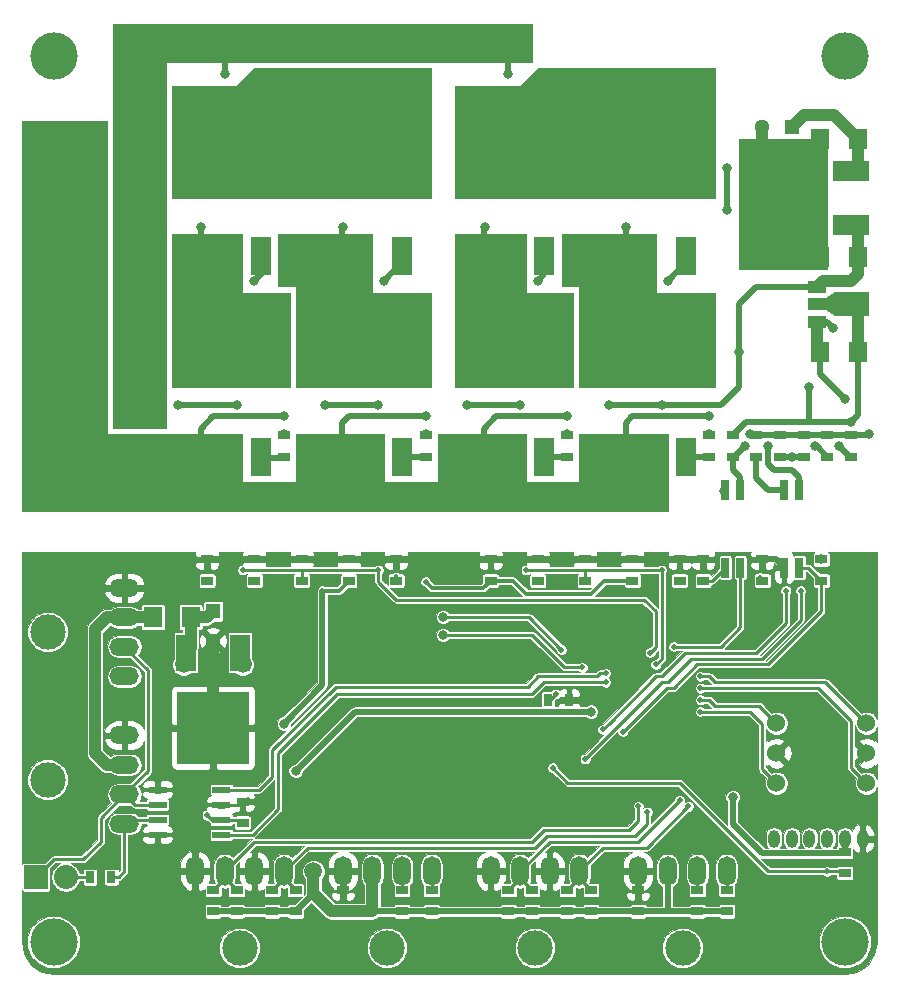
<source format=gbr>
G04 #@! TF.FileFunction,Copper,L2,Bot,Signal*
%FSLAX46Y46*%
G04 Gerber Fmt 4.6, Leading zero omitted, Abs format (unit mm)*
G04 Created by KiCad (PCBNEW 4.0.6) date 05/01/17 21:21:32*
%MOMM*%
%LPD*%
G01*
G04 APERTURE LIST*
%ADD10C,0.100000*%
%ADD11C,1.300000*%
%ADD12R,1.300000X1.300000*%
%ADD13O,1.500000X2.500000*%
%ADD14C,3.000000*%
%ADD15O,2.500000X1.500000*%
%ADD16C,1.700000*%
%ADD17R,1.700000X1.700000*%
%ADD18R,1.550000X0.600000*%
%ADD19R,1.000000X0.800000*%
%ADD20R,3.048000X1.651000*%
%ADD21R,6.096000X6.096000*%
%ADD22R,2.032000X2.032000*%
%ADD23O,2.032000X2.032000*%
%ADD24R,1.600000X1.800000*%
%ADD25R,0.800000X1.000000*%
%ADD26O,1.000000X1.524000*%
%ADD27C,1.524000*%
%ADD28R,3.000000X6.500000*%
%ADD29R,6.451600X3.000000*%
%ADD30R,1.651000X3.048000*%
%ADD31R,1.501140X1.000760*%
%ADD32R,2.999740X1.998980*%
%ADD33R,3.000000X2.000000*%
%ADD34R,2.500000X6.500000*%
%ADD35R,2.000000X5.500000*%
%ADD36R,5.500000X2.000000*%
%ADD37R,1.800000X3.300000*%
%ADD38R,3.000000X3.500000*%
%ADD39R,10.000000X8.000000*%
%ADD40R,0.650000X1.700000*%
%ADD41C,4.000000*%
%ADD42C,0.800000*%
%ADD43C,0.500000*%
%ADD44C,1.500000*%
%ADD45C,0.500000*%
%ADD46C,0.250000*%
%ADD47C,1.000000*%
%ADD48C,0.300000*%
%ADD49C,0.026000*%
G04 APERTURE END LIST*
D10*
D11*
X63000000Y-9000000D03*
D12*
X65500000Y-9000000D03*
D13*
X52500000Y-72000000D03*
X55000000Y-72000000D03*
X57500000Y-72000000D03*
X60000000Y-72000000D03*
D14*
X56250000Y-78500000D03*
D13*
X15000000Y-72000000D03*
X17500000Y-72000000D03*
X20000000Y-72000000D03*
X22500000Y-72000000D03*
D14*
X18750000Y-78500000D03*
D15*
X9000000Y-60500000D03*
X9000000Y-63000000D03*
X9000000Y-65500000D03*
X9000000Y-68000000D03*
D14*
X2500000Y-64250000D03*
D16*
X4000000Y-33500000D03*
D17*
X9000000Y-33500000D03*
D18*
X17200000Y-65095000D03*
X17200000Y-66365000D03*
X17200000Y-67635000D03*
X17200000Y-68905000D03*
X11800000Y-68905000D03*
X11800000Y-67635000D03*
X11800000Y-66365000D03*
X11800000Y-65095000D03*
D19*
X20000000Y-47400000D03*
X20000000Y-45600000D03*
D20*
X70500000Y-12714000D03*
D21*
X64150000Y-15000000D03*
D20*
X70500000Y-17286000D03*
D11*
X16500000Y-52500000D03*
D12*
X16500000Y-50000000D03*
D22*
X1500000Y-72500000D03*
D23*
X4040000Y-72500000D03*
D24*
X71100000Y-10000000D03*
X67900000Y-10000000D03*
X71100000Y-20000000D03*
X67900000Y-20000000D03*
D19*
X28000000Y-45600000D03*
X28000000Y-47400000D03*
X52000000Y-45600000D03*
X52000000Y-47400000D03*
X40000000Y-45600000D03*
X40000000Y-47400000D03*
X70000000Y-70350000D03*
X70000000Y-72150000D03*
D25*
X46650000Y-57500000D03*
X44850000Y-57500000D03*
D19*
X32000000Y-47400000D03*
X32000000Y-45600000D03*
X56000000Y-47400000D03*
X56000000Y-45600000D03*
X44000000Y-47400000D03*
X44000000Y-45600000D03*
D25*
X7900000Y-72500000D03*
X6100000Y-72500000D03*
D19*
X34500000Y-35100000D03*
X34500000Y-36900000D03*
X22500000Y-35100000D03*
X22500000Y-36900000D03*
X58500000Y-35100000D03*
X58500000Y-36900000D03*
X46500000Y-35100000D03*
X46500000Y-36900000D03*
X19000000Y-66100000D03*
X19000000Y-67900000D03*
X48000000Y-45600000D03*
X48000000Y-47400000D03*
X32500000Y-75400000D03*
X32500000Y-73600000D03*
X35000000Y-75400000D03*
X35000000Y-73600000D03*
X57500000Y-75400000D03*
X57500000Y-73600000D03*
X60000000Y-75400000D03*
X60000000Y-73600000D03*
X16000000Y-45600000D03*
X16000000Y-47400000D03*
X24000000Y-45600000D03*
X24000000Y-47400000D03*
D26*
X71500000Y-69250000D03*
X70000000Y-69250000D03*
X68500000Y-69250000D03*
X67000000Y-69250000D03*
X65500000Y-69250000D03*
X64000000Y-69250000D03*
D27*
X71810000Y-64540000D03*
X71810000Y-62000000D03*
X71810000Y-59460000D03*
X64190000Y-59460000D03*
X64190000Y-62000000D03*
X64190000Y-64540000D03*
D15*
X9000000Y-48000000D03*
X9000000Y-50500000D03*
X9000000Y-53000000D03*
X9000000Y-55500000D03*
D14*
X2500000Y-51750000D03*
D28*
X9800000Y-14000000D03*
D29*
X4100000Y-14400000D03*
D30*
X14214000Y-53500000D03*
D21*
X16500000Y-59850000D03*
D30*
X18786000Y-53500000D03*
D13*
X27500000Y-72000000D03*
X30000000Y-72000000D03*
X32500000Y-72000000D03*
X35000000Y-72000000D03*
D14*
X31250000Y-78500000D03*
D24*
X11400000Y-50500000D03*
X14600000Y-50500000D03*
D19*
X63000000Y-45600000D03*
X63000000Y-47400000D03*
D24*
X71100000Y-28000000D03*
X67900000Y-28000000D03*
D13*
X40000000Y-72000000D03*
X42500000Y-72000000D03*
X45000000Y-72000000D03*
X47500000Y-72000000D03*
D14*
X43750000Y-78500000D03*
D19*
X60500000Y-35100000D03*
X60500000Y-36900000D03*
X64500000Y-36900000D03*
X64500000Y-35100000D03*
D31*
X67648340Y-25501140D03*
X67648340Y-24000000D03*
X67648340Y-22498860D03*
D32*
X70599820Y-24000000D03*
D10*
G36*
X68376050Y-23499620D02*
X69125350Y-22999240D01*
X69125350Y-25000760D01*
X68376050Y-24500380D01*
X68376050Y-23499620D01*
X68376050Y-23499620D01*
G37*
D19*
X18500000Y-73600000D03*
X18500000Y-75400000D03*
X23500000Y-73600000D03*
X23500000Y-75400000D03*
X43500000Y-73600000D03*
X43500000Y-75400000D03*
X48500000Y-73600000D03*
X48500000Y-75400000D03*
X27500000Y-73600000D03*
X27500000Y-75400000D03*
X52500000Y-73600000D03*
X52500000Y-75400000D03*
X16500000Y-75400000D03*
X16500000Y-73600000D03*
X21500000Y-75400000D03*
X21500000Y-73600000D03*
X41500000Y-75400000D03*
X41500000Y-73600000D03*
X46500000Y-75400000D03*
X46500000Y-73600000D03*
D33*
X38500000Y-1500000D03*
X38500000Y-6500000D03*
X14500000Y-1500000D03*
X14500000Y-6500000D03*
X41500000Y-1500000D03*
X41500000Y-6500000D03*
X17500000Y-1500000D03*
X17500000Y-6500000D03*
D34*
X11300000Y-22500000D03*
D29*
X4100000Y-23400000D03*
D24*
X9100000Y-27000000D03*
X5900000Y-27000000D03*
X9100000Y-9500000D03*
X5900000Y-9500000D03*
D35*
X41700000Y-21000000D03*
D36*
X48900000Y-20100000D03*
D35*
X17700000Y-21000000D03*
D36*
X24900000Y-20100000D03*
D19*
X70500000Y-36900000D03*
X70500000Y-35100000D03*
X68500000Y-36900000D03*
X68500000Y-35100000D03*
X66500000Y-36900000D03*
X66500000Y-35100000D03*
D37*
X20540000Y-19900000D03*
D38*
X15460000Y-20000000D03*
D39*
X18000000Y-10000000D03*
D37*
X32540000Y-19900000D03*
D38*
X27460000Y-20000000D03*
D39*
X30000000Y-10000000D03*
D37*
X44540000Y-19900000D03*
D38*
X39460000Y-20000000D03*
D39*
X42000000Y-10000000D03*
D37*
X56540000Y-19900000D03*
D38*
X51460000Y-20000000D03*
D39*
X54000000Y-10000000D03*
D37*
X20540000Y-36900000D03*
D38*
X15460000Y-37000000D03*
D39*
X18000000Y-27000000D03*
D37*
X32540000Y-36900000D03*
D38*
X27460000Y-37000000D03*
D39*
X30000000Y-27000000D03*
D37*
X44540000Y-36900000D03*
D38*
X39460000Y-37000000D03*
D39*
X42000000Y-27000000D03*
D37*
X56540000Y-36900000D03*
D38*
X51460000Y-37000000D03*
D39*
X54000000Y-27000000D03*
D19*
X58000000Y-47400000D03*
X58000000Y-45600000D03*
X68000000Y-47400000D03*
X68000000Y-45600000D03*
X62500000Y-35100000D03*
X62500000Y-36900000D03*
D40*
X64865000Y-39700000D03*
X66135000Y-39700000D03*
X66135000Y-46300000D03*
X64865000Y-46300000D03*
X61135000Y-46300000D03*
X59865000Y-46300000D03*
X59865000Y-39700000D03*
X61135000Y-39700000D03*
D41*
X70000000Y-78000000D03*
X3000000Y-78000000D03*
X70000000Y-3000000D03*
X3000000Y-3000000D03*
D42*
X60000000Y-48500000D03*
X60000000Y-50500000D03*
X23500000Y-65000000D03*
D43*
X14750000Y-47000000D03*
X53750000Y-47250000D03*
X51750000Y-53750000D03*
X12500000Y-45500000D03*
X24000000Y-45600000D03*
X48000000Y-45600000D03*
X36000000Y-45600000D03*
X19500000Y-66000000D03*
X53500000Y-45600000D03*
X41500000Y-45600000D03*
X29500000Y-45600000D03*
X17500000Y-45600000D03*
X49250000Y-59250000D03*
X49250000Y-57750000D03*
X47750000Y-59250000D03*
X47750000Y-57750000D03*
X45250000Y-63250000D03*
X68500000Y-72000000D03*
X36500000Y-58500000D03*
D42*
X68000000Y-45600000D03*
X23500000Y-63500000D03*
X60500000Y-65750000D03*
X22500000Y-59500000D03*
D43*
X62825000Y-47150000D03*
X52000000Y-47400000D03*
X34500000Y-47500000D03*
X25750000Y-48250000D03*
X40000000Y-47400000D03*
X16000000Y-67250000D03*
X43479542Y-58500000D03*
D42*
X48500000Y-58500000D03*
D43*
X16000000Y-47400000D03*
X28000000Y-47400000D03*
D42*
X72000000Y-35000000D03*
X70000000Y-32000000D03*
X62000000Y-35000000D03*
X59800000Y-39800000D03*
X69000000Y-26000000D03*
X58500000Y-33500000D03*
X46500000Y-33500000D03*
X34500000Y-33500000D03*
X22500000Y-33500000D03*
X15500000Y-17500000D03*
D44*
X16000000Y-29500000D03*
X17500000Y-28000000D03*
X17500000Y-26500000D03*
X17500000Y-25000000D03*
X14500000Y-20500000D03*
X14500000Y-19000000D03*
X16000000Y-19000000D03*
X16000000Y-20500000D03*
X16000000Y-22000000D03*
X14500000Y-22000000D03*
X14500000Y-23500000D03*
X16000000Y-23500000D03*
X16000000Y-25000000D03*
X14500000Y-25000000D03*
X14500000Y-26500000D03*
X16000000Y-26500000D03*
X16000000Y-28000000D03*
X14500000Y-28000000D03*
X14500000Y-29500000D03*
D42*
X39500000Y-17500000D03*
D44*
X41500000Y-25000000D03*
X41500000Y-26500000D03*
X41500000Y-28000000D03*
X40000000Y-19000000D03*
X40000000Y-20500000D03*
X38500000Y-20500000D03*
X38500000Y-22000000D03*
X40000000Y-22000000D03*
X40000000Y-23500000D03*
X38500000Y-23500000D03*
X38500000Y-25000000D03*
X40000000Y-25000000D03*
X40000000Y-26500000D03*
X38500000Y-26500000D03*
X38500000Y-28000000D03*
X40000000Y-28000000D03*
X40000000Y-29500000D03*
X38500000Y-29500000D03*
D42*
X63500000Y-36000000D03*
X41500000Y-4500000D03*
X17500000Y-4500000D03*
D44*
X9000000Y-19500000D03*
X9000000Y-21000000D03*
X9000000Y-22500000D03*
X9000000Y-24000000D03*
X9000000Y-25500000D03*
X10500000Y-27000000D03*
X9000000Y-27000000D03*
X9000000Y-18000000D03*
X10500000Y-18000000D03*
D42*
X27500000Y-17500000D03*
D44*
X28000000Y-22000000D03*
X26500000Y-22000000D03*
X25000000Y-22000000D03*
X28000000Y-20500000D03*
X28000000Y-19000000D03*
X26500000Y-29500000D03*
X25000000Y-29500000D03*
X25000000Y-28000000D03*
X26500000Y-28000000D03*
X28000000Y-28000000D03*
X28000000Y-26500000D03*
X26500000Y-26500000D03*
X25000000Y-26500000D03*
X25000000Y-25000000D03*
X26500000Y-25000000D03*
X28000000Y-25000000D03*
X28000000Y-23500000D03*
X26500000Y-23500000D03*
X25000000Y-23500000D03*
D42*
X51500000Y-17500000D03*
D44*
X52000000Y-20500000D03*
X49000000Y-22000000D03*
X52000000Y-23500000D03*
X52000000Y-22000000D03*
X50500000Y-22000000D03*
X52000000Y-25000000D03*
X52000000Y-26500000D03*
X52000000Y-28000000D03*
X50500000Y-28000000D03*
X50500000Y-26500000D03*
X50500000Y-25000000D03*
X50500000Y-23500000D03*
X49000000Y-23500000D03*
X49000000Y-25000000D03*
X49000000Y-26500000D03*
X49000000Y-28000000D03*
X49000000Y-29500000D03*
X50500000Y-29500000D03*
D43*
X45500000Y-57000000D03*
X32000000Y-47400000D03*
X20000000Y-47400000D03*
X56000000Y-47400000D03*
X44000000Y-47400000D03*
X49750000Y-56000000D03*
X49750000Y-55250000D03*
D42*
X61000000Y-28000000D03*
X50000000Y-32500000D03*
X38000000Y-32500000D03*
X26000000Y-32500000D03*
X54500000Y-32500000D03*
X42500000Y-32500000D03*
X30500000Y-32500000D03*
X18500000Y-32500000D03*
X13500000Y-32500000D03*
X31000000Y-22000000D03*
X20000000Y-22000000D03*
X55000000Y-22000000D03*
X44000000Y-22000000D03*
D43*
X57750000Y-55500000D03*
X57750000Y-57500000D03*
D44*
X14000000Y-54500000D03*
X25000000Y-72000000D03*
X19000000Y-54500000D03*
D43*
X47750000Y-54750000D03*
D42*
X36000000Y-52000000D03*
X36000000Y-50500000D03*
D43*
X46000000Y-53250000D03*
X57750000Y-58500000D03*
X53500000Y-53500000D03*
X30500000Y-46500000D03*
X19000000Y-46500000D03*
X54000000Y-54500000D03*
X43000000Y-46500000D03*
X54500000Y-46500000D03*
D42*
X34500000Y-35000000D03*
X22500000Y-35000000D03*
X58500000Y-35000000D03*
X46500000Y-35000000D03*
X67000000Y-31000000D03*
X70500000Y-34000000D03*
X60000000Y-12500000D03*
X60000000Y-16000000D03*
X65500000Y-36900000D03*
X61500000Y-36000000D03*
D43*
X49500000Y-60000000D03*
X65000000Y-48250000D03*
X48000000Y-62500000D03*
X66250000Y-48250000D03*
D42*
X41500000Y-6000000D03*
X17500000Y-6000000D03*
D43*
X52500000Y-66500000D03*
X53250000Y-67000000D03*
X56000000Y-66000000D03*
X56750000Y-66500000D03*
X57750000Y-56500000D03*
D42*
X69500000Y-36000000D03*
X67500000Y-36000000D03*
D43*
X51200000Y-60200000D03*
X55500000Y-53000000D03*
D45*
X63000000Y-45600000D02*
X64165000Y-45600000D01*
X64165000Y-45600000D02*
X64865000Y-46300000D01*
X60000000Y-48500000D02*
X60000000Y-50500000D01*
X47750000Y-59250000D02*
X47500000Y-59500000D01*
X29000000Y-59500000D02*
X23500000Y-65000000D01*
X47500000Y-59500000D02*
X29000000Y-59500000D01*
X56000000Y-45600000D02*
X58000000Y-45600000D01*
D46*
X14750000Y-45500000D02*
X14750000Y-47000000D01*
X49250000Y-57750000D02*
X51750000Y-55250000D01*
X51750000Y-55250000D02*
X51750000Y-53750000D01*
D45*
X52500000Y-72000000D02*
X52500000Y-73600000D01*
X27500000Y-73600000D02*
X27500000Y-72000000D01*
D46*
X16000000Y-45600000D02*
X15900000Y-45500000D01*
X15900000Y-45500000D02*
X14750000Y-45500000D01*
X14750000Y-45500000D02*
X12500000Y-45500000D01*
X56000000Y-45600000D02*
X56100000Y-45500000D01*
X19000000Y-66100000D02*
X19100000Y-66000000D01*
X19100000Y-66000000D02*
X19500000Y-66000000D01*
X46650000Y-57500000D02*
X47500000Y-57500000D01*
X47500000Y-57500000D02*
X47750000Y-57750000D01*
D47*
X16500000Y-52500000D02*
X16500000Y-59850000D01*
D46*
X17200000Y-66365000D02*
X18735000Y-66365000D01*
X18735000Y-66365000D02*
X19000000Y-66100000D01*
X15000000Y-66365000D02*
X15000000Y-68000000D01*
X14095000Y-68905000D02*
X11800000Y-68905000D01*
X15000000Y-68000000D02*
X14095000Y-68905000D01*
X15000000Y-66365000D02*
X13730000Y-65095000D01*
X13730000Y-65095000D02*
X11800000Y-65095000D01*
X15000000Y-66365000D02*
X17200000Y-66365000D01*
D45*
X20000000Y-45600000D02*
X17500000Y-45600000D01*
X17500000Y-45600000D02*
X16000000Y-45600000D01*
X24000000Y-45600000D02*
X20000000Y-45600000D01*
X28000000Y-45600000D02*
X24000000Y-45600000D01*
X32000000Y-45600000D02*
X29500000Y-45600000D01*
X29500000Y-45600000D02*
X28000000Y-45600000D01*
X40000000Y-45600000D02*
X36000000Y-45600000D01*
X36000000Y-45600000D02*
X32000000Y-45600000D01*
X44000000Y-45600000D02*
X41500000Y-45600000D01*
X41500000Y-45600000D02*
X40000000Y-45600000D01*
X48000000Y-45600000D02*
X44000000Y-45600000D01*
X52000000Y-45600000D02*
X48000000Y-45600000D01*
X56000000Y-45600000D02*
X53500000Y-45600000D01*
X53500000Y-45600000D02*
X52000000Y-45600000D01*
D46*
X49250000Y-57750000D02*
X47750000Y-57750000D01*
X49250000Y-59250000D02*
X47750000Y-59250000D01*
X45250000Y-63250000D02*
X46500000Y-64500000D01*
X46500000Y-64500000D02*
X56000000Y-64500000D01*
X56000000Y-64500000D02*
X63500000Y-72000000D01*
X63500000Y-72000000D02*
X68500000Y-72000000D01*
X70000000Y-72150000D02*
X69850000Y-72000000D01*
X69850000Y-72000000D02*
X68500000Y-72000000D01*
D45*
X28500000Y-58500000D02*
X36000000Y-58500000D01*
X36000000Y-58500000D02*
X36500000Y-58500000D01*
X36500000Y-58500000D02*
X43479542Y-58500000D01*
X23500000Y-63500000D02*
X28500000Y-58500000D01*
X70000000Y-70350000D02*
X70000000Y-69250000D01*
X60500000Y-68000000D02*
X63000000Y-70500000D01*
X60500000Y-68000000D02*
X60500000Y-65750000D01*
X63000000Y-70500000D02*
X69850000Y-70500000D01*
X69850000Y-70500000D02*
X70000000Y-70350000D01*
X25750000Y-48250000D02*
X25750000Y-56250000D01*
X25750000Y-56250000D02*
X22500000Y-59500000D01*
D48*
X40000000Y-47400000D02*
X41900000Y-47400000D01*
X49600000Y-47400000D02*
X52000000Y-47400000D01*
X48500000Y-48500000D02*
X49600000Y-47400000D01*
X43000000Y-48500000D02*
X48500000Y-48500000D01*
X41900000Y-47400000D02*
X43000000Y-48500000D01*
X40000000Y-47400000D02*
X39375002Y-48024998D01*
X35024998Y-48024998D02*
X34500000Y-47500000D01*
X39375002Y-48024998D02*
X35024998Y-48024998D01*
X27150000Y-48250000D02*
X28000000Y-47400000D01*
X25750000Y-48250000D02*
X27150000Y-48250000D01*
D46*
X17200000Y-67635000D02*
X16385000Y-67635000D01*
X16385000Y-67635000D02*
X16000000Y-67250000D01*
X43479542Y-58500000D02*
X43500000Y-58500000D01*
D45*
X43500000Y-58500000D02*
X48500000Y-58500000D01*
D46*
X17200000Y-67635000D02*
X18735000Y-67635000D01*
X18735000Y-67635000D02*
X19000000Y-67900000D01*
D47*
X9000000Y-50500000D02*
X11400000Y-50500000D01*
X9000000Y-50500000D02*
X7500000Y-50500000D01*
X7500000Y-63000000D02*
X9000000Y-63000000D01*
X6500000Y-62000000D02*
X7500000Y-63000000D01*
X6500000Y-51500000D02*
X6500000Y-62000000D01*
X7500000Y-50500000D02*
X6500000Y-51500000D01*
D45*
X70500000Y-35100000D02*
X71900000Y-35100000D01*
X71900000Y-35100000D02*
X72000000Y-35000000D01*
X67900000Y-29900000D02*
X67900000Y-28000000D01*
X70000000Y-32000000D02*
X67900000Y-29900000D01*
X62000000Y-35000000D02*
X62400000Y-35000000D01*
X62400000Y-35000000D02*
X62500000Y-35100000D01*
X59800000Y-39800000D02*
X59865000Y-39735000D01*
X59865000Y-39735000D02*
X59865000Y-39700000D01*
X68501140Y-25501140D02*
X69000000Y-26000000D01*
X67648340Y-25501140D02*
X68501140Y-25501140D01*
D47*
X67648340Y-25501140D02*
X67648340Y-27748340D01*
X67648340Y-27748340D02*
X67900000Y-28000000D01*
X67900000Y-10000000D02*
X67900000Y-11250000D01*
X67900000Y-11250000D02*
X64150000Y-15000000D01*
X63000000Y-9000000D02*
X63000000Y-13850000D01*
X63000000Y-13850000D02*
X64150000Y-15000000D01*
X64150000Y-15000000D02*
X64150000Y-18650000D01*
X65500000Y-20000000D02*
X67900000Y-20000000D01*
X64150000Y-18650000D02*
X65500000Y-20000000D01*
D45*
X68500000Y-35100000D02*
X70500000Y-35100000D01*
X66500000Y-35100000D02*
X68500000Y-35100000D01*
X62500000Y-35100000D02*
X64500000Y-35100000D01*
X64500000Y-35100000D02*
X66500000Y-35100000D01*
X51460000Y-34040000D02*
X52000000Y-33500000D01*
X52000000Y-33500000D02*
X58500000Y-33500000D01*
X51460000Y-37000000D02*
X51460000Y-34040000D01*
X39460000Y-37000000D02*
X39460000Y-34540000D01*
X40500000Y-33500000D02*
X46500000Y-33500000D01*
X39460000Y-34540000D02*
X40500000Y-33500000D01*
X27460000Y-37000000D02*
X27460000Y-34040000D01*
X28000000Y-33500000D02*
X34500000Y-33500000D01*
X27460000Y-34040000D02*
X28000000Y-33500000D01*
X16500000Y-33500000D02*
X22500000Y-33500000D01*
X15460000Y-34540000D02*
X15460000Y-37000000D01*
X16500000Y-33500000D02*
X15460000Y-34540000D01*
X15460000Y-17540000D02*
X15460000Y-20000000D01*
X15500000Y-17500000D02*
X15460000Y-17540000D01*
D46*
X18000000Y-27000000D02*
X18000000Y-27500000D01*
X18000000Y-27500000D02*
X16000000Y-29500000D01*
X17500000Y-25000000D02*
X17500000Y-26500000D01*
X17500000Y-28000000D02*
X18000000Y-27000000D01*
D47*
X14500000Y-20500000D02*
X14500000Y-19000000D01*
X16000000Y-22000000D02*
X14500000Y-22000000D01*
X14500000Y-23500000D02*
X16000000Y-23500000D01*
X16000000Y-25000000D02*
X14500000Y-25000000D01*
X14500000Y-26500000D02*
X16000000Y-26500000D01*
X16000000Y-28000000D02*
X14500000Y-28000000D01*
X14500000Y-29500000D02*
X18000000Y-27000000D01*
D45*
X39460000Y-17540000D02*
X39460000Y-20000000D01*
X39500000Y-17500000D02*
X39460000Y-17540000D01*
X41500000Y-28000000D02*
X41500000Y-26500000D01*
X41500000Y-25000000D02*
X42000000Y-27000000D01*
X39460000Y-20000000D02*
X39460000Y-19540000D01*
X39460000Y-19540000D02*
X40000000Y-19000000D01*
X40000000Y-20500000D02*
X38500000Y-20500000D01*
X38500000Y-22000000D02*
X40000000Y-22000000D01*
X40000000Y-23500000D02*
X38500000Y-23500000D01*
X38500000Y-25000000D02*
X40000000Y-25000000D01*
X40000000Y-26500000D02*
X38500000Y-26500000D01*
X38500000Y-28000000D02*
X40000000Y-28000000D01*
X40000000Y-29500000D02*
X38500000Y-29500000D01*
X39460000Y-20000000D02*
X39460000Y-18540000D01*
X66135000Y-39700000D02*
X66135000Y-38635000D01*
X63500000Y-37500000D02*
X64000000Y-38000000D01*
X63500000Y-36000000D02*
X63500000Y-37500000D01*
X65500000Y-38000000D02*
X64000000Y-38000000D01*
X66135000Y-38635000D02*
X65500000Y-38000000D01*
X41500000Y-1500000D02*
X41500000Y-4500000D01*
X17500000Y-1500000D02*
X17500000Y-4500000D01*
D46*
X9000000Y-25500000D02*
X9000000Y-27000000D01*
X9000000Y-19500000D02*
X9000000Y-21000000D01*
X9000000Y-22500000D02*
X9000000Y-24000000D01*
X9000000Y-18000000D02*
X10500000Y-18000000D01*
X9000000Y-12000000D02*
X9000000Y-13500000D01*
X35000000Y-72000000D02*
X35000000Y-73600000D01*
X32500000Y-72000000D02*
X32500000Y-73600000D01*
X60000000Y-73600000D02*
X60000000Y-72000000D01*
X57500000Y-72000000D02*
X57500000Y-73600000D01*
X9000000Y-68000000D02*
X9000000Y-72000000D01*
X8500000Y-72500000D02*
X7900000Y-72500000D01*
X9000000Y-72000000D02*
X8500000Y-72500000D01*
X11800000Y-67635000D02*
X9365000Y-67635000D01*
X9365000Y-67635000D02*
X9000000Y-68000000D01*
X4040000Y-72500000D02*
X6100000Y-72500000D01*
X1500000Y-72500000D02*
X3000000Y-71000000D01*
X7000000Y-67500000D02*
X9000000Y-65500000D01*
X7000000Y-69500000D02*
X7000000Y-67500000D01*
X5500000Y-71000000D02*
X7000000Y-69500000D01*
X3000000Y-71000000D02*
X5500000Y-71000000D01*
X9000000Y-65500000D02*
X9865000Y-66365000D01*
X9865000Y-66365000D02*
X11800000Y-66365000D01*
X9000000Y-65500000D02*
X11000000Y-63500000D01*
X11000000Y-55000000D02*
X9000000Y-53000000D01*
X11000000Y-63500000D02*
X11000000Y-55000000D01*
D45*
X27500000Y-17500000D02*
X27460000Y-17540000D01*
X27460000Y-17540000D02*
X27460000Y-20000000D01*
X27460000Y-20000000D02*
X24900000Y-20100000D01*
X26500000Y-22000000D02*
X28000000Y-22000000D01*
X25000000Y-23500000D02*
X25000000Y-22000000D01*
X28000000Y-20500000D02*
X28000000Y-19000000D01*
X30000000Y-27000000D02*
X29000000Y-27000000D01*
X29000000Y-27000000D02*
X26500000Y-29500000D01*
X25000000Y-29500000D02*
X25000000Y-28000000D01*
X26500000Y-28000000D02*
X28000000Y-28000000D01*
X28000000Y-26500000D02*
X26500000Y-26500000D01*
X25000000Y-26500000D02*
X25000000Y-25000000D01*
X26500000Y-25000000D02*
X28000000Y-25000000D01*
X28000000Y-23500000D02*
X26500000Y-23500000D01*
X27460000Y-20000000D02*
X27460000Y-17540000D01*
X51460000Y-17540000D02*
X51460000Y-20000000D01*
X51500000Y-17500000D02*
X51460000Y-17540000D01*
X51460000Y-20000000D02*
X48900000Y-20100000D01*
X52000000Y-20500000D02*
X51460000Y-20000000D01*
X52000000Y-25000000D02*
X52000000Y-23500000D01*
X50500000Y-22000000D02*
X52000000Y-22000000D01*
X52000000Y-26500000D02*
X52000000Y-28000000D01*
X50500000Y-28000000D02*
X50500000Y-26500000D01*
X50500000Y-25000000D02*
X50500000Y-23500000D01*
X49000000Y-23500000D02*
X49000000Y-25000000D01*
X49000000Y-26500000D02*
X49000000Y-28000000D01*
X49000000Y-29500000D02*
X50500000Y-29500000D01*
D46*
X44850000Y-57500000D02*
X45000000Y-57500000D01*
X45000000Y-57500000D02*
X45500000Y-57000000D01*
D48*
X32000000Y-47000000D02*
X32000000Y-47400000D01*
D46*
X44500000Y-56000000D02*
X43500000Y-57000000D01*
X43500000Y-57000000D02*
X27000000Y-57000000D01*
X49750000Y-56000000D02*
X44500000Y-56000000D01*
X19845000Y-68905000D02*
X17200000Y-68905000D01*
X22000000Y-66750000D02*
X19845000Y-68905000D01*
X22000000Y-62000000D02*
X22000000Y-66750000D01*
X27000000Y-57000000D02*
X22000000Y-62000000D01*
X26875000Y-56375000D02*
X43125000Y-56375000D01*
X43125000Y-56375000D02*
X44000000Y-55500000D01*
X49750000Y-55250000D02*
X49250000Y-55250000D01*
X49000000Y-55500000D02*
X44000000Y-55500000D01*
X49250000Y-55250000D02*
X49000000Y-55500000D01*
X17200000Y-65095000D02*
X20405000Y-65095000D01*
X21500000Y-61750000D02*
X26875000Y-56375000D01*
X21500000Y-64000000D02*
X21500000Y-61750000D01*
X20405000Y-65095000D02*
X21500000Y-64000000D01*
D45*
X67648340Y-22498860D02*
X62501140Y-22498860D01*
X59500000Y-32500000D02*
X54500000Y-32500000D01*
X61000000Y-31000000D02*
X59500000Y-32500000D01*
X61000000Y-24000000D02*
X61000000Y-28000000D01*
X61000000Y-28000000D02*
X61000000Y-31000000D01*
X62501140Y-22498860D02*
X61000000Y-24000000D01*
D47*
X71100000Y-20000000D02*
X71100000Y-21400000D01*
X70500000Y-22000000D02*
X68147200Y-22000000D01*
X71100000Y-21400000D02*
X70500000Y-22000000D01*
X68147200Y-22000000D02*
X67648340Y-22498860D01*
X70500000Y-17286000D02*
X71100000Y-17886000D01*
X71100000Y-17886000D02*
X71100000Y-20000000D01*
D45*
X54500000Y-32500000D02*
X50000000Y-32500000D01*
X42500000Y-32500000D02*
X38000000Y-32500000D01*
X30500000Y-32500000D02*
X26000000Y-32500000D01*
X13500000Y-32500000D02*
X18500000Y-32500000D01*
X31000000Y-22000000D02*
X32540000Y-20460000D01*
X32540000Y-20000000D02*
X32540000Y-20460000D01*
X32540000Y-37000000D02*
X32640000Y-36900000D01*
X32640000Y-36900000D02*
X34500000Y-36900000D01*
X20000000Y-22000000D02*
X20540000Y-21460000D01*
X20540000Y-20000000D02*
X20540000Y-21460000D01*
X20540000Y-20960000D02*
X20540000Y-20000000D01*
X20540000Y-20000000D02*
X20540000Y-20960000D01*
X20540000Y-20000000D02*
X20540000Y-20440000D01*
X20540000Y-21540000D02*
X20540000Y-20000000D01*
X22500000Y-36900000D02*
X22400000Y-37000000D01*
X22400000Y-37000000D02*
X20540000Y-37000000D01*
X55000000Y-22000000D02*
X56540000Y-20460000D01*
X56540000Y-20000000D02*
X56540000Y-20460000D01*
X56540000Y-20960000D02*
X56540000Y-20000000D01*
X56540000Y-37000000D02*
X56640000Y-36900000D01*
X56640000Y-36900000D02*
X58500000Y-36900000D01*
X44000000Y-22000000D02*
X44540000Y-21460000D01*
X44540000Y-20000000D02*
X44540000Y-21460000D01*
X44540000Y-37000000D02*
X44640000Y-36900000D01*
X44640000Y-36900000D02*
X46500000Y-36900000D01*
D46*
X57750000Y-55500000D02*
X58500000Y-55500000D01*
X68350000Y-56000000D02*
X71810000Y-59460000D01*
X59000000Y-56000000D02*
X68350000Y-56000000D01*
X58500000Y-55500000D02*
X59000000Y-56000000D01*
X57750000Y-57500000D02*
X58500000Y-57500000D01*
X62730000Y-58000000D02*
X64190000Y-59460000D01*
X59000000Y-58000000D02*
X62730000Y-58000000D01*
X58500000Y-57500000D02*
X59000000Y-58000000D01*
D47*
X14000000Y-54500000D02*
X14214000Y-54286000D01*
X14214000Y-54286000D02*
X14214000Y-53500000D01*
X14600000Y-50500000D02*
X14600000Y-53114000D01*
X14600000Y-53114000D02*
X14214000Y-53500000D01*
X14600000Y-50500000D02*
X16000000Y-50500000D01*
X16000000Y-50500000D02*
X16500000Y-50000000D01*
X65500000Y-9000000D02*
X66500000Y-8000000D01*
X69100000Y-8000000D02*
X71100000Y-10000000D01*
X66500000Y-8000000D02*
X69100000Y-8000000D01*
X71100000Y-10000000D02*
X71100000Y-12114000D01*
X71100000Y-12114000D02*
X70500000Y-12714000D01*
D45*
X48500000Y-75400000D02*
X52500000Y-75400000D01*
X46500000Y-75400000D02*
X48500000Y-75400000D01*
X43500000Y-75400000D02*
X46500000Y-75400000D01*
X41500000Y-75400000D02*
X43500000Y-75400000D01*
X35000000Y-75400000D02*
X41500000Y-75400000D01*
X25050000Y-73950000D02*
X24950000Y-73950000D01*
X24950000Y-73950000D02*
X23500000Y-75400000D01*
X21500000Y-75400000D02*
X23500000Y-75400000D01*
X18500000Y-75400000D02*
X21500000Y-75400000D01*
X16500000Y-75400000D02*
X18500000Y-75400000D01*
D47*
X27500000Y-75400000D02*
X30000000Y-75400000D01*
X27500000Y-75400000D02*
X26500000Y-75400000D01*
X25000000Y-73900000D02*
X25050000Y-73950000D01*
X25050000Y-73950000D02*
X26500000Y-75400000D01*
X25000000Y-72000000D02*
X25000000Y-73900000D01*
D45*
X55000000Y-75400000D02*
X52500000Y-75400000D01*
D47*
X19000000Y-54500000D02*
X18786000Y-54286000D01*
X18786000Y-54286000D02*
X18786000Y-53500000D01*
X30000000Y-72000000D02*
X30000000Y-75400000D01*
D45*
X30000000Y-75400000D02*
X32500000Y-75400000D01*
X55000000Y-75400000D02*
X55000000Y-72000000D01*
X32500000Y-75400000D02*
X35000000Y-75400000D01*
X60000000Y-75400000D02*
X57500000Y-75400000D01*
X57500000Y-75400000D02*
X55000000Y-75400000D01*
D46*
X47750000Y-54750000D02*
X46250000Y-54750000D01*
X43500000Y-52000000D02*
X36000000Y-52000000D01*
X46250000Y-54750000D02*
X43500000Y-52000000D01*
X36000000Y-50500000D02*
X43250000Y-50500000D01*
X43250000Y-50500000D02*
X46000000Y-53250000D01*
X57750000Y-58500000D02*
X62000000Y-58500000D01*
X63000000Y-63350000D02*
X64190000Y-64540000D01*
X63000000Y-59500000D02*
X63000000Y-63350000D01*
X62000000Y-58500000D02*
X63000000Y-59500000D01*
X64190000Y-64540000D02*
X63790000Y-64540000D01*
X53500000Y-53500000D02*
X54000000Y-53000000D01*
X32000000Y-49000000D02*
X30500000Y-47500000D01*
X53000000Y-49000000D02*
X32000000Y-49000000D01*
X54000000Y-50000000D02*
X53000000Y-49000000D01*
X54000000Y-53000000D02*
X54000000Y-50000000D01*
X30500000Y-46500000D02*
X30500000Y-47500000D01*
X24000000Y-47400000D02*
X24000000Y-46500000D01*
X30500000Y-46500000D02*
X24000000Y-46500000D01*
X24000000Y-46500000D02*
X19000000Y-46500000D01*
X54500000Y-54000000D02*
X54000000Y-54500000D01*
X54500000Y-46500000D02*
X54500000Y-54000000D01*
X48000000Y-46500000D02*
X48000000Y-47400000D01*
X43000000Y-46500000D02*
X48000000Y-46500000D01*
X48000000Y-46500000D02*
X54500000Y-46500000D01*
D45*
X34500000Y-35000000D02*
X34500000Y-35100000D01*
X22500000Y-35000000D02*
X22500000Y-35100000D01*
X58500000Y-35000000D02*
X58500000Y-35100000D01*
X46500000Y-35000000D02*
X46500000Y-35100000D01*
X67000000Y-34000000D02*
X67000000Y-31000000D01*
X67000000Y-34000000D02*
X67000000Y-33750000D01*
X67000000Y-33750000D02*
X67000000Y-34000000D01*
X71100000Y-28000000D02*
X71100000Y-30000000D01*
X71100000Y-30000000D02*
X71100000Y-33400000D01*
X71100000Y-33400000D02*
X70500000Y-34000000D01*
D47*
X68750700Y-24000000D02*
X70599820Y-24000000D01*
X67648340Y-24000000D02*
X68750700Y-24000000D01*
X71100000Y-28000000D02*
X71100000Y-24500180D01*
X71100000Y-24500180D02*
X70599820Y-24000000D01*
D45*
X70500000Y-34000000D02*
X67000000Y-34000000D01*
X67000000Y-34000000D02*
X61600000Y-34000000D01*
X61600000Y-34000000D02*
X60500000Y-35100000D01*
X60000000Y-12500000D02*
X60000000Y-16000000D01*
X64500000Y-36900000D02*
X65500000Y-36900000D01*
X65500000Y-36900000D02*
X66500000Y-36900000D01*
X60500000Y-36900000D02*
X60500000Y-38000000D01*
X61135000Y-38635000D02*
X61135000Y-39700000D01*
X60500000Y-38000000D02*
X61135000Y-38635000D01*
X60500000Y-36900000D02*
X60600000Y-36900000D01*
X60600000Y-36900000D02*
X61500000Y-36000000D01*
X60635000Y-37035000D02*
X60500000Y-36900000D01*
D46*
X56500000Y-53500000D02*
X54500000Y-55500000D01*
X54500000Y-55500000D02*
X54000000Y-55500000D01*
X50000000Y-59500000D02*
X54000000Y-55500000D01*
X49500000Y-60000000D02*
X50000000Y-59500000D01*
X65000000Y-48250000D02*
X65000000Y-51000000D01*
X62500000Y-53500000D02*
X56500000Y-53500000D01*
X65000000Y-51000000D02*
X62500000Y-53500000D01*
X54500000Y-56000000D02*
X55000000Y-56000000D01*
X55000000Y-56000000D02*
X57000000Y-54000000D01*
X48000000Y-62500000D02*
X54500000Y-56000000D01*
X63000000Y-54000000D02*
X57000000Y-54000000D01*
X66250000Y-48250000D02*
X66250000Y-50750000D01*
X66250000Y-50750000D02*
X63000000Y-54000000D01*
D45*
X41500000Y-6000000D02*
X41500000Y-6500000D01*
X17500000Y-6000000D02*
X17500000Y-6500000D01*
D46*
X18500000Y-73600000D02*
X17500000Y-72600000D01*
X17500000Y-72600000D02*
X17500000Y-72000000D01*
X16500000Y-73600000D02*
X17500000Y-72600000D01*
X17500000Y-72600000D02*
X17500000Y-72000000D01*
X44500000Y-68500000D02*
X51750000Y-68500000D01*
X52500000Y-67750000D02*
X52500000Y-66500000D01*
X51750000Y-68500000D02*
X52500000Y-67750000D01*
X20000000Y-69500000D02*
X43500000Y-69500000D01*
X17500000Y-72000000D02*
X20000000Y-69500000D01*
X43500000Y-69500000D02*
X44500000Y-68500000D01*
X23500000Y-73600000D02*
X22500000Y-72600000D01*
X22500000Y-72600000D02*
X22500000Y-72000000D01*
X21500000Y-73600000D02*
X22500000Y-72600000D01*
X22500000Y-72600000D02*
X22500000Y-72000000D01*
X52250000Y-69000000D02*
X44750000Y-69000000D01*
X53250000Y-68000000D02*
X52250000Y-69000000D01*
X53250000Y-67000000D02*
X53250000Y-68000000D01*
X24500000Y-70000000D02*
X43750000Y-70000000D01*
X43750000Y-70000000D02*
X44750000Y-69000000D01*
X22500000Y-72000000D02*
X24500000Y-70000000D01*
X42500000Y-72000000D02*
X42500000Y-72600000D01*
X42500000Y-72600000D02*
X43500000Y-73600000D01*
X41500000Y-73600000D02*
X42500000Y-72600000D01*
X42500000Y-72000000D02*
X45000000Y-69500000D01*
X52500000Y-69500000D02*
X56000000Y-66000000D01*
X45000000Y-69500000D02*
X52500000Y-69500000D01*
X48500000Y-73600000D02*
X47500000Y-72600000D01*
X47500000Y-72600000D02*
X47500000Y-72000000D01*
X46500000Y-73600000D02*
X47500000Y-72600000D01*
X47500000Y-72600000D02*
X47500000Y-72000000D01*
X53250000Y-70000000D02*
X49500000Y-70000000D01*
X56750000Y-66500000D02*
X53250000Y-70000000D01*
X47500000Y-72000000D02*
X49500000Y-70000000D01*
X71810000Y-64540000D02*
X70500000Y-63230000D01*
X67750000Y-56500000D02*
X57750000Y-56500000D01*
X70500000Y-59250000D02*
X67750000Y-56500000D01*
X70500000Y-63230000D02*
X70500000Y-59250000D01*
D45*
X69500000Y-36000000D02*
X70400000Y-36900000D01*
X70400000Y-36900000D02*
X70500000Y-36900000D01*
X68500000Y-36900000D02*
X67600000Y-36000000D01*
X67600000Y-36000000D02*
X67500000Y-36000000D01*
X64865000Y-39700000D02*
X63450000Y-39700000D01*
X63450000Y-39700000D02*
X62500000Y-38750000D01*
X62500000Y-38750000D02*
X62500000Y-36900000D01*
X62500000Y-36900000D02*
X62500000Y-38750000D01*
D46*
X51200000Y-60200000D02*
X54900000Y-56500000D01*
X54900000Y-56500000D02*
X55500000Y-56500000D01*
X68000000Y-47400000D02*
X66900000Y-46300000D01*
X66900000Y-46300000D02*
X66135000Y-46300000D01*
X57500000Y-54500000D02*
X55500000Y-56500000D01*
X68000000Y-47400000D02*
X68000000Y-50000000D01*
X63500000Y-54500000D02*
X57500000Y-54500000D01*
X68000000Y-50000000D02*
X63500000Y-54500000D01*
X61135000Y-46300000D02*
X61135000Y-51365000D01*
X59500000Y-53000000D02*
X61135000Y-51365000D01*
X55500000Y-53000000D02*
X59500000Y-53000000D01*
X58000000Y-47400000D02*
X58765000Y-47400000D01*
X58765000Y-47400000D02*
X59865000Y-46300000D01*
D49*
G36*
X14979000Y-45096367D02*
X14979000Y-45269750D01*
X15109250Y-45400000D01*
X15759000Y-45400000D01*
X15759000Y-45339000D01*
X16241000Y-45339000D01*
X16241000Y-45400000D01*
X16890750Y-45400000D01*
X17021000Y-45269750D01*
X17021000Y-45096367D01*
X16986468Y-45013000D01*
X19013532Y-45013000D01*
X18979000Y-45096367D01*
X18979000Y-45269750D01*
X19109250Y-45400000D01*
X19759000Y-45400000D01*
X19759000Y-45339000D01*
X20241000Y-45339000D01*
X20241000Y-45400000D01*
X20890750Y-45400000D01*
X21021000Y-45269750D01*
X21021000Y-45096367D01*
X20986468Y-45013000D01*
X23013532Y-45013000D01*
X22979000Y-45096367D01*
X22979000Y-45269750D01*
X23109250Y-45400000D01*
X23759000Y-45400000D01*
X23759000Y-45339000D01*
X24241000Y-45339000D01*
X24241000Y-45400000D01*
X24890750Y-45400000D01*
X25021000Y-45269750D01*
X25021000Y-45096367D01*
X24986468Y-45013000D01*
X27013532Y-45013000D01*
X26979000Y-45096367D01*
X26979000Y-45269750D01*
X27109250Y-45400000D01*
X27759000Y-45400000D01*
X27759000Y-45339000D01*
X28241000Y-45339000D01*
X28241000Y-45400000D01*
X28890750Y-45400000D01*
X29021000Y-45269750D01*
X29021000Y-45096367D01*
X28986468Y-45013000D01*
X31013532Y-45013000D01*
X30979000Y-45096367D01*
X30979000Y-45269750D01*
X31109250Y-45400000D01*
X31759000Y-45400000D01*
X31759000Y-45339000D01*
X32241000Y-45339000D01*
X32241000Y-45400000D01*
X32890750Y-45400000D01*
X33021000Y-45269750D01*
X33021000Y-45096367D01*
X32986468Y-45013000D01*
X39013532Y-45013000D01*
X38979000Y-45096367D01*
X38979000Y-45269750D01*
X39109250Y-45400000D01*
X39759000Y-45400000D01*
X39759000Y-45339000D01*
X40241000Y-45339000D01*
X40241000Y-45400000D01*
X40890750Y-45400000D01*
X41021000Y-45269750D01*
X41021000Y-45096367D01*
X40986468Y-45013000D01*
X43013532Y-45013000D01*
X42979000Y-45096367D01*
X42979000Y-45269750D01*
X43109250Y-45400000D01*
X43759000Y-45400000D01*
X43759000Y-45339000D01*
X44241000Y-45339000D01*
X44241000Y-45400000D01*
X44890750Y-45400000D01*
X45021000Y-45269750D01*
X45021000Y-45096367D01*
X44986468Y-45013000D01*
X47013532Y-45013000D01*
X46979000Y-45096367D01*
X46979000Y-45269750D01*
X47109250Y-45400000D01*
X47759000Y-45400000D01*
X47759000Y-45339000D01*
X48241000Y-45339000D01*
X48241000Y-45400000D01*
X48890750Y-45400000D01*
X49021000Y-45269750D01*
X49021000Y-45096367D01*
X48986468Y-45013000D01*
X51013532Y-45013000D01*
X50979000Y-45096367D01*
X50979000Y-45269750D01*
X51109250Y-45400000D01*
X51759000Y-45400000D01*
X51759000Y-45339000D01*
X52241000Y-45339000D01*
X52241000Y-45400000D01*
X52890750Y-45400000D01*
X53021000Y-45269750D01*
X53021000Y-45096367D01*
X52986468Y-45013000D01*
X55013532Y-45013000D01*
X54979000Y-45096367D01*
X54979000Y-45269750D01*
X55109250Y-45400000D01*
X55759000Y-45400000D01*
X55759000Y-45339000D01*
X56241000Y-45339000D01*
X56241000Y-45400000D01*
X56890750Y-45400000D01*
X57000000Y-45290750D01*
X57109250Y-45400000D01*
X57759000Y-45400000D01*
X57759000Y-45339000D01*
X58241000Y-45339000D01*
X58241000Y-45400000D01*
X58890750Y-45400000D01*
X59021000Y-45269750D01*
X59021000Y-45096367D01*
X58986468Y-45013000D01*
X62013532Y-45013000D01*
X61979000Y-45096367D01*
X61979000Y-45269750D01*
X62109250Y-45400000D01*
X62759000Y-45400000D01*
X62759000Y-45339000D01*
X63241000Y-45339000D01*
X63241000Y-45400000D01*
X63261000Y-45400000D01*
X63261000Y-45800000D01*
X63241000Y-45800000D01*
X63241000Y-46390750D01*
X63371250Y-46521000D01*
X63603634Y-46521000D01*
X63795123Y-46441682D01*
X63941683Y-46295122D01*
X64021000Y-46103633D01*
X64021000Y-45930750D01*
X64149250Y-46059000D01*
X64702500Y-46059000D01*
X64702500Y-46039000D01*
X65027500Y-46039000D01*
X65027500Y-46059000D01*
X65126000Y-46059000D01*
X65126000Y-46541000D01*
X65027500Y-46541000D01*
X65027500Y-47540750D01*
X65157750Y-47671000D01*
X65293634Y-47671000D01*
X65485123Y-47591682D01*
X65631683Y-47445122D01*
X65683069Y-47321065D01*
X65725508Y-47350062D01*
X65810000Y-47367172D01*
X66460000Y-47367172D01*
X66538933Y-47352320D01*
X66611428Y-47305671D01*
X66660062Y-47234492D01*
X66677172Y-47150000D01*
X66677172Y-46638000D01*
X66759996Y-46638000D01*
X67282828Y-47160832D01*
X67282828Y-47800000D01*
X67297680Y-47878933D01*
X67344329Y-47951428D01*
X67415508Y-48000062D01*
X67500000Y-48017172D01*
X67662000Y-48017172D01*
X67662000Y-49859996D01*
X63359996Y-54162000D01*
X63316004Y-54162000D01*
X66489002Y-50989002D01*
X66562271Y-50879347D01*
X66588000Y-50750000D01*
X66588000Y-48566800D01*
X66642284Y-48512611D01*
X66712920Y-48342500D01*
X66713080Y-48158308D01*
X66642741Y-47988074D01*
X66512611Y-47857716D01*
X66342500Y-47787080D01*
X66158308Y-47786920D01*
X65988074Y-47857259D01*
X65857716Y-47987389D01*
X65787080Y-48157500D01*
X65786920Y-48341692D01*
X65857259Y-48511926D01*
X65912000Y-48566763D01*
X65912000Y-50609996D01*
X62859996Y-53662000D01*
X62816004Y-53662000D01*
X65239002Y-51239002D01*
X65312271Y-51129347D01*
X65338000Y-51000000D01*
X65338000Y-48566800D01*
X65392284Y-48512611D01*
X65462920Y-48342500D01*
X65463080Y-48158308D01*
X65392741Y-47988074D01*
X65262611Y-47857716D01*
X65092500Y-47787080D01*
X64908308Y-47786920D01*
X64738074Y-47857259D01*
X64607716Y-47987389D01*
X64537080Y-48157500D01*
X64536920Y-48341692D01*
X64607259Y-48511926D01*
X64662000Y-48566763D01*
X64662000Y-50859996D01*
X62359996Y-53162000D01*
X59816004Y-53162000D01*
X61374002Y-51604002D01*
X61447271Y-51494347D01*
X61473000Y-51365000D01*
X61473000Y-47364726D01*
X61538933Y-47352320D01*
X61611428Y-47305671D01*
X61660062Y-47234492D01*
X61677172Y-47150000D01*
X61677172Y-47000000D01*
X62282828Y-47000000D01*
X62282828Y-47800000D01*
X62297680Y-47878933D01*
X62344329Y-47951428D01*
X62415508Y-48000062D01*
X62500000Y-48017172D01*
X63500000Y-48017172D01*
X63578933Y-48002320D01*
X63651428Y-47955671D01*
X63700062Y-47884492D01*
X63717172Y-47800000D01*
X63717172Y-47000000D01*
X63702320Y-46921067D01*
X63655671Y-46848572D01*
X63584492Y-46799938D01*
X63500000Y-46782828D01*
X63112679Y-46782828D01*
X63087611Y-46757716D01*
X62917500Y-46687080D01*
X62733308Y-46686920D01*
X62563074Y-46757259D01*
X62537460Y-46782828D01*
X62500000Y-46782828D01*
X62421067Y-46797680D01*
X62348572Y-46844329D01*
X62299938Y-46915508D01*
X62282828Y-47000000D01*
X61677172Y-47000000D01*
X61677172Y-46671250D01*
X64019000Y-46671250D01*
X64019000Y-47253633D01*
X64098317Y-47445122D01*
X64244877Y-47591682D01*
X64436366Y-47671000D01*
X64572250Y-47671000D01*
X64702500Y-47540750D01*
X64702500Y-46541000D01*
X64149250Y-46541000D01*
X64019000Y-46671250D01*
X61677172Y-46671250D01*
X61677172Y-45930250D01*
X61979000Y-45930250D01*
X61979000Y-46103633D01*
X62058317Y-46295122D01*
X62204877Y-46441682D01*
X62396366Y-46521000D01*
X62628750Y-46521000D01*
X62759000Y-46390750D01*
X62759000Y-45800000D01*
X62109250Y-45800000D01*
X61979000Y-45930250D01*
X61677172Y-45930250D01*
X61677172Y-45450000D01*
X61662320Y-45371067D01*
X61615671Y-45298572D01*
X61544492Y-45249938D01*
X61460000Y-45232828D01*
X60810000Y-45232828D01*
X60731067Y-45247680D01*
X60658572Y-45294329D01*
X60609938Y-45365508D01*
X60592828Y-45450000D01*
X60592828Y-47150000D01*
X60607680Y-47228933D01*
X60654329Y-47301428D01*
X60725508Y-47350062D01*
X60797000Y-47364539D01*
X60797000Y-51224996D01*
X59359996Y-52662000D01*
X55816800Y-52662000D01*
X55762611Y-52607716D01*
X55592500Y-52537080D01*
X55408308Y-52536920D01*
X55238074Y-52607259D01*
X55107716Y-52737389D01*
X55037080Y-52907500D01*
X55036920Y-53091692D01*
X55107259Y-53261926D01*
X55237389Y-53392284D01*
X55407500Y-53462920D01*
X55591692Y-53463080D01*
X55761926Y-53392741D01*
X55816763Y-53338000D01*
X56183996Y-53338000D01*
X54359996Y-55162000D01*
X54000000Y-55162000D01*
X53870653Y-55187729D01*
X53760998Y-55260998D01*
X49485009Y-59536987D01*
X49408308Y-59536920D01*
X49238074Y-59607259D01*
X49107716Y-59737389D01*
X49037080Y-59907500D01*
X49036920Y-60091692D01*
X49107259Y-60261926D01*
X49237389Y-60392284D01*
X49407500Y-60462920D01*
X49558944Y-60463052D01*
X47985009Y-62036987D01*
X47908308Y-62036920D01*
X47738074Y-62107259D01*
X47607716Y-62237389D01*
X47537080Y-62407500D01*
X47536920Y-62591692D01*
X47607259Y-62761926D01*
X47737389Y-62892284D01*
X47907500Y-62962920D01*
X48091692Y-62963080D01*
X48261926Y-62892741D01*
X48392284Y-62762611D01*
X48462920Y-62592500D01*
X48462987Y-62515017D01*
X50736964Y-60241040D01*
X50736920Y-60291692D01*
X50807259Y-60461926D01*
X50937389Y-60592284D01*
X51107500Y-60662920D01*
X51291692Y-60663080D01*
X51461926Y-60592741D01*
X51592284Y-60462611D01*
X51662920Y-60292500D01*
X51662987Y-60215017D01*
X54286312Y-57591692D01*
X57286920Y-57591692D01*
X57357259Y-57761926D01*
X57487389Y-57892284D01*
X57657500Y-57962920D01*
X57841692Y-57963080D01*
X58011926Y-57892741D01*
X58066763Y-57838000D01*
X58359996Y-57838000D01*
X58683996Y-58162000D01*
X58066800Y-58162000D01*
X58012611Y-58107716D01*
X57842500Y-58037080D01*
X57658308Y-58036920D01*
X57488074Y-58107259D01*
X57357716Y-58237389D01*
X57287080Y-58407500D01*
X57286920Y-58591692D01*
X57357259Y-58761926D01*
X57487389Y-58892284D01*
X57657500Y-58962920D01*
X57841692Y-58963080D01*
X58011926Y-58892741D01*
X58066763Y-58838000D01*
X61859996Y-58838000D01*
X62662000Y-59640004D01*
X62662000Y-63350000D01*
X62687729Y-63479347D01*
X62760998Y-63589002D01*
X63303789Y-64131793D01*
X63215170Y-64345210D01*
X63214831Y-64733089D01*
X63362954Y-65091571D01*
X63636986Y-65366082D01*
X63995210Y-65514830D01*
X64383089Y-65515169D01*
X64741571Y-65367046D01*
X65016082Y-65093014D01*
X65164830Y-64734790D01*
X65165169Y-64346911D01*
X65017046Y-63988429D01*
X64743014Y-63713918D01*
X64384790Y-63565170D01*
X63996911Y-63564831D01*
X63781742Y-63653738D01*
X63338000Y-63209996D01*
X63338000Y-62997623D01*
X63435603Y-63095226D01*
X63545143Y-62985686D01*
X63629232Y-63181844D01*
X64124190Y-63306478D01*
X64629167Y-63232213D01*
X64750768Y-63181844D01*
X64834858Y-62985684D01*
X64190000Y-62340825D01*
X64175858Y-62354968D01*
X63835032Y-62014142D01*
X63849175Y-62000000D01*
X64530825Y-62000000D01*
X65175684Y-62644858D01*
X65371844Y-62560768D01*
X65496478Y-62065810D01*
X65422213Y-61560833D01*
X65371844Y-61439232D01*
X65175684Y-61355142D01*
X64530825Y-62000000D01*
X63849175Y-62000000D01*
X63835032Y-61985858D01*
X64175858Y-61645032D01*
X64190000Y-61659175D01*
X64834858Y-61014316D01*
X64750768Y-60818156D01*
X64255810Y-60693522D01*
X63750833Y-60767787D01*
X63629232Y-60818156D01*
X63545143Y-61014314D01*
X63435603Y-60904774D01*
X63338000Y-61002377D01*
X63338000Y-59951178D01*
X63362954Y-60011571D01*
X63636986Y-60286082D01*
X63995210Y-60434830D01*
X64383089Y-60435169D01*
X64741571Y-60287046D01*
X65016082Y-60013014D01*
X65164830Y-59654790D01*
X65165169Y-59266911D01*
X65017046Y-58908429D01*
X64743014Y-58633918D01*
X64384790Y-58485170D01*
X63996911Y-58484831D01*
X63781742Y-58573738D01*
X62969002Y-57760998D01*
X62859347Y-57687729D01*
X62730000Y-57662000D01*
X59140004Y-57662000D01*
X58739002Y-57260998D01*
X58629347Y-57187729D01*
X58500000Y-57162000D01*
X58066800Y-57162000D01*
X58012611Y-57107716D01*
X57842500Y-57037080D01*
X57658308Y-57036920D01*
X57488074Y-57107259D01*
X57357716Y-57237389D01*
X57287080Y-57407500D01*
X57286920Y-57591692D01*
X54286312Y-57591692D01*
X55040004Y-56838000D01*
X55500000Y-56838000D01*
X55629347Y-56812271D01*
X55739002Y-56739002D01*
X57640004Y-54838000D01*
X63500000Y-54838000D01*
X63629347Y-54812271D01*
X63739002Y-54739002D01*
X68239002Y-50239002D01*
X68312271Y-50129347D01*
X68338000Y-50000000D01*
X68338000Y-48017172D01*
X68500000Y-48017172D01*
X68578933Y-48002320D01*
X68651428Y-47955671D01*
X68700062Y-47884492D01*
X68717172Y-47800000D01*
X68717172Y-47000000D01*
X68702320Y-46921067D01*
X68655671Y-46848572D01*
X68584492Y-46799938D01*
X68500000Y-46782828D01*
X67860832Y-46782828D01*
X67139002Y-46060998D01*
X67029347Y-45987729D01*
X66900000Y-45962000D01*
X66677172Y-45962000D01*
X66677172Y-45450000D01*
X66662320Y-45371067D01*
X66615671Y-45298572D01*
X66544492Y-45249938D01*
X66460000Y-45232828D01*
X65810000Y-45232828D01*
X65731067Y-45247680D01*
X65682948Y-45278643D01*
X65631683Y-45154878D01*
X65489805Y-45013000D01*
X67397259Y-45013000D01*
X67348572Y-45044329D01*
X67299938Y-45115508D01*
X67282828Y-45200000D01*
X67282828Y-46000000D01*
X67297680Y-46078933D01*
X67344329Y-46151428D01*
X67415508Y-46200062D01*
X67500000Y-46217172D01*
X68500000Y-46217172D01*
X68578933Y-46202320D01*
X68651428Y-46155671D01*
X68700062Y-46084492D01*
X68717172Y-46000000D01*
X68717172Y-45200000D01*
X68702320Y-45121067D01*
X68655671Y-45048572D01*
X68603609Y-45013000D01*
X72712000Y-45013000D01*
X72712000Y-59089830D01*
X72637046Y-58908429D01*
X72363014Y-58633918D01*
X72004790Y-58485170D01*
X71616911Y-58484831D01*
X71401742Y-58573738D01*
X68589002Y-55760998D01*
X68479347Y-55687729D01*
X68350000Y-55662000D01*
X59140004Y-55662000D01*
X58739002Y-55260998D01*
X58629347Y-55187729D01*
X58500000Y-55162000D01*
X58066800Y-55162000D01*
X58012611Y-55107716D01*
X57842500Y-55037080D01*
X57658308Y-55036920D01*
X57488074Y-55107259D01*
X57357716Y-55237389D01*
X57287080Y-55407500D01*
X57286920Y-55591692D01*
X57357259Y-55761926D01*
X57487389Y-55892284D01*
X57657500Y-55962920D01*
X57841692Y-55963080D01*
X58011926Y-55892741D01*
X58066763Y-55838000D01*
X58359996Y-55838000D01*
X58683996Y-56162000D01*
X58066800Y-56162000D01*
X58012611Y-56107716D01*
X57842500Y-56037080D01*
X57658308Y-56036920D01*
X57488074Y-56107259D01*
X57357716Y-56237389D01*
X57287080Y-56407500D01*
X57286920Y-56591692D01*
X57357259Y-56761926D01*
X57487389Y-56892284D01*
X57657500Y-56962920D01*
X57841692Y-56963080D01*
X58011926Y-56892741D01*
X58066763Y-56838000D01*
X67609996Y-56838000D01*
X70162000Y-59390004D01*
X70162000Y-63230000D01*
X70187729Y-63359347D01*
X70260998Y-63469002D01*
X70923789Y-64131793D01*
X70835170Y-64345210D01*
X70834831Y-64733089D01*
X70982954Y-65091571D01*
X71256986Y-65366082D01*
X71615210Y-65514830D01*
X72003089Y-65515169D01*
X72361571Y-65367046D01*
X72636082Y-65093014D01*
X72712000Y-64910184D01*
X72712000Y-77971635D01*
X72500349Y-79035678D01*
X71913685Y-79913683D01*
X71035678Y-80500349D01*
X69971635Y-80712000D01*
X3028365Y-80712000D01*
X1964322Y-80500349D01*
X1086317Y-79913685D01*
X499651Y-79035678D01*
X380818Y-78438262D01*
X786617Y-78438262D01*
X1122816Y-79251926D01*
X1744800Y-79874996D01*
X2557876Y-80212615D01*
X3438262Y-80213383D01*
X4251926Y-79877184D01*
X4874996Y-79255200D01*
X5047717Y-78839242D01*
X17036703Y-78839242D01*
X17296942Y-79469069D01*
X17778396Y-79951364D01*
X18407768Y-80212702D01*
X19089242Y-80213297D01*
X19719069Y-79953058D01*
X20201364Y-79471604D01*
X20462702Y-78842232D01*
X20462704Y-78839242D01*
X29536703Y-78839242D01*
X29796942Y-79469069D01*
X30278396Y-79951364D01*
X30907768Y-80212702D01*
X31589242Y-80213297D01*
X32219069Y-79953058D01*
X32701364Y-79471604D01*
X32962702Y-78842232D01*
X32962704Y-78839242D01*
X42036703Y-78839242D01*
X42296942Y-79469069D01*
X42778396Y-79951364D01*
X43407768Y-80212702D01*
X44089242Y-80213297D01*
X44719069Y-79953058D01*
X45201364Y-79471604D01*
X45462702Y-78842232D01*
X45462704Y-78839242D01*
X54536703Y-78839242D01*
X54796942Y-79469069D01*
X55278396Y-79951364D01*
X55907768Y-80212702D01*
X56589242Y-80213297D01*
X57219069Y-79953058D01*
X57701364Y-79471604D01*
X57962702Y-78842232D01*
X57963054Y-78438262D01*
X67786617Y-78438262D01*
X68122816Y-79251926D01*
X68744800Y-79874996D01*
X69557876Y-80212615D01*
X70438262Y-80213383D01*
X71251926Y-79877184D01*
X71874996Y-79255200D01*
X72212615Y-78442124D01*
X72213383Y-77561738D01*
X71877184Y-76748074D01*
X71255200Y-76125004D01*
X70442124Y-75787385D01*
X69561738Y-75786617D01*
X68748074Y-76122816D01*
X68125004Y-76744800D01*
X67787385Y-77557876D01*
X67786617Y-78438262D01*
X57963054Y-78438262D01*
X57963297Y-78160758D01*
X57703058Y-77530931D01*
X57221604Y-77048636D01*
X56592232Y-76787298D01*
X55910758Y-76786703D01*
X55280931Y-77046942D01*
X54798636Y-77528396D01*
X54537298Y-78157768D01*
X54536703Y-78839242D01*
X45462704Y-78839242D01*
X45463297Y-78160758D01*
X45203058Y-77530931D01*
X44721604Y-77048636D01*
X44092232Y-76787298D01*
X43410758Y-76786703D01*
X42780931Y-77046942D01*
X42298636Y-77528396D01*
X42037298Y-78157768D01*
X42036703Y-78839242D01*
X32962704Y-78839242D01*
X32963297Y-78160758D01*
X32703058Y-77530931D01*
X32221604Y-77048636D01*
X31592232Y-76787298D01*
X30910758Y-76786703D01*
X30280931Y-77046942D01*
X29798636Y-77528396D01*
X29537298Y-78157768D01*
X29536703Y-78839242D01*
X20462704Y-78839242D01*
X20463297Y-78160758D01*
X20203058Y-77530931D01*
X19721604Y-77048636D01*
X19092232Y-76787298D01*
X18410758Y-76786703D01*
X17780931Y-77046942D01*
X17298636Y-77528396D01*
X17037298Y-78157768D01*
X17036703Y-78839242D01*
X5047717Y-78839242D01*
X5212615Y-78442124D01*
X5213383Y-77561738D01*
X4877184Y-76748074D01*
X4255200Y-76125004D01*
X3442124Y-75787385D01*
X2561738Y-75786617D01*
X1748074Y-76122816D01*
X1125004Y-76744800D01*
X787385Y-77557876D01*
X786617Y-78438262D01*
X380818Y-78438262D01*
X288000Y-77971635D01*
X288000Y-73604755D01*
X328329Y-73667428D01*
X399508Y-73716062D01*
X484000Y-73733172D01*
X2516000Y-73733172D01*
X2594933Y-73718320D01*
X2667428Y-73671671D01*
X2716062Y-73600492D01*
X2733172Y-73516000D01*
X2733172Y-71744832D01*
X3140004Y-71338000D01*
X3582120Y-71338000D01*
X3569682Y-71340474D01*
X3170966Y-71606888D01*
X2904552Y-72005604D01*
X2811000Y-72475922D01*
X2811000Y-72524078D01*
X2904552Y-72994396D01*
X3170966Y-73393112D01*
X3569682Y-73659526D01*
X4040000Y-73753078D01*
X4510318Y-73659526D01*
X4909034Y-73393112D01*
X5175448Y-72994396D01*
X5206557Y-72838000D01*
X5482828Y-72838000D01*
X5482828Y-73000000D01*
X5497680Y-73078933D01*
X5544329Y-73151428D01*
X5615508Y-73200062D01*
X5700000Y-73217172D01*
X6500000Y-73217172D01*
X6578933Y-73202320D01*
X6651428Y-73155671D01*
X6700062Y-73084492D01*
X6717172Y-73000000D01*
X6717172Y-72000000D01*
X7282828Y-72000000D01*
X7282828Y-73000000D01*
X7297680Y-73078933D01*
X7344329Y-73151428D01*
X7415508Y-73200062D01*
X7500000Y-73217172D01*
X8300000Y-73217172D01*
X8378933Y-73202320D01*
X8451428Y-73155671D01*
X8500062Y-73084492D01*
X8517172Y-73000000D01*
X8517172Y-72834584D01*
X8629347Y-72812271D01*
X8739002Y-72739002D01*
X9237004Y-72241000D01*
X13729000Y-72241000D01*
X13729000Y-72741000D01*
X13917976Y-73209046D01*
X14271680Y-73569146D01*
X14566746Y-73694877D01*
X14759000Y-73615002D01*
X14759000Y-72241000D01*
X15241000Y-72241000D01*
X15241000Y-73615002D01*
X15433254Y-73694877D01*
X15728320Y-73569146D01*
X15782828Y-73513652D01*
X15782828Y-74000000D01*
X15797680Y-74078933D01*
X15844329Y-74151428D01*
X15915508Y-74200062D01*
X16000000Y-74217172D01*
X17000000Y-74217172D01*
X17078933Y-74202320D01*
X17151428Y-74155671D01*
X17200062Y-74084492D01*
X17217172Y-74000000D01*
X17217172Y-73435404D01*
X17500000Y-73491662D01*
X17782828Y-73435404D01*
X17782828Y-74000000D01*
X17797680Y-74078933D01*
X17844329Y-74151428D01*
X17915508Y-74200062D01*
X18000000Y-74217172D01*
X19000000Y-74217172D01*
X19078933Y-74202320D01*
X19151428Y-74155671D01*
X19200062Y-74084492D01*
X19217172Y-74000000D01*
X19217172Y-73513652D01*
X19271680Y-73569146D01*
X19566746Y-73694877D01*
X19759000Y-73615002D01*
X19759000Y-72241000D01*
X18729000Y-72241000D01*
X18729000Y-72741000D01*
X18826639Y-72982828D01*
X18360832Y-72982828D01*
X18343831Y-72965827D01*
X18389696Y-72897186D01*
X18463000Y-72528662D01*
X18463000Y-71515004D01*
X18735769Y-71242235D01*
X18729000Y-71259000D01*
X18729000Y-71759000D01*
X19759000Y-71759000D01*
X19759000Y-70384998D01*
X20241000Y-70384998D01*
X20241000Y-71759000D01*
X21271000Y-71759000D01*
X21271000Y-71259000D01*
X21082024Y-70790954D01*
X20728320Y-70430854D01*
X20433254Y-70305123D01*
X20241000Y-70384998D01*
X19759000Y-70384998D01*
X19641728Y-70336276D01*
X20140004Y-69838000D01*
X24183996Y-69838000D01*
X23201235Y-70820761D01*
X23180944Y-70790394D01*
X22868524Y-70581642D01*
X22500000Y-70508338D01*
X22131476Y-70581642D01*
X21819056Y-70790394D01*
X21610304Y-71102814D01*
X21537000Y-71471338D01*
X21537000Y-72528662D01*
X21610304Y-72897186D01*
X21656169Y-72965827D01*
X21639168Y-72982828D01*
X21173361Y-72982828D01*
X21271000Y-72741000D01*
X21271000Y-72241000D01*
X20241000Y-72241000D01*
X20241000Y-73615002D01*
X20433254Y-73694877D01*
X20728320Y-73569146D01*
X20782828Y-73513652D01*
X20782828Y-74000000D01*
X20797680Y-74078933D01*
X20844329Y-74151428D01*
X20915508Y-74200062D01*
X21000000Y-74217172D01*
X22000000Y-74217172D01*
X22078933Y-74202320D01*
X22151428Y-74155671D01*
X22200062Y-74084492D01*
X22217172Y-74000000D01*
X22217172Y-73435404D01*
X22500000Y-73491662D01*
X22782828Y-73435404D01*
X22782828Y-74000000D01*
X22797680Y-74078933D01*
X22844329Y-74151428D01*
X22915508Y-74200062D01*
X23000000Y-74217172D01*
X24000000Y-74217172D01*
X24034548Y-74210671D01*
X23462392Y-74782828D01*
X23000000Y-74782828D01*
X22921067Y-74797680D01*
X22848572Y-74844329D01*
X22799938Y-74915508D01*
X22795586Y-74937000D01*
X22205318Y-74937000D01*
X22202320Y-74921067D01*
X22155671Y-74848572D01*
X22084492Y-74799938D01*
X22000000Y-74782828D01*
X21000000Y-74782828D01*
X20921067Y-74797680D01*
X20848572Y-74844329D01*
X20799938Y-74915508D01*
X20795586Y-74937000D01*
X19205318Y-74937000D01*
X19202320Y-74921067D01*
X19155671Y-74848572D01*
X19084492Y-74799938D01*
X19000000Y-74782828D01*
X18000000Y-74782828D01*
X17921067Y-74797680D01*
X17848572Y-74844329D01*
X17799938Y-74915508D01*
X17795586Y-74937000D01*
X17205318Y-74937000D01*
X17202320Y-74921067D01*
X17155671Y-74848572D01*
X17084492Y-74799938D01*
X17000000Y-74782828D01*
X16000000Y-74782828D01*
X15921067Y-74797680D01*
X15848572Y-74844329D01*
X15799938Y-74915508D01*
X15782828Y-75000000D01*
X15782828Y-75800000D01*
X15797680Y-75878933D01*
X15844329Y-75951428D01*
X15915508Y-76000062D01*
X16000000Y-76017172D01*
X17000000Y-76017172D01*
X17078933Y-76002320D01*
X17151428Y-75955671D01*
X17200062Y-75884492D01*
X17204414Y-75863000D01*
X17794682Y-75863000D01*
X17797680Y-75878933D01*
X17844329Y-75951428D01*
X17915508Y-76000062D01*
X18000000Y-76017172D01*
X19000000Y-76017172D01*
X19078933Y-76002320D01*
X19151428Y-75955671D01*
X19200062Y-75884492D01*
X19204414Y-75863000D01*
X20794682Y-75863000D01*
X20797680Y-75878933D01*
X20844329Y-75951428D01*
X20915508Y-76000062D01*
X21000000Y-76017172D01*
X22000000Y-76017172D01*
X22078933Y-76002320D01*
X22151428Y-75955671D01*
X22200062Y-75884492D01*
X22204414Y-75863000D01*
X22794682Y-75863000D01*
X22797680Y-75878933D01*
X22844329Y-75951428D01*
X22915508Y-76000062D01*
X23000000Y-76017172D01*
X24000000Y-76017172D01*
X24078933Y-76002320D01*
X24151428Y-75955671D01*
X24200062Y-75884492D01*
X24217172Y-75800000D01*
X24217172Y-75337608D01*
X24823223Y-74731557D01*
X25995833Y-75904167D01*
X26227147Y-76058726D01*
X26500000Y-76113000D01*
X30000000Y-76113000D01*
X30272853Y-76058726D01*
X30504167Y-75904167D01*
X30531674Y-75863000D01*
X31794682Y-75863000D01*
X31797680Y-75878933D01*
X31844329Y-75951428D01*
X31915508Y-76000062D01*
X32000000Y-76017172D01*
X33000000Y-76017172D01*
X33078933Y-76002320D01*
X33151428Y-75955671D01*
X33200062Y-75884492D01*
X33204414Y-75863000D01*
X34294682Y-75863000D01*
X34297680Y-75878933D01*
X34344329Y-75951428D01*
X34415508Y-76000062D01*
X34500000Y-76017172D01*
X35500000Y-76017172D01*
X35578933Y-76002320D01*
X35651428Y-75955671D01*
X35700062Y-75884492D01*
X35704414Y-75863000D01*
X40794682Y-75863000D01*
X40797680Y-75878933D01*
X40844329Y-75951428D01*
X40915508Y-76000062D01*
X41000000Y-76017172D01*
X42000000Y-76017172D01*
X42078933Y-76002320D01*
X42151428Y-75955671D01*
X42200062Y-75884492D01*
X42204414Y-75863000D01*
X42794682Y-75863000D01*
X42797680Y-75878933D01*
X42844329Y-75951428D01*
X42915508Y-76000062D01*
X43000000Y-76017172D01*
X44000000Y-76017172D01*
X44078933Y-76002320D01*
X44151428Y-75955671D01*
X44200062Y-75884492D01*
X44204414Y-75863000D01*
X45794682Y-75863000D01*
X45797680Y-75878933D01*
X45844329Y-75951428D01*
X45915508Y-76000062D01*
X46000000Y-76017172D01*
X47000000Y-76017172D01*
X47078933Y-76002320D01*
X47151428Y-75955671D01*
X47200062Y-75884492D01*
X47204414Y-75863000D01*
X47794682Y-75863000D01*
X47797680Y-75878933D01*
X47844329Y-75951428D01*
X47915508Y-76000062D01*
X48000000Y-76017172D01*
X49000000Y-76017172D01*
X49078933Y-76002320D01*
X49151428Y-75955671D01*
X49200062Y-75884492D01*
X49204414Y-75863000D01*
X51794682Y-75863000D01*
X51797680Y-75878933D01*
X51844329Y-75951428D01*
X51915508Y-76000062D01*
X52000000Y-76017172D01*
X53000000Y-76017172D01*
X53078933Y-76002320D01*
X53151428Y-75955671D01*
X53200062Y-75884492D01*
X53204414Y-75863000D01*
X56794682Y-75863000D01*
X56797680Y-75878933D01*
X56844329Y-75951428D01*
X56915508Y-76000062D01*
X57000000Y-76017172D01*
X58000000Y-76017172D01*
X58078933Y-76002320D01*
X58151428Y-75955671D01*
X58200062Y-75884492D01*
X58204414Y-75863000D01*
X59294682Y-75863000D01*
X59297680Y-75878933D01*
X59344329Y-75951428D01*
X59415508Y-76000062D01*
X59500000Y-76017172D01*
X60500000Y-76017172D01*
X60578933Y-76002320D01*
X60651428Y-75955671D01*
X60700062Y-75884492D01*
X60717172Y-75800000D01*
X60717172Y-75000000D01*
X60702320Y-74921067D01*
X60655671Y-74848572D01*
X60584492Y-74799938D01*
X60500000Y-74782828D01*
X59500000Y-74782828D01*
X59421067Y-74797680D01*
X59348572Y-74844329D01*
X59299938Y-74915508D01*
X59295586Y-74937000D01*
X58205318Y-74937000D01*
X58202320Y-74921067D01*
X58155671Y-74848572D01*
X58084492Y-74799938D01*
X58000000Y-74782828D01*
X57000000Y-74782828D01*
X56921067Y-74797680D01*
X56848572Y-74844329D01*
X56799938Y-74915508D01*
X56795586Y-74937000D01*
X55463000Y-74937000D01*
X55463000Y-73355231D01*
X55680944Y-73209606D01*
X55889696Y-72897186D01*
X55963000Y-72528662D01*
X55963000Y-71471338D01*
X56537000Y-71471338D01*
X56537000Y-72528662D01*
X56610304Y-72897186D01*
X56789761Y-73165763D01*
X56782828Y-73200000D01*
X56782828Y-74000000D01*
X56797680Y-74078933D01*
X56844329Y-74151428D01*
X56915508Y-74200062D01*
X57000000Y-74217172D01*
X58000000Y-74217172D01*
X58078933Y-74202320D01*
X58151428Y-74155671D01*
X58200062Y-74084492D01*
X58217172Y-74000000D01*
X58217172Y-73200000D01*
X58210622Y-73165190D01*
X58389696Y-72897186D01*
X58463000Y-72528662D01*
X58463000Y-71471338D01*
X59037000Y-71471338D01*
X59037000Y-72528662D01*
X59110304Y-72897186D01*
X59289761Y-73165763D01*
X59282828Y-73200000D01*
X59282828Y-74000000D01*
X59297680Y-74078933D01*
X59344329Y-74151428D01*
X59415508Y-74200062D01*
X59500000Y-74217172D01*
X60500000Y-74217172D01*
X60578933Y-74202320D01*
X60651428Y-74155671D01*
X60700062Y-74084492D01*
X60717172Y-74000000D01*
X60717172Y-73200000D01*
X60710622Y-73165190D01*
X60889696Y-72897186D01*
X60963000Y-72528662D01*
X60963000Y-71471338D01*
X60889696Y-71102814D01*
X60680944Y-70790394D01*
X60368524Y-70581642D01*
X60000000Y-70508338D01*
X59631476Y-70581642D01*
X59319056Y-70790394D01*
X59110304Y-71102814D01*
X59037000Y-71471338D01*
X58463000Y-71471338D01*
X58389696Y-71102814D01*
X58180944Y-70790394D01*
X57868524Y-70581642D01*
X57500000Y-70508338D01*
X57131476Y-70581642D01*
X56819056Y-70790394D01*
X56610304Y-71102814D01*
X56537000Y-71471338D01*
X55963000Y-71471338D01*
X55889696Y-71102814D01*
X55680944Y-70790394D01*
X55368524Y-70581642D01*
X55000000Y-70508338D01*
X54631476Y-70581642D01*
X54319056Y-70790394D01*
X54110304Y-71102814D01*
X54037000Y-71471338D01*
X54037000Y-72528662D01*
X54110304Y-72897186D01*
X54319056Y-73209606D01*
X54537000Y-73355231D01*
X54537000Y-74937000D01*
X53205318Y-74937000D01*
X53202320Y-74921067D01*
X53155671Y-74848572D01*
X53084492Y-74799938D01*
X53000000Y-74782828D01*
X52000000Y-74782828D01*
X51921067Y-74797680D01*
X51848572Y-74844329D01*
X51799938Y-74915508D01*
X51795586Y-74937000D01*
X49205318Y-74937000D01*
X49202320Y-74921067D01*
X49155671Y-74848572D01*
X49084492Y-74799938D01*
X49000000Y-74782828D01*
X48000000Y-74782828D01*
X47921067Y-74797680D01*
X47848572Y-74844329D01*
X47799938Y-74915508D01*
X47795586Y-74937000D01*
X47205318Y-74937000D01*
X47202320Y-74921067D01*
X47155671Y-74848572D01*
X47084492Y-74799938D01*
X47000000Y-74782828D01*
X46000000Y-74782828D01*
X45921067Y-74797680D01*
X45848572Y-74844329D01*
X45799938Y-74915508D01*
X45795586Y-74937000D01*
X44205318Y-74937000D01*
X44202320Y-74921067D01*
X44155671Y-74848572D01*
X44084492Y-74799938D01*
X44000000Y-74782828D01*
X43000000Y-74782828D01*
X42921067Y-74797680D01*
X42848572Y-74844329D01*
X42799938Y-74915508D01*
X42795586Y-74937000D01*
X42205318Y-74937000D01*
X42202320Y-74921067D01*
X42155671Y-74848572D01*
X42084492Y-74799938D01*
X42000000Y-74782828D01*
X41000000Y-74782828D01*
X40921067Y-74797680D01*
X40848572Y-74844329D01*
X40799938Y-74915508D01*
X40795586Y-74937000D01*
X35705318Y-74937000D01*
X35702320Y-74921067D01*
X35655671Y-74848572D01*
X35584492Y-74799938D01*
X35500000Y-74782828D01*
X34500000Y-74782828D01*
X34421067Y-74797680D01*
X34348572Y-74844329D01*
X34299938Y-74915508D01*
X34295586Y-74937000D01*
X33205318Y-74937000D01*
X33202320Y-74921067D01*
X33155671Y-74848572D01*
X33084492Y-74799938D01*
X33000000Y-74782828D01*
X32000000Y-74782828D01*
X31921067Y-74797680D01*
X31848572Y-74844329D01*
X31799938Y-74915508D01*
X31795586Y-74937000D01*
X30713000Y-74937000D01*
X30713000Y-73161631D01*
X30889696Y-72897186D01*
X30963000Y-72528662D01*
X30963000Y-71471338D01*
X31537000Y-71471338D01*
X31537000Y-72528662D01*
X31610304Y-72897186D01*
X31789761Y-73165763D01*
X31782828Y-73200000D01*
X31782828Y-74000000D01*
X31797680Y-74078933D01*
X31844329Y-74151428D01*
X31915508Y-74200062D01*
X32000000Y-74217172D01*
X33000000Y-74217172D01*
X33078933Y-74202320D01*
X33151428Y-74155671D01*
X33200062Y-74084492D01*
X33217172Y-74000000D01*
X33217172Y-73200000D01*
X33210622Y-73165190D01*
X33389696Y-72897186D01*
X33463000Y-72528662D01*
X33463000Y-71471338D01*
X34037000Y-71471338D01*
X34037000Y-72528662D01*
X34110304Y-72897186D01*
X34289761Y-73165763D01*
X34282828Y-73200000D01*
X34282828Y-74000000D01*
X34297680Y-74078933D01*
X34344329Y-74151428D01*
X34415508Y-74200062D01*
X34500000Y-74217172D01*
X35500000Y-74217172D01*
X35578933Y-74202320D01*
X35651428Y-74155671D01*
X35700062Y-74084492D01*
X35717172Y-74000000D01*
X35717172Y-73200000D01*
X35710622Y-73165190D01*
X35889696Y-72897186D01*
X35963000Y-72528662D01*
X35963000Y-72241000D01*
X38729000Y-72241000D01*
X38729000Y-72741000D01*
X38917976Y-73209046D01*
X39271680Y-73569146D01*
X39566746Y-73694877D01*
X39759000Y-73615002D01*
X39759000Y-72241000D01*
X38729000Y-72241000D01*
X35963000Y-72241000D01*
X35963000Y-71471338D01*
X35889696Y-71102814D01*
X35680944Y-70790394D01*
X35368524Y-70581642D01*
X35000000Y-70508338D01*
X34631476Y-70581642D01*
X34319056Y-70790394D01*
X34110304Y-71102814D01*
X34037000Y-71471338D01*
X33463000Y-71471338D01*
X33389696Y-71102814D01*
X33180944Y-70790394D01*
X32868524Y-70581642D01*
X32500000Y-70508338D01*
X32131476Y-70581642D01*
X31819056Y-70790394D01*
X31610304Y-71102814D01*
X31537000Y-71471338D01*
X30963000Y-71471338D01*
X30889696Y-71102814D01*
X30680944Y-70790394D01*
X30368524Y-70581642D01*
X30000000Y-70508338D01*
X29631476Y-70581642D01*
X29319056Y-70790394D01*
X29110304Y-71102814D01*
X29037000Y-71471338D01*
X29037000Y-72528662D01*
X29110304Y-72897186D01*
X29287000Y-73161631D01*
X29287000Y-74687000D01*
X26795334Y-74687000D01*
X26038584Y-73930250D01*
X26479000Y-73930250D01*
X26479000Y-74103633D01*
X26558317Y-74295122D01*
X26704877Y-74441682D01*
X26896366Y-74521000D01*
X27128750Y-74521000D01*
X27259000Y-74390750D01*
X27259000Y-73800000D01*
X27741000Y-73800000D01*
X27741000Y-74390750D01*
X27871250Y-74521000D01*
X28103634Y-74521000D01*
X28295123Y-74441682D01*
X28441683Y-74295122D01*
X28521000Y-74103633D01*
X28521000Y-73930250D01*
X28390750Y-73800000D01*
X27741000Y-73800000D01*
X27259000Y-73800000D01*
X26609250Y-73800000D01*
X26479000Y-73930250D01*
X26038584Y-73930250D01*
X25713000Y-73604666D01*
X25713000Y-72648943D01*
X25815915Y-72546208D01*
X25942648Y-72241000D01*
X26229000Y-72241000D01*
X26229000Y-72741000D01*
X26417976Y-73209046D01*
X26771680Y-73569146D01*
X27066746Y-73694877D01*
X27259000Y-73615002D01*
X27259000Y-72241000D01*
X27741000Y-72241000D01*
X27741000Y-73615002D01*
X27933254Y-73694877D01*
X28228320Y-73569146D01*
X28582024Y-73209046D01*
X28771000Y-72741000D01*
X28771000Y-72241000D01*
X27741000Y-72241000D01*
X27259000Y-72241000D01*
X26229000Y-72241000D01*
X25942648Y-72241000D01*
X25962832Y-72192393D01*
X25963167Y-71809288D01*
X25816867Y-71455217D01*
X25546208Y-71184085D01*
X25192393Y-71037168D01*
X24809288Y-71036833D01*
X24455217Y-71183133D01*
X24184085Y-71453792D01*
X24037168Y-71807607D01*
X24036833Y-72190712D01*
X24183133Y-72544783D01*
X24287000Y-72648832D01*
X24287000Y-73900000D01*
X24296659Y-73948560D01*
X24210050Y-74035169D01*
X24217172Y-74000000D01*
X24217172Y-73200000D01*
X24202320Y-73121067D01*
X24155671Y-73048572D01*
X24084492Y-72999938D01*
X24000000Y-72982828D01*
X23360832Y-72982828D01*
X23343831Y-72965827D01*
X23389696Y-72897186D01*
X23463000Y-72528662D01*
X23463000Y-71515004D01*
X24640004Y-70338000D01*
X26989590Y-70338000D01*
X26771680Y-70430854D01*
X26417976Y-70790954D01*
X26229000Y-71259000D01*
X26229000Y-71759000D01*
X27259000Y-71759000D01*
X27259000Y-71739000D01*
X27741000Y-71739000D01*
X27741000Y-71759000D01*
X28771000Y-71759000D01*
X28771000Y-71259000D01*
X28582024Y-70790954D01*
X28228320Y-70430854D01*
X28010410Y-70338000D01*
X39489590Y-70338000D01*
X39271680Y-70430854D01*
X38917976Y-70790954D01*
X38729000Y-71259000D01*
X38729000Y-71759000D01*
X39759000Y-71759000D01*
X39759000Y-71739000D01*
X40241000Y-71739000D01*
X40241000Y-71759000D01*
X41271000Y-71759000D01*
X41271000Y-71259000D01*
X41082024Y-70790954D01*
X40728320Y-70430854D01*
X40510410Y-70338000D01*
X43683996Y-70338000D01*
X43201235Y-70820761D01*
X43180944Y-70790394D01*
X42868524Y-70581642D01*
X42500000Y-70508338D01*
X42131476Y-70581642D01*
X41819056Y-70790394D01*
X41610304Y-71102814D01*
X41537000Y-71471338D01*
X41537000Y-72528662D01*
X41610304Y-72897186D01*
X41656169Y-72965827D01*
X41639168Y-72982828D01*
X41173361Y-72982828D01*
X41271000Y-72741000D01*
X41271000Y-72241000D01*
X40241000Y-72241000D01*
X40241000Y-73615002D01*
X40433254Y-73694877D01*
X40728320Y-73569146D01*
X40782828Y-73513652D01*
X40782828Y-74000000D01*
X40797680Y-74078933D01*
X40844329Y-74151428D01*
X40915508Y-74200062D01*
X41000000Y-74217172D01*
X42000000Y-74217172D01*
X42078933Y-74202320D01*
X42151428Y-74155671D01*
X42200062Y-74084492D01*
X42217172Y-74000000D01*
X42217172Y-73435404D01*
X42500000Y-73491662D01*
X42782828Y-73435404D01*
X42782828Y-74000000D01*
X42797680Y-74078933D01*
X42844329Y-74151428D01*
X42915508Y-74200062D01*
X43000000Y-74217172D01*
X44000000Y-74217172D01*
X44078933Y-74202320D01*
X44151428Y-74155671D01*
X44200062Y-74084492D01*
X44217172Y-74000000D01*
X44217172Y-73513652D01*
X44271680Y-73569146D01*
X44566746Y-73694877D01*
X44759000Y-73615002D01*
X44759000Y-72241000D01*
X43729000Y-72241000D01*
X43729000Y-72741000D01*
X43826639Y-72982828D01*
X43360832Y-72982828D01*
X43343831Y-72965827D01*
X43389696Y-72897186D01*
X43463000Y-72528662D01*
X43463000Y-71515004D01*
X43735769Y-71242235D01*
X43729000Y-71259000D01*
X43729000Y-71759000D01*
X44759000Y-71759000D01*
X44759000Y-70384998D01*
X45241000Y-70384998D01*
X45241000Y-71759000D01*
X46271000Y-71759000D01*
X46271000Y-71259000D01*
X46082024Y-70790954D01*
X45728320Y-70430854D01*
X45433254Y-70305123D01*
X45241000Y-70384998D01*
X44759000Y-70384998D01*
X44641728Y-70336276D01*
X45140004Y-69838000D01*
X49183996Y-69838000D01*
X48201235Y-70820761D01*
X48180944Y-70790394D01*
X47868524Y-70581642D01*
X47500000Y-70508338D01*
X47131476Y-70581642D01*
X46819056Y-70790394D01*
X46610304Y-71102814D01*
X46537000Y-71471338D01*
X46537000Y-72528662D01*
X46610304Y-72897186D01*
X46656169Y-72965827D01*
X46639168Y-72982828D01*
X46173361Y-72982828D01*
X46271000Y-72741000D01*
X46271000Y-72241000D01*
X45241000Y-72241000D01*
X45241000Y-73615002D01*
X45433254Y-73694877D01*
X45728320Y-73569146D01*
X45782828Y-73513652D01*
X45782828Y-74000000D01*
X45797680Y-74078933D01*
X45844329Y-74151428D01*
X45915508Y-74200062D01*
X46000000Y-74217172D01*
X47000000Y-74217172D01*
X47078933Y-74202320D01*
X47151428Y-74155671D01*
X47200062Y-74084492D01*
X47217172Y-74000000D01*
X47217172Y-73435404D01*
X47500000Y-73491662D01*
X47782828Y-73435404D01*
X47782828Y-74000000D01*
X47797680Y-74078933D01*
X47844329Y-74151428D01*
X47915508Y-74200062D01*
X48000000Y-74217172D01*
X49000000Y-74217172D01*
X49078933Y-74202320D01*
X49151428Y-74155671D01*
X49200062Y-74084492D01*
X49217172Y-74000000D01*
X49217172Y-73930250D01*
X51479000Y-73930250D01*
X51479000Y-74103633D01*
X51558317Y-74295122D01*
X51704877Y-74441682D01*
X51896366Y-74521000D01*
X52128750Y-74521000D01*
X52259000Y-74390750D01*
X52259000Y-73800000D01*
X52741000Y-73800000D01*
X52741000Y-74390750D01*
X52871250Y-74521000D01*
X53103634Y-74521000D01*
X53295123Y-74441682D01*
X53441683Y-74295122D01*
X53521000Y-74103633D01*
X53521000Y-73930250D01*
X53390750Y-73800000D01*
X52741000Y-73800000D01*
X52259000Y-73800000D01*
X51609250Y-73800000D01*
X51479000Y-73930250D01*
X49217172Y-73930250D01*
X49217172Y-73200000D01*
X49202320Y-73121067D01*
X49155671Y-73048572D01*
X49084492Y-72999938D01*
X49000000Y-72982828D01*
X48360832Y-72982828D01*
X48343831Y-72965827D01*
X48389696Y-72897186D01*
X48463000Y-72528662D01*
X48463000Y-72241000D01*
X51229000Y-72241000D01*
X51229000Y-72741000D01*
X51417976Y-73209046D01*
X51771680Y-73569146D01*
X52066746Y-73694877D01*
X52259000Y-73615002D01*
X52259000Y-72241000D01*
X52741000Y-72241000D01*
X52741000Y-73615002D01*
X52933254Y-73694877D01*
X53228320Y-73569146D01*
X53582024Y-73209046D01*
X53771000Y-72741000D01*
X53771000Y-72241000D01*
X52741000Y-72241000D01*
X52259000Y-72241000D01*
X51229000Y-72241000D01*
X48463000Y-72241000D01*
X48463000Y-71515004D01*
X49640004Y-70338000D01*
X51989590Y-70338000D01*
X51771680Y-70430854D01*
X51417976Y-70790954D01*
X51229000Y-71259000D01*
X51229000Y-71759000D01*
X52259000Y-71759000D01*
X52259000Y-71739000D01*
X52741000Y-71739000D01*
X52741000Y-71759000D01*
X53771000Y-71759000D01*
X53771000Y-71259000D01*
X53582024Y-70790954D01*
X53228320Y-70430854D01*
X53010410Y-70338000D01*
X53250000Y-70338000D01*
X53379347Y-70312271D01*
X53489002Y-70239002D01*
X56764991Y-66963013D01*
X56841692Y-66963080D01*
X57011926Y-66892741D01*
X57142284Y-66762611D01*
X57212920Y-66592500D01*
X57213080Y-66408308D01*
X57142741Y-66238074D01*
X57012611Y-66107716D01*
X56842500Y-66037080D01*
X56658308Y-66036920D01*
X56488074Y-66107259D01*
X56434645Y-66160595D01*
X56462920Y-66092500D01*
X56463080Y-65908308D01*
X56392741Y-65738074D01*
X56262611Y-65607716D01*
X56092500Y-65537080D01*
X55908308Y-65536920D01*
X55738074Y-65607259D01*
X55607716Y-65737389D01*
X55537080Y-65907500D01*
X55537013Y-65984983D01*
X53588000Y-67933996D01*
X53588000Y-67316800D01*
X53642284Y-67262611D01*
X53712920Y-67092500D01*
X53713080Y-66908308D01*
X53642741Y-66738074D01*
X53512611Y-66607716D01*
X53342500Y-66537080D01*
X53158308Y-66536920D01*
X52988074Y-66607259D01*
X52934645Y-66660595D01*
X52962920Y-66592500D01*
X52963080Y-66408308D01*
X52892741Y-66238074D01*
X52762611Y-66107716D01*
X52592500Y-66037080D01*
X52408308Y-66036920D01*
X52238074Y-66107259D01*
X52107716Y-66237389D01*
X52037080Y-66407500D01*
X52036920Y-66591692D01*
X52107259Y-66761926D01*
X52162000Y-66816763D01*
X52162000Y-67609996D01*
X51609996Y-68162000D01*
X44500000Y-68162000D01*
X44370653Y-68187729D01*
X44268629Y-68255899D01*
X44260998Y-68260998D01*
X43359996Y-69162000D01*
X20057066Y-69162000D01*
X20084002Y-69144002D01*
X22239002Y-66989002D01*
X22312271Y-66879347D01*
X22338000Y-66750000D01*
X22338000Y-63621398D01*
X22886894Y-63621398D01*
X22980021Y-63846783D01*
X23152310Y-64019373D01*
X23377532Y-64112893D01*
X23621398Y-64113106D01*
X23846783Y-64019979D01*
X24019373Y-63847690D01*
X24112893Y-63622468D01*
X24112963Y-63541817D01*
X24313088Y-63341692D01*
X44786920Y-63341692D01*
X44857259Y-63511926D01*
X44987389Y-63642284D01*
X45157500Y-63712920D01*
X45234983Y-63712987D01*
X46260998Y-64739002D01*
X46370653Y-64812271D01*
X46500000Y-64838000D01*
X55859996Y-64838000D01*
X63260998Y-72239002D01*
X63370653Y-72312271D01*
X63500000Y-72338000D01*
X68183200Y-72338000D01*
X68237389Y-72392284D01*
X68407500Y-72462920D01*
X68591692Y-72463080D01*
X68761926Y-72392741D01*
X68816763Y-72338000D01*
X69282828Y-72338000D01*
X69282828Y-72550000D01*
X69297680Y-72628933D01*
X69344329Y-72701428D01*
X69415508Y-72750062D01*
X69500000Y-72767172D01*
X70500000Y-72767172D01*
X70578933Y-72752320D01*
X70651428Y-72705671D01*
X70700062Y-72634492D01*
X70717172Y-72550000D01*
X70717172Y-71750000D01*
X70702320Y-71671067D01*
X70655671Y-71598572D01*
X70584492Y-71549938D01*
X70500000Y-71532828D01*
X69500000Y-71532828D01*
X69421067Y-71547680D01*
X69348572Y-71594329D01*
X69302335Y-71662000D01*
X68816800Y-71662000D01*
X68762611Y-71607716D01*
X68592500Y-71537080D01*
X68408308Y-71536920D01*
X68238074Y-71607259D01*
X68183237Y-71662000D01*
X63640004Y-71662000D01*
X62926355Y-70948351D01*
X63000000Y-70963000D01*
X69479398Y-70963000D01*
X69500000Y-70967172D01*
X70500000Y-70967172D01*
X70578933Y-70952320D01*
X70651428Y-70905671D01*
X70700062Y-70834492D01*
X70717172Y-70750000D01*
X70717172Y-70142491D01*
X70881429Y-70327664D01*
X71106761Y-70454233D01*
X71259000Y-70369528D01*
X71259000Y-69491000D01*
X71741000Y-69491000D01*
X71741000Y-70369528D01*
X71893239Y-70454233D01*
X72118571Y-70327664D01*
X72383626Y-70028858D01*
X72514157Y-69651365D01*
X72393223Y-69491000D01*
X71741000Y-69491000D01*
X71259000Y-69491000D01*
X71239000Y-69491000D01*
X71239000Y-69009000D01*
X71259000Y-69009000D01*
X71259000Y-68130472D01*
X71741000Y-68130472D01*
X71741000Y-69009000D01*
X72393223Y-69009000D01*
X72514157Y-68848635D01*
X72383626Y-68471142D01*
X72118571Y-68172336D01*
X71893239Y-68045767D01*
X71741000Y-68130472D01*
X71259000Y-68130472D01*
X71106761Y-68045767D01*
X70881429Y-68172336D01*
X70616374Y-68471142D01*
X70579569Y-68577580D01*
X70504167Y-68464732D01*
X70272853Y-68310173D01*
X70000000Y-68255899D01*
X69727147Y-68310173D01*
X69495833Y-68464732D01*
X69341274Y-68696046D01*
X69287000Y-68968899D01*
X69287000Y-69531101D01*
X69341274Y-69803954D01*
X69341631Y-69804488D01*
X69299938Y-69865508D01*
X69282828Y-69950000D01*
X69282828Y-70037000D01*
X69001575Y-70037000D01*
X69004167Y-70035268D01*
X69158726Y-69803954D01*
X69213000Y-69531101D01*
X69213000Y-68968899D01*
X69158726Y-68696046D01*
X69004167Y-68464732D01*
X68772853Y-68310173D01*
X68500000Y-68255899D01*
X68227147Y-68310173D01*
X67995833Y-68464732D01*
X67841274Y-68696046D01*
X67787000Y-68968899D01*
X67787000Y-69531101D01*
X67841274Y-69803954D01*
X67995833Y-70035268D01*
X67998425Y-70037000D01*
X67501575Y-70037000D01*
X67504167Y-70035268D01*
X67658726Y-69803954D01*
X67713000Y-69531101D01*
X67713000Y-68968899D01*
X67658726Y-68696046D01*
X67504167Y-68464732D01*
X67272853Y-68310173D01*
X67000000Y-68255899D01*
X66727147Y-68310173D01*
X66495833Y-68464732D01*
X66341274Y-68696046D01*
X66287000Y-68968899D01*
X66287000Y-69531101D01*
X66341274Y-69803954D01*
X66495833Y-70035268D01*
X66498425Y-70037000D01*
X66001575Y-70037000D01*
X66004167Y-70035268D01*
X66158726Y-69803954D01*
X66213000Y-69531101D01*
X66213000Y-68968899D01*
X66158726Y-68696046D01*
X66004167Y-68464732D01*
X65772853Y-68310173D01*
X65500000Y-68255899D01*
X65227147Y-68310173D01*
X64995833Y-68464732D01*
X64841274Y-68696046D01*
X64787000Y-68968899D01*
X64787000Y-69531101D01*
X64841274Y-69803954D01*
X64995833Y-70035268D01*
X64998425Y-70037000D01*
X64501575Y-70037000D01*
X64504167Y-70035268D01*
X64658726Y-69803954D01*
X64713000Y-69531101D01*
X64713000Y-68968899D01*
X64658726Y-68696046D01*
X64504167Y-68464732D01*
X64272853Y-68310173D01*
X64000000Y-68255899D01*
X63727147Y-68310173D01*
X63495833Y-68464732D01*
X63341274Y-68696046D01*
X63287000Y-68968899D01*
X63287000Y-69531101D01*
X63341274Y-69803954D01*
X63495833Y-70035268D01*
X63498425Y-70037000D01*
X63191781Y-70037000D01*
X60963000Y-67808220D01*
X60963000Y-66153965D01*
X61019373Y-66097690D01*
X61112893Y-65872468D01*
X61113106Y-65628602D01*
X61019979Y-65403217D01*
X60847690Y-65230627D01*
X60622468Y-65137107D01*
X60378602Y-65136894D01*
X60153217Y-65230021D01*
X59980627Y-65402310D01*
X59887107Y-65627532D01*
X59886894Y-65871398D01*
X59980021Y-66096783D01*
X60037000Y-66153862D01*
X60037000Y-68000000D01*
X60051649Y-68073645D01*
X56239002Y-64260998D01*
X56129347Y-64187729D01*
X56000000Y-64162000D01*
X46640004Y-64162000D01*
X45713013Y-63235009D01*
X45713080Y-63158308D01*
X45642741Y-62988074D01*
X45512611Y-62857716D01*
X45342500Y-62787080D01*
X45158308Y-62786920D01*
X44988074Y-62857259D01*
X44857716Y-62987389D01*
X44787080Y-63157500D01*
X44786920Y-63341692D01*
X24313088Y-63341692D01*
X28691781Y-58963000D01*
X36499596Y-58963000D01*
X36591692Y-58963080D01*
X36591886Y-58963000D01*
X43479138Y-58963000D01*
X43571234Y-58963080D01*
X43571428Y-58963000D01*
X48096035Y-58963000D01*
X48152310Y-59019373D01*
X48377532Y-59112893D01*
X48621398Y-59113106D01*
X48846783Y-59019979D01*
X49019373Y-58847690D01*
X49112893Y-58622468D01*
X49113106Y-58378602D01*
X49019979Y-58153217D01*
X48847690Y-57980627D01*
X48622468Y-57887107D01*
X48378602Y-57886894D01*
X48153217Y-57980021D01*
X48096138Y-58037000D01*
X47571000Y-58037000D01*
X47571000Y-57871250D01*
X47440750Y-57741000D01*
X46850000Y-57741000D01*
X46850000Y-57761000D01*
X46450000Y-57761000D01*
X46450000Y-57741000D01*
X45859250Y-57741000D01*
X45729000Y-57871250D01*
X45729000Y-58037000D01*
X45459679Y-58037000D01*
X45467172Y-58000000D01*
X45467172Y-57510832D01*
X45514991Y-57463013D01*
X45591692Y-57463080D01*
X45761926Y-57392741D01*
X45892284Y-57262611D01*
X45893783Y-57259000D01*
X46450000Y-57259000D01*
X46450000Y-56609250D01*
X46850000Y-56609250D01*
X46850000Y-57259000D01*
X47440750Y-57259000D01*
X47571000Y-57128750D01*
X47571000Y-56896366D01*
X47491682Y-56704877D01*
X47345122Y-56558317D01*
X47153633Y-56479000D01*
X46980250Y-56479000D01*
X46850000Y-56609250D01*
X46450000Y-56609250D01*
X46319750Y-56479000D01*
X46146367Y-56479000D01*
X45954878Y-56558317D01*
X45833982Y-56679213D01*
X45762611Y-56607716D01*
X45592500Y-56537080D01*
X45408308Y-56536920D01*
X45238074Y-56607259D01*
X45107716Y-56737389D01*
X45088848Y-56782828D01*
X44450000Y-56782828D01*
X44371067Y-56797680D01*
X44298572Y-56844329D01*
X44249938Y-56915508D01*
X44232828Y-57000000D01*
X44232828Y-58000000D01*
X44239790Y-58037000D01*
X43500000Y-58037000D01*
X43499913Y-58037017D01*
X43387850Y-58036920D01*
X43387656Y-58037000D01*
X36500404Y-58037000D01*
X36408308Y-58036920D01*
X36408114Y-58037000D01*
X28500000Y-58037000D01*
X28322818Y-58072244D01*
X28172610Y-58172609D01*
X23458256Y-62886964D01*
X23378602Y-62886894D01*
X23153217Y-62980021D01*
X22980627Y-63152310D01*
X22887107Y-63377532D01*
X22886894Y-63621398D01*
X22338000Y-63621398D01*
X22338000Y-62140004D01*
X27140004Y-57338000D01*
X43500000Y-57338000D01*
X43629347Y-57312271D01*
X43739002Y-57239002D01*
X44640004Y-56338000D01*
X49433200Y-56338000D01*
X49487389Y-56392284D01*
X49657500Y-56462920D01*
X49841692Y-56463080D01*
X50011926Y-56392741D01*
X50142284Y-56262611D01*
X50212920Y-56092500D01*
X50213080Y-55908308D01*
X50142741Y-55738074D01*
X50029782Y-55624917D01*
X50142284Y-55512611D01*
X50212920Y-55342500D01*
X50213080Y-55158308D01*
X50142741Y-54988074D01*
X50012611Y-54857716D01*
X49842500Y-54787080D01*
X49658308Y-54786920D01*
X49488074Y-54857259D01*
X49433237Y-54912000D01*
X49250000Y-54912000D01*
X49120653Y-54937729D01*
X49010998Y-55010998D01*
X48859996Y-55162000D01*
X47965315Y-55162000D01*
X48011926Y-55142741D01*
X48142284Y-55012611D01*
X48212920Y-54842500D01*
X48213080Y-54658308D01*
X48142741Y-54488074D01*
X48012611Y-54357716D01*
X47842500Y-54287080D01*
X47658308Y-54286920D01*
X47488074Y-54357259D01*
X47433237Y-54412000D01*
X46390004Y-54412000D01*
X43739002Y-51760998D01*
X43629347Y-51687729D01*
X43500000Y-51662000D01*
X36523608Y-51662000D01*
X36519979Y-51653217D01*
X36347690Y-51480627D01*
X36122468Y-51387107D01*
X35878602Y-51386894D01*
X35653217Y-51480021D01*
X35480627Y-51652310D01*
X35387107Y-51877532D01*
X35386894Y-52121398D01*
X35480021Y-52346783D01*
X35652310Y-52519373D01*
X35877532Y-52612893D01*
X36121398Y-52613106D01*
X36346783Y-52519979D01*
X36519373Y-52347690D01*
X36523397Y-52338000D01*
X43359996Y-52338000D01*
X46010998Y-54989002D01*
X46120653Y-55062271D01*
X46250000Y-55088000D01*
X47433200Y-55088000D01*
X47487389Y-55142284D01*
X47534871Y-55162000D01*
X44000000Y-55162000D01*
X43870653Y-55187729D01*
X43760998Y-55260998D01*
X42984996Y-56037000D01*
X26875000Y-56037000D01*
X26745653Y-56062729D01*
X26635998Y-56135998D01*
X23086879Y-59685117D01*
X23112893Y-59622468D01*
X23112963Y-59541817D01*
X26077390Y-56577390D01*
X26177756Y-56427183D01*
X26191056Y-56360317D01*
X26213000Y-56250000D01*
X26213000Y-50621398D01*
X35386894Y-50621398D01*
X35480021Y-50846783D01*
X35652310Y-51019373D01*
X35877532Y-51112893D01*
X36121398Y-51113106D01*
X36346783Y-51019979D01*
X36519373Y-50847690D01*
X36523397Y-50838000D01*
X43109996Y-50838000D01*
X45536987Y-53264991D01*
X45536920Y-53341692D01*
X45607259Y-53511926D01*
X45737389Y-53642284D01*
X45907500Y-53712920D01*
X46091692Y-53713080D01*
X46261926Y-53642741D01*
X46392284Y-53512611D01*
X46462920Y-53342500D01*
X46463080Y-53158308D01*
X46392741Y-52988074D01*
X46262611Y-52857716D01*
X46092500Y-52787080D01*
X46015017Y-52787013D01*
X43489002Y-50260998D01*
X43379347Y-50187729D01*
X43250000Y-50162000D01*
X36523608Y-50162000D01*
X36519979Y-50153217D01*
X36347690Y-49980627D01*
X36122468Y-49887107D01*
X35878602Y-49886894D01*
X35653217Y-49980021D01*
X35480627Y-50152310D01*
X35387107Y-50377532D01*
X35386894Y-50621398D01*
X26213000Y-50621398D01*
X26213000Y-48613000D01*
X27150000Y-48613000D01*
X27288914Y-48585368D01*
X27406680Y-48506680D01*
X27896187Y-48017172D01*
X28500000Y-48017172D01*
X28578933Y-48002320D01*
X28651428Y-47955671D01*
X28700062Y-47884492D01*
X28717172Y-47800000D01*
X28717172Y-47000000D01*
X28702320Y-46921067D01*
X28655671Y-46848572D01*
X28640198Y-46838000D01*
X30162000Y-46838000D01*
X30162000Y-47500000D01*
X30187729Y-47629347D01*
X30260998Y-47739002D01*
X31760998Y-49239002D01*
X31870653Y-49312271D01*
X32000000Y-49338000D01*
X52859996Y-49338000D01*
X53662000Y-50140004D01*
X53662000Y-52859996D01*
X53485009Y-53036987D01*
X53408308Y-53036920D01*
X53238074Y-53107259D01*
X53107716Y-53237389D01*
X53037080Y-53407500D01*
X53036920Y-53591692D01*
X53107259Y-53761926D01*
X53237389Y-53892284D01*
X53407500Y-53962920D01*
X53591692Y-53963080D01*
X53761926Y-53892741D01*
X53892284Y-53762611D01*
X53962920Y-53592500D01*
X53962987Y-53515017D01*
X54162000Y-53316004D01*
X54162000Y-53859996D01*
X53985009Y-54036987D01*
X53908308Y-54036920D01*
X53738074Y-54107259D01*
X53607716Y-54237389D01*
X53537080Y-54407500D01*
X53536920Y-54591692D01*
X53607259Y-54761926D01*
X53737389Y-54892284D01*
X53907500Y-54962920D01*
X54091692Y-54963080D01*
X54261926Y-54892741D01*
X54392284Y-54762611D01*
X54462920Y-54592500D01*
X54462987Y-54515017D01*
X54739002Y-54239002D01*
X54812271Y-54129347D01*
X54838000Y-54000000D01*
X54838000Y-47000000D01*
X55282828Y-47000000D01*
X55282828Y-47800000D01*
X55297680Y-47878933D01*
X55344329Y-47951428D01*
X55415508Y-48000062D01*
X55500000Y-48017172D01*
X56500000Y-48017172D01*
X56578933Y-48002320D01*
X56651428Y-47955671D01*
X56700062Y-47884492D01*
X56717172Y-47800000D01*
X56717172Y-47000000D01*
X57282828Y-47000000D01*
X57282828Y-47800000D01*
X57297680Y-47878933D01*
X57344329Y-47951428D01*
X57415508Y-48000062D01*
X57500000Y-48017172D01*
X58500000Y-48017172D01*
X58578933Y-48002320D01*
X58651428Y-47955671D01*
X58700062Y-47884492D01*
X58717172Y-47800000D01*
X58717172Y-47738000D01*
X58765000Y-47738000D01*
X58894347Y-47712271D01*
X59004002Y-47639002D01*
X59367590Y-47275414D01*
X59384329Y-47301428D01*
X59455508Y-47350062D01*
X59540000Y-47367172D01*
X60190000Y-47367172D01*
X60268933Y-47352320D01*
X60341428Y-47305671D01*
X60390062Y-47234492D01*
X60407172Y-47150000D01*
X60407172Y-45450000D01*
X60392320Y-45371067D01*
X60345671Y-45298572D01*
X60274492Y-45249938D01*
X60190000Y-45232828D01*
X59540000Y-45232828D01*
X59461067Y-45247680D01*
X59388572Y-45294329D01*
X59339938Y-45365508D01*
X59322828Y-45450000D01*
X59322828Y-46364168D01*
X58712393Y-46974603D01*
X58702320Y-46921067D01*
X58655671Y-46848572D01*
X58584492Y-46799938D01*
X58500000Y-46782828D01*
X57500000Y-46782828D01*
X57421067Y-46797680D01*
X57348572Y-46844329D01*
X57299938Y-46915508D01*
X57282828Y-47000000D01*
X56717172Y-47000000D01*
X56702320Y-46921067D01*
X56655671Y-46848572D01*
X56584492Y-46799938D01*
X56500000Y-46782828D01*
X55500000Y-46782828D01*
X55421067Y-46797680D01*
X55348572Y-46844329D01*
X55299938Y-46915508D01*
X55282828Y-47000000D01*
X54838000Y-47000000D01*
X54838000Y-46816800D01*
X54892284Y-46762611D01*
X54962920Y-46592500D01*
X54963080Y-46408308D01*
X54892741Y-46238074D01*
X54762611Y-46107716D01*
X54592500Y-46037080D01*
X54408308Y-46036920D01*
X54238074Y-46107259D01*
X54183237Y-46162000D01*
X52996824Y-46162000D01*
X53021000Y-46103633D01*
X53021000Y-45930250D01*
X54979000Y-45930250D01*
X54979000Y-46103633D01*
X55058317Y-46295122D01*
X55204877Y-46441682D01*
X55396366Y-46521000D01*
X55628750Y-46521000D01*
X55759000Y-46390750D01*
X55759000Y-45800000D01*
X56241000Y-45800000D01*
X56241000Y-46390750D01*
X56371250Y-46521000D01*
X56603634Y-46521000D01*
X56795123Y-46441682D01*
X56941683Y-46295122D01*
X57000000Y-46154332D01*
X57058317Y-46295122D01*
X57204877Y-46441682D01*
X57396366Y-46521000D01*
X57628750Y-46521000D01*
X57759000Y-46390750D01*
X57759000Y-45800000D01*
X58241000Y-45800000D01*
X58241000Y-46390750D01*
X58371250Y-46521000D01*
X58603634Y-46521000D01*
X58795123Y-46441682D01*
X58941683Y-46295122D01*
X59021000Y-46103633D01*
X59021000Y-45930250D01*
X58890750Y-45800000D01*
X58241000Y-45800000D01*
X57759000Y-45800000D01*
X57109250Y-45800000D01*
X57000000Y-45909250D01*
X56890750Y-45800000D01*
X56241000Y-45800000D01*
X55759000Y-45800000D01*
X55109250Y-45800000D01*
X54979000Y-45930250D01*
X53021000Y-45930250D01*
X52890750Y-45800000D01*
X52241000Y-45800000D01*
X52241000Y-45861000D01*
X51759000Y-45861000D01*
X51759000Y-45800000D01*
X51109250Y-45800000D01*
X50979000Y-45930250D01*
X50979000Y-46103633D01*
X51003176Y-46162000D01*
X48996824Y-46162000D01*
X49021000Y-46103633D01*
X49021000Y-45930250D01*
X48890750Y-45800000D01*
X48241000Y-45800000D01*
X48241000Y-45861000D01*
X47759000Y-45861000D01*
X47759000Y-45800000D01*
X47109250Y-45800000D01*
X46979000Y-45930250D01*
X46979000Y-46103633D01*
X47003176Y-46162000D01*
X44996824Y-46162000D01*
X45021000Y-46103633D01*
X45021000Y-45930250D01*
X44890750Y-45800000D01*
X44241000Y-45800000D01*
X44241000Y-45861000D01*
X43759000Y-45861000D01*
X43759000Y-45800000D01*
X43109250Y-45800000D01*
X42979000Y-45930250D01*
X42979000Y-46036981D01*
X42908308Y-46036920D01*
X42738074Y-46107259D01*
X42607716Y-46237389D01*
X42537080Y-46407500D01*
X42536920Y-46591692D01*
X42607259Y-46761926D01*
X42737389Y-46892284D01*
X42907500Y-46962920D01*
X43091692Y-46963080D01*
X43261926Y-46892741D01*
X43316763Y-46838000D01*
X43358408Y-46838000D01*
X43348572Y-46844329D01*
X43299938Y-46915508D01*
X43282828Y-47000000D01*
X43282828Y-47800000D01*
X43297680Y-47878933D01*
X43344329Y-47951428D01*
X43415508Y-48000062D01*
X43500000Y-48017172D01*
X44500000Y-48017172D01*
X44578933Y-48002320D01*
X44651428Y-47955671D01*
X44700062Y-47884492D01*
X44717172Y-47800000D01*
X44717172Y-47000000D01*
X44702320Y-46921067D01*
X44655671Y-46848572D01*
X44640198Y-46838000D01*
X47358408Y-46838000D01*
X47348572Y-46844329D01*
X47299938Y-46915508D01*
X47282828Y-47000000D01*
X47282828Y-47800000D01*
X47297680Y-47878933D01*
X47344329Y-47951428D01*
X47415508Y-48000062D01*
X47500000Y-48017172D01*
X48469468Y-48017172D01*
X48349640Y-48137000D01*
X43150360Y-48137000D01*
X42156680Y-47143320D01*
X42038914Y-47064632D01*
X41900000Y-47037000D01*
X40717172Y-47037000D01*
X40717172Y-47000000D01*
X40702320Y-46921067D01*
X40655671Y-46848572D01*
X40584492Y-46799938D01*
X40500000Y-46782828D01*
X39500000Y-46782828D01*
X39421067Y-46797680D01*
X39348572Y-46844329D01*
X39299938Y-46915508D01*
X39282828Y-47000000D01*
X39282828Y-47603812D01*
X39224642Y-47661998D01*
X35175358Y-47661998D01*
X34963044Y-47449684D01*
X34963080Y-47408308D01*
X34892741Y-47238074D01*
X34762611Y-47107716D01*
X34592500Y-47037080D01*
X34408308Y-47036920D01*
X34238074Y-47107259D01*
X34107716Y-47237389D01*
X34037080Y-47407500D01*
X34036920Y-47591692D01*
X34107259Y-47761926D01*
X34237389Y-47892284D01*
X34407500Y-47962920D01*
X34449597Y-47962957D01*
X34768318Y-48281678D01*
X34886084Y-48360366D01*
X35024998Y-48387998D01*
X39375002Y-48387998D01*
X39513916Y-48360366D01*
X39631682Y-48281678D01*
X39896188Y-48017172D01*
X40500000Y-48017172D01*
X40578933Y-48002320D01*
X40651428Y-47955671D01*
X40700062Y-47884492D01*
X40717172Y-47800000D01*
X40717172Y-47763000D01*
X41749640Y-47763000D01*
X42648640Y-48662000D01*
X32140004Y-48662000D01*
X31493951Y-48015947D01*
X31500000Y-48017172D01*
X32500000Y-48017172D01*
X32578933Y-48002320D01*
X32651428Y-47955671D01*
X32700062Y-47884492D01*
X32717172Y-47800000D01*
X32717172Y-47000000D01*
X32702320Y-46921067D01*
X32655671Y-46848572D01*
X32584492Y-46799938D01*
X32500000Y-46782828D01*
X32283078Y-46782828D01*
X32256680Y-46743320D01*
X32138914Y-46664632D01*
X32000000Y-46637000D01*
X31861086Y-46664632D01*
X31743320Y-46743320D01*
X31716922Y-46782828D01*
X31500000Y-46782828D01*
X31421067Y-46797680D01*
X31348572Y-46844329D01*
X31299938Y-46915508D01*
X31282828Y-47000000D01*
X31282828Y-47800000D01*
X31283946Y-47805942D01*
X30838000Y-47359996D01*
X30838000Y-46816800D01*
X30892284Y-46762611D01*
X30962920Y-46592500D01*
X30963080Y-46408308D01*
X30892741Y-46238074D01*
X30762611Y-46107716D01*
X30592500Y-46037080D01*
X30408308Y-46036920D01*
X30238074Y-46107259D01*
X30183237Y-46162000D01*
X28996824Y-46162000D01*
X29021000Y-46103633D01*
X29021000Y-45930250D01*
X30979000Y-45930250D01*
X30979000Y-46103633D01*
X31058317Y-46295122D01*
X31204877Y-46441682D01*
X31396366Y-46521000D01*
X31628750Y-46521000D01*
X31759000Y-46390750D01*
X31759000Y-45800000D01*
X32241000Y-45800000D01*
X32241000Y-46390750D01*
X32371250Y-46521000D01*
X32603634Y-46521000D01*
X32795123Y-46441682D01*
X32941683Y-46295122D01*
X33021000Y-46103633D01*
X33021000Y-45930250D01*
X38979000Y-45930250D01*
X38979000Y-46103633D01*
X39058317Y-46295122D01*
X39204877Y-46441682D01*
X39396366Y-46521000D01*
X39628750Y-46521000D01*
X39759000Y-46390750D01*
X39759000Y-45800000D01*
X40241000Y-45800000D01*
X40241000Y-46390750D01*
X40371250Y-46521000D01*
X40603634Y-46521000D01*
X40795123Y-46441682D01*
X40941683Y-46295122D01*
X41021000Y-46103633D01*
X41021000Y-45930250D01*
X40890750Y-45800000D01*
X40241000Y-45800000D01*
X39759000Y-45800000D01*
X39109250Y-45800000D01*
X38979000Y-45930250D01*
X33021000Y-45930250D01*
X32890750Y-45800000D01*
X32241000Y-45800000D01*
X31759000Y-45800000D01*
X31109250Y-45800000D01*
X30979000Y-45930250D01*
X29021000Y-45930250D01*
X28890750Y-45800000D01*
X28241000Y-45800000D01*
X28241000Y-45861000D01*
X27759000Y-45861000D01*
X27759000Y-45800000D01*
X27109250Y-45800000D01*
X26979000Y-45930250D01*
X26979000Y-46103633D01*
X27003176Y-46162000D01*
X24996824Y-46162000D01*
X25021000Y-46103633D01*
X25021000Y-45930250D01*
X24890750Y-45800000D01*
X24241000Y-45800000D01*
X24241000Y-45861000D01*
X23759000Y-45861000D01*
X23759000Y-45800000D01*
X23109250Y-45800000D01*
X22979000Y-45930250D01*
X22979000Y-46103633D01*
X23003176Y-46162000D01*
X20996824Y-46162000D01*
X21021000Y-46103633D01*
X21021000Y-45930250D01*
X20890750Y-45800000D01*
X20241000Y-45800000D01*
X20241000Y-45861000D01*
X19759000Y-45861000D01*
X19759000Y-45800000D01*
X19109250Y-45800000D01*
X18979000Y-45930250D01*
X18979000Y-46036981D01*
X18908308Y-46036920D01*
X18738074Y-46107259D01*
X18607716Y-46237389D01*
X18537080Y-46407500D01*
X18536920Y-46591692D01*
X18607259Y-46761926D01*
X18737389Y-46892284D01*
X18907500Y-46962920D01*
X19091692Y-46963080D01*
X19261926Y-46892741D01*
X19316763Y-46838000D01*
X19358408Y-46838000D01*
X19348572Y-46844329D01*
X19299938Y-46915508D01*
X19282828Y-47000000D01*
X19282828Y-47800000D01*
X19297680Y-47878933D01*
X19344329Y-47951428D01*
X19415508Y-48000062D01*
X19500000Y-48017172D01*
X20500000Y-48017172D01*
X20578933Y-48002320D01*
X20651428Y-47955671D01*
X20700062Y-47884492D01*
X20717172Y-47800000D01*
X20717172Y-47000000D01*
X20702320Y-46921067D01*
X20655671Y-46848572D01*
X20640198Y-46838000D01*
X23358408Y-46838000D01*
X23348572Y-46844329D01*
X23299938Y-46915508D01*
X23282828Y-47000000D01*
X23282828Y-47800000D01*
X23297680Y-47878933D01*
X23344329Y-47951428D01*
X23415508Y-48000062D01*
X23500000Y-48017172D01*
X24500000Y-48017172D01*
X24578933Y-48002320D01*
X24651428Y-47955671D01*
X24700062Y-47884492D01*
X24717172Y-47800000D01*
X24717172Y-47000000D01*
X24702320Y-46921067D01*
X24655671Y-46848572D01*
X24640198Y-46838000D01*
X27358408Y-46838000D01*
X27348572Y-46844329D01*
X27299938Y-46915508D01*
X27282828Y-47000000D01*
X27282828Y-47603812D01*
X26999640Y-47887000D01*
X26041844Y-47887000D01*
X26012611Y-47857716D01*
X25842500Y-47787080D01*
X25658308Y-47786920D01*
X25488074Y-47857259D01*
X25357716Y-47987389D01*
X25287080Y-48157500D01*
X25286920Y-48341692D01*
X25287000Y-48341886D01*
X25287000Y-56058220D01*
X22458256Y-58886964D01*
X22378602Y-58886894D01*
X22153217Y-58980021D01*
X21980627Y-59152310D01*
X21887107Y-59377532D01*
X21886894Y-59621398D01*
X21980021Y-59846783D01*
X22152310Y-60019373D01*
X22377532Y-60112893D01*
X22621398Y-60113106D01*
X22685289Y-60086707D01*
X21260998Y-61510998D01*
X21187729Y-61620653D01*
X21162000Y-61750000D01*
X21162000Y-63859996D01*
X20264996Y-64757000D01*
X18185022Y-64757000D01*
X18177320Y-64716067D01*
X18130671Y-64643572D01*
X18059492Y-64594938D01*
X17975000Y-64577828D01*
X16425000Y-64577828D01*
X16346067Y-64592680D01*
X16273572Y-64639329D01*
X16224938Y-64710508D01*
X16207828Y-64795000D01*
X16207828Y-65395000D01*
X16222680Y-65473933D01*
X16269329Y-65546428D01*
X16286757Y-65558336D01*
X16129878Y-65623317D01*
X15983318Y-65769877D01*
X15904000Y-65961366D01*
X15904000Y-66084750D01*
X16034250Y-66215000D01*
X16959000Y-66215000D01*
X16959000Y-66104000D01*
X17441000Y-66104000D01*
X17441000Y-66215000D01*
X17461000Y-66215000D01*
X17461000Y-66515000D01*
X17441000Y-66515000D01*
X17441000Y-66626000D01*
X16959000Y-66626000D01*
X16959000Y-66515000D01*
X16034250Y-66515000D01*
X15904000Y-66645250D01*
X15904000Y-66768634D01*
X15911576Y-66786923D01*
X15908308Y-66786920D01*
X15738074Y-66857259D01*
X15607716Y-66987389D01*
X15537080Y-67157500D01*
X15536920Y-67341692D01*
X15607259Y-67511926D01*
X15737389Y-67642284D01*
X15907500Y-67712920D01*
X15984983Y-67712987D01*
X16145998Y-67874002D01*
X16207828Y-67915315D01*
X16207828Y-67935000D01*
X16222680Y-68013933D01*
X16269329Y-68086428D01*
X16340508Y-68135062D01*
X16425000Y-68152172D01*
X17975000Y-68152172D01*
X18053933Y-68137320D01*
X18126428Y-68090671D01*
X18175062Y-68019492D01*
X18184477Y-67973000D01*
X18282828Y-67973000D01*
X18282828Y-68300000D01*
X18297680Y-68378933D01*
X18344329Y-68451428D01*
X18415508Y-68500062D01*
X18500000Y-68517172D01*
X19500000Y-68517172D01*
X19578933Y-68502320D01*
X19651428Y-68455671D01*
X19700062Y-68384492D01*
X19717172Y-68300000D01*
X19717172Y-67500000D01*
X19702320Y-67421067D01*
X19655671Y-67348572D01*
X19584492Y-67299938D01*
X19500000Y-67282828D01*
X18500000Y-67282828D01*
X18424681Y-67297000D01*
X18185022Y-67297000D01*
X18177320Y-67256067D01*
X18130671Y-67183572D01*
X18113243Y-67171664D01*
X18270122Y-67106683D01*
X18367685Y-67009120D01*
X18396366Y-67021000D01*
X18628750Y-67021000D01*
X18759000Y-66890750D01*
X18759000Y-66300000D01*
X19241000Y-66300000D01*
X19241000Y-66890750D01*
X19371250Y-67021000D01*
X19603634Y-67021000D01*
X19795123Y-66941682D01*
X19941683Y-66795122D01*
X20021000Y-66603633D01*
X20021000Y-66430250D01*
X19890750Y-66300000D01*
X19241000Y-66300000D01*
X18759000Y-66300000D01*
X18739000Y-66300000D01*
X18739000Y-65900000D01*
X18759000Y-65900000D01*
X18759000Y-65839000D01*
X19241000Y-65839000D01*
X19241000Y-65900000D01*
X19890750Y-65900000D01*
X20021000Y-65769750D01*
X20021000Y-65596367D01*
X19953331Y-65433000D01*
X20405000Y-65433000D01*
X20534347Y-65407271D01*
X20644002Y-65334002D01*
X21662000Y-64316004D01*
X21662000Y-66609996D01*
X19704996Y-68567000D01*
X18185022Y-68567000D01*
X18177320Y-68526067D01*
X18130671Y-68453572D01*
X18059492Y-68404938D01*
X17975000Y-68387828D01*
X16425000Y-68387828D01*
X16346067Y-68402680D01*
X16273572Y-68449329D01*
X16224938Y-68520508D01*
X16207828Y-68605000D01*
X16207828Y-69205000D01*
X16222680Y-69283933D01*
X16269329Y-69356428D01*
X16340508Y-69405062D01*
X16425000Y-69422172D01*
X17975000Y-69422172D01*
X18053933Y-69407320D01*
X18126428Y-69360671D01*
X18175062Y-69289492D01*
X18184477Y-69243000D01*
X19787934Y-69243000D01*
X19760998Y-69260998D01*
X18201235Y-70820761D01*
X18180944Y-70790394D01*
X17868524Y-70581642D01*
X17500000Y-70508338D01*
X17131476Y-70581642D01*
X16819056Y-70790394D01*
X16610304Y-71102814D01*
X16537000Y-71471338D01*
X16537000Y-72528662D01*
X16610304Y-72897186D01*
X16656169Y-72965827D01*
X16639168Y-72982828D01*
X16173361Y-72982828D01*
X16271000Y-72741000D01*
X16271000Y-72241000D01*
X15241000Y-72241000D01*
X14759000Y-72241000D01*
X13729000Y-72241000D01*
X9237004Y-72241000D01*
X9239002Y-72239002D01*
X9312271Y-72129347D01*
X9338000Y-72000000D01*
X9338000Y-71259000D01*
X13729000Y-71259000D01*
X13729000Y-71759000D01*
X14759000Y-71759000D01*
X14759000Y-70384998D01*
X15241000Y-70384998D01*
X15241000Y-71759000D01*
X16271000Y-71759000D01*
X16271000Y-71259000D01*
X16082024Y-70790954D01*
X15728320Y-70430854D01*
X15433254Y-70305123D01*
X15241000Y-70384998D01*
X14759000Y-70384998D01*
X14566746Y-70305123D01*
X14271680Y-70430854D01*
X13917976Y-70790954D01*
X13729000Y-71259000D01*
X9338000Y-71259000D01*
X9338000Y-69185250D01*
X10504000Y-69185250D01*
X10504000Y-69308634D01*
X10583318Y-69500123D01*
X10729878Y-69646683D01*
X10921367Y-69726000D01*
X11428750Y-69726000D01*
X11559000Y-69595750D01*
X11559000Y-69055000D01*
X12041000Y-69055000D01*
X12041000Y-69595750D01*
X12171250Y-69726000D01*
X12678633Y-69726000D01*
X12870122Y-69646683D01*
X13016682Y-69500123D01*
X13096000Y-69308634D01*
X13096000Y-69185250D01*
X12965750Y-69055000D01*
X12041000Y-69055000D01*
X11559000Y-69055000D01*
X10634250Y-69055000D01*
X10504000Y-69185250D01*
X9338000Y-69185250D01*
X9338000Y-68963000D01*
X9528662Y-68963000D01*
X9897186Y-68889696D01*
X10209606Y-68680944D01*
X10418358Y-68368524D01*
X10491662Y-68000000D01*
X10486291Y-67973000D01*
X10814978Y-67973000D01*
X10822680Y-68013933D01*
X10869329Y-68086428D01*
X10886757Y-68098336D01*
X10729878Y-68163317D01*
X10583318Y-68309877D01*
X10504000Y-68501366D01*
X10504000Y-68624750D01*
X10634250Y-68755000D01*
X11559000Y-68755000D01*
X11559000Y-68644000D01*
X12041000Y-68644000D01*
X12041000Y-68755000D01*
X12965750Y-68755000D01*
X13096000Y-68624750D01*
X13096000Y-68501366D01*
X13016682Y-68309877D01*
X12870122Y-68163317D01*
X12714018Y-68098657D01*
X12726428Y-68090671D01*
X12775062Y-68019492D01*
X12792172Y-67935000D01*
X12792172Y-67335000D01*
X12777320Y-67256067D01*
X12730671Y-67183572D01*
X12659492Y-67134938D01*
X12575000Y-67117828D01*
X11025000Y-67117828D01*
X10946067Y-67132680D01*
X10873572Y-67179329D01*
X10824938Y-67250508D01*
X10815523Y-67297000D01*
X10176597Y-67297000D01*
X9897186Y-67110304D01*
X9528662Y-67037000D01*
X8471338Y-67037000D01*
X8102814Y-67110304D01*
X7790394Y-67319056D01*
X7581642Y-67631476D01*
X7508338Y-68000000D01*
X7581642Y-68368524D01*
X7790394Y-68680944D01*
X8102814Y-68889696D01*
X8471338Y-68963000D01*
X8662000Y-68963000D01*
X8662000Y-71859996D01*
X8517172Y-72004824D01*
X8517172Y-72000000D01*
X8502320Y-71921067D01*
X8455671Y-71848572D01*
X8384492Y-71799938D01*
X8300000Y-71782828D01*
X7500000Y-71782828D01*
X7421067Y-71797680D01*
X7348572Y-71844329D01*
X7299938Y-71915508D01*
X7282828Y-72000000D01*
X6717172Y-72000000D01*
X6702320Y-71921067D01*
X6655671Y-71848572D01*
X6584492Y-71799938D01*
X6500000Y-71782828D01*
X5700000Y-71782828D01*
X5621067Y-71797680D01*
X5548572Y-71844329D01*
X5499938Y-71915508D01*
X5482828Y-72000000D01*
X5482828Y-72162000D01*
X5206557Y-72162000D01*
X5175448Y-72005604D01*
X4909034Y-71606888D01*
X4510318Y-71340474D01*
X4497880Y-71338000D01*
X5500000Y-71338000D01*
X5629347Y-71312271D01*
X5739002Y-71239002D01*
X7239002Y-69739002D01*
X7312271Y-69629347D01*
X7338000Y-69500000D01*
X7338000Y-67640004D01*
X8515004Y-66463000D01*
X9484996Y-66463000D01*
X9625998Y-66604002D01*
X9735653Y-66677271D01*
X9865000Y-66703000D01*
X10814978Y-66703000D01*
X10822680Y-66743933D01*
X10869329Y-66816428D01*
X10940508Y-66865062D01*
X11025000Y-66882172D01*
X12575000Y-66882172D01*
X12653933Y-66867320D01*
X12726428Y-66820671D01*
X12775062Y-66749492D01*
X12792172Y-66665000D01*
X12792172Y-66065000D01*
X12777320Y-65986067D01*
X12730671Y-65913572D01*
X12713243Y-65901664D01*
X12870122Y-65836683D01*
X13016682Y-65690123D01*
X13096000Y-65498634D01*
X13096000Y-65375250D01*
X12965750Y-65245000D01*
X12041000Y-65245000D01*
X12041000Y-65356000D01*
X11559000Y-65356000D01*
X11559000Y-65245000D01*
X10634250Y-65245000D01*
X10504000Y-65375250D01*
X10504000Y-65498634D01*
X10583318Y-65690123D01*
X10729878Y-65836683D01*
X10885982Y-65901343D01*
X10873572Y-65909329D01*
X10824938Y-65980508D01*
X10815523Y-66027000D01*
X10312468Y-66027000D01*
X10418358Y-65868524D01*
X10491662Y-65500000D01*
X10418358Y-65131476D01*
X10209606Y-64819056D01*
X10179239Y-64798765D01*
X10286638Y-64691366D01*
X10504000Y-64691366D01*
X10504000Y-64814750D01*
X10634250Y-64945000D01*
X11559000Y-64945000D01*
X11559000Y-64404250D01*
X12041000Y-64404250D01*
X12041000Y-64945000D01*
X12965750Y-64945000D01*
X13096000Y-64814750D01*
X13096000Y-64691366D01*
X13016682Y-64499877D01*
X12870122Y-64353317D01*
X12678633Y-64274000D01*
X12171250Y-64274000D01*
X12041000Y-64404250D01*
X11559000Y-64404250D01*
X11428750Y-64274000D01*
X10921367Y-64274000D01*
X10729878Y-64353317D01*
X10583318Y-64499877D01*
X10504000Y-64691366D01*
X10286638Y-64691366D01*
X11239002Y-63739002D01*
X11312271Y-63629347D01*
X11338000Y-63500000D01*
X11338000Y-60221250D01*
X12931000Y-60221250D01*
X12931000Y-63001634D01*
X13010318Y-63193123D01*
X13156878Y-63339683D01*
X13348367Y-63419000D01*
X16128750Y-63419000D01*
X16259000Y-63288750D01*
X16259000Y-60091000D01*
X16741000Y-60091000D01*
X16741000Y-63288750D01*
X16871250Y-63419000D01*
X19651633Y-63419000D01*
X19843122Y-63339683D01*
X19989682Y-63193123D01*
X20069000Y-63001634D01*
X20069000Y-60221250D01*
X19938750Y-60091000D01*
X16741000Y-60091000D01*
X16259000Y-60091000D01*
X13061250Y-60091000D01*
X12931000Y-60221250D01*
X11338000Y-60221250D01*
X11338000Y-56698366D01*
X12931000Y-56698366D01*
X12931000Y-59478750D01*
X13061250Y-59609000D01*
X16259000Y-59609000D01*
X16259000Y-56411250D01*
X16741000Y-56411250D01*
X16741000Y-59609000D01*
X19938750Y-59609000D01*
X20069000Y-59478750D01*
X20069000Y-56698366D01*
X19989682Y-56506877D01*
X19843122Y-56360317D01*
X19651633Y-56281000D01*
X16871250Y-56281000D01*
X16741000Y-56411250D01*
X16259000Y-56411250D01*
X16128750Y-56281000D01*
X13348367Y-56281000D01*
X13156878Y-56360317D01*
X13010318Y-56506877D01*
X12931000Y-56698366D01*
X11338000Y-56698366D01*
X11338000Y-55000000D01*
X11312271Y-54870653D01*
X11239002Y-54760998D01*
X11168716Y-54690712D01*
X13036833Y-54690712D01*
X13171328Y-55016213D01*
X13171328Y-55024000D01*
X13186180Y-55102933D01*
X13232829Y-55175428D01*
X13304008Y-55224062D01*
X13376818Y-55238806D01*
X13453792Y-55315915D01*
X13807607Y-55462832D01*
X14190712Y-55463167D01*
X14544783Y-55316867D01*
X14620610Y-55241172D01*
X15039500Y-55241172D01*
X15118433Y-55226320D01*
X15190928Y-55179671D01*
X15239562Y-55108492D01*
X15256672Y-55024000D01*
X15256672Y-53402997D01*
X15937829Y-53402997D01*
X16007638Y-53587692D01*
X16461359Y-53693316D01*
X16920962Y-53617267D01*
X16992362Y-53587692D01*
X17062171Y-53402997D01*
X16500000Y-52840825D01*
X15937829Y-53402997D01*
X15256672Y-53402997D01*
X15256672Y-53389928D01*
X15258726Y-53386854D01*
X15313000Y-53114000D01*
X15313000Y-52499530D01*
X15382733Y-52920962D01*
X15412308Y-52992362D01*
X15597003Y-53062171D01*
X16159175Y-52500000D01*
X16840825Y-52500000D01*
X17402997Y-53062171D01*
X17587692Y-52992362D01*
X17693316Y-52538641D01*
X17617267Y-52079038D01*
X17587692Y-52007638D01*
X17503987Y-51976000D01*
X17743328Y-51976000D01*
X17743328Y-55024000D01*
X17758180Y-55102933D01*
X17804829Y-55175428D01*
X17876008Y-55224062D01*
X17960500Y-55241172D01*
X18379179Y-55241172D01*
X18453792Y-55315915D01*
X18807607Y-55462832D01*
X19190712Y-55463167D01*
X19544783Y-55316867D01*
X19622726Y-55239060D01*
X19690433Y-55226320D01*
X19762928Y-55179671D01*
X19811562Y-55108492D01*
X19828672Y-55024000D01*
X19828672Y-55015486D01*
X19962832Y-54692393D01*
X19963167Y-54309288D01*
X19828672Y-53983787D01*
X19828672Y-51976000D01*
X19813820Y-51897067D01*
X19767171Y-51824572D01*
X19695992Y-51775938D01*
X19611500Y-51758828D01*
X17960500Y-51758828D01*
X17881567Y-51773680D01*
X17809072Y-51820329D01*
X17760438Y-51891508D01*
X17743328Y-51976000D01*
X17503987Y-51976000D01*
X17402997Y-51937829D01*
X16840825Y-52500000D01*
X16159175Y-52500000D01*
X15597003Y-51937829D01*
X15412308Y-52007638D01*
X15313000Y-52434228D01*
X15313000Y-51617172D01*
X15400000Y-51617172D01*
X15478933Y-51602320D01*
X15487195Y-51597003D01*
X15937829Y-51597003D01*
X16500000Y-52159175D01*
X17062171Y-51597003D01*
X16992362Y-51412308D01*
X16538641Y-51306684D01*
X16079038Y-51382733D01*
X16007638Y-51412308D01*
X15937829Y-51597003D01*
X15487195Y-51597003D01*
X15551428Y-51555671D01*
X15600062Y-51484492D01*
X15617172Y-51400000D01*
X15617172Y-51213000D01*
X16000000Y-51213000D01*
X16272853Y-51158726D01*
X16504167Y-51004167D01*
X16641162Y-50867172D01*
X17150000Y-50867172D01*
X17228933Y-50852320D01*
X17301428Y-50805671D01*
X17350062Y-50734492D01*
X17367172Y-50650000D01*
X17367172Y-49350000D01*
X17352320Y-49271067D01*
X17305671Y-49198572D01*
X17234492Y-49149938D01*
X17150000Y-49132828D01*
X15850000Y-49132828D01*
X15771067Y-49147680D01*
X15698572Y-49194329D01*
X15649938Y-49265508D01*
X15632828Y-49350000D01*
X15632828Y-49787000D01*
X15617172Y-49787000D01*
X15617172Y-49600000D01*
X15602320Y-49521067D01*
X15555671Y-49448572D01*
X15484492Y-49399938D01*
X15400000Y-49382828D01*
X13800000Y-49382828D01*
X13721067Y-49397680D01*
X13648572Y-49444329D01*
X13599938Y-49515508D01*
X13582828Y-49600000D01*
X13582828Y-51400000D01*
X13597680Y-51478933D01*
X13644329Y-51551428D01*
X13715508Y-51600062D01*
X13800000Y-51617172D01*
X13887000Y-51617172D01*
X13887000Y-51758828D01*
X13388500Y-51758828D01*
X13309567Y-51773680D01*
X13237072Y-51820329D01*
X13188438Y-51891508D01*
X13171328Y-51976000D01*
X13171328Y-53984514D01*
X13037168Y-54307607D01*
X13036833Y-54690712D01*
X11168716Y-54690712D01*
X10179239Y-53701235D01*
X10209606Y-53680944D01*
X10418358Y-53368524D01*
X10491662Y-53000000D01*
X10418358Y-52631476D01*
X10209606Y-52319056D01*
X9897186Y-52110304D01*
X9528662Y-52037000D01*
X8471338Y-52037000D01*
X8102814Y-52110304D01*
X7790394Y-52319056D01*
X7581642Y-52631476D01*
X7508338Y-53000000D01*
X7581642Y-53368524D01*
X7790394Y-53680944D01*
X8102814Y-53889696D01*
X8471338Y-53963000D01*
X9484996Y-53963000D01*
X10662000Y-55140004D01*
X10662000Y-59989590D01*
X10569146Y-59771680D01*
X10209046Y-59417976D01*
X9741000Y-59229000D01*
X9241000Y-59229000D01*
X9241000Y-60259000D01*
X9261000Y-60259000D01*
X9261000Y-60741000D01*
X9241000Y-60741000D01*
X9241000Y-61771000D01*
X9741000Y-61771000D01*
X10209046Y-61582024D01*
X10569146Y-61228320D01*
X10662000Y-61010410D01*
X10662000Y-63359996D01*
X9484996Y-64537000D01*
X8471338Y-64537000D01*
X8102814Y-64610304D01*
X7790394Y-64819056D01*
X7581642Y-65131476D01*
X7508338Y-65500000D01*
X7581642Y-65868524D01*
X7790394Y-66180944D01*
X7820761Y-66201235D01*
X6760998Y-67260998D01*
X6687729Y-67370653D01*
X6662000Y-67500000D01*
X6662000Y-69359996D01*
X5359996Y-70662000D01*
X3000000Y-70662000D01*
X2870653Y-70687729D01*
X2760998Y-70760998D01*
X2255168Y-71266828D01*
X484000Y-71266828D01*
X405067Y-71281680D01*
X332572Y-71328329D01*
X288000Y-71393563D01*
X288000Y-64589242D01*
X786703Y-64589242D01*
X1046942Y-65219069D01*
X1528396Y-65701364D01*
X2157768Y-65962702D01*
X2839242Y-65963297D01*
X3469069Y-65703058D01*
X3951364Y-65221604D01*
X4212702Y-64592232D01*
X4213297Y-63910758D01*
X3953058Y-63280931D01*
X3471604Y-62798636D01*
X2842232Y-62537298D01*
X2160758Y-62536703D01*
X1530931Y-62796942D01*
X1048636Y-63278396D01*
X787298Y-63907768D01*
X786703Y-64589242D01*
X288000Y-64589242D01*
X288000Y-52089242D01*
X786703Y-52089242D01*
X1046942Y-52719069D01*
X1528396Y-53201364D01*
X2157768Y-53462702D01*
X2839242Y-53463297D01*
X3469069Y-53203058D01*
X3951364Y-52721604D01*
X4212702Y-52092232D01*
X4213219Y-51500000D01*
X5787000Y-51500000D01*
X5787000Y-62000000D01*
X5841274Y-62272853D01*
X5995833Y-62504167D01*
X6995833Y-63504167D01*
X7227147Y-63658726D01*
X7500000Y-63713000D01*
X7838369Y-63713000D01*
X8102814Y-63889696D01*
X8471338Y-63963000D01*
X9528662Y-63963000D01*
X9897186Y-63889696D01*
X10209606Y-63680944D01*
X10418358Y-63368524D01*
X10491662Y-63000000D01*
X10418358Y-62631476D01*
X10209606Y-62319056D01*
X9897186Y-62110304D01*
X9528662Y-62037000D01*
X8471338Y-62037000D01*
X8102814Y-62110304D01*
X7838369Y-62287000D01*
X7795334Y-62287000D01*
X7213000Y-61704666D01*
X7213000Y-60933254D01*
X7305123Y-60933254D01*
X7430854Y-61228320D01*
X7790954Y-61582024D01*
X8259000Y-61771000D01*
X8759000Y-61771000D01*
X8759000Y-60741000D01*
X7384998Y-60741000D01*
X7305123Y-60933254D01*
X7213000Y-60933254D01*
X7213000Y-60066746D01*
X7305123Y-60066746D01*
X7384998Y-60259000D01*
X8759000Y-60259000D01*
X8759000Y-59229000D01*
X8259000Y-59229000D01*
X7790954Y-59417976D01*
X7430854Y-59771680D01*
X7305123Y-60066746D01*
X7213000Y-60066746D01*
X7213000Y-55500000D01*
X7508338Y-55500000D01*
X7581642Y-55868524D01*
X7790394Y-56180944D01*
X8102814Y-56389696D01*
X8471338Y-56463000D01*
X9528662Y-56463000D01*
X9897186Y-56389696D01*
X10209606Y-56180944D01*
X10418358Y-55868524D01*
X10491662Y-55500000D01*
X10418358Y-55131476D01*
X10209606Y-54819056D01*
X9897186Y-54610304D01*
X9528662Y-54537000D01*
X8471338Y-54537000D01*
X8102814Y-54610304D01*
X7790394Y-54819056D01*
X7581642Y-55131476D01*
X7508338Y-55500000D01*
X7213000Y-55500000D01*
X7213000Y-51795334D01*
X7795334Y-51213000D01*
X7838369Y-51213000D01*
X8102814Y-51389696D01*
X8471338Y-51463000D01*
X9528662Y-51463000D01*
X9897186Y-51389696D01*
X10161631Y-51213000D01*
X10382828Y-51213000D01*
X10382828Y-51400000D01*
X10397680Y-51478933D01*
X10444329Y-51551428D01*
X10515508Y-51600062D01*
X10600000Y-51617172D01*
X12200000Y-51617172D01*
X12278933Y-51602320D01*
X12351428Y-51555671D01*
X12400062Y-51484492D01*
X12417172Y-51400000D01*
X12417172Y-49600000D01*
X12402320Y-49521067D01*
X12355671Y-49448572D01*
X12284492Y-49399938D01*
X12200000Y-49382828D01*
X10600000Y-49382828D01*
X10521067Y-49397680D01*
X10448572Y-49444329D01*
X10399938Y-49515508D01*
X10382828Y-49600000D01*
X10382828Y-49787000D01*
X10161631Y-49787000D01*
X9897186Y-49610304D01*
X9528662Y-49537000D01*
X8471338Y-49537000D01*
X8102814Y-49610304D01*
X7838369Y-49787000D01*
X7500000Y-49787000D01*
X7227147Y-49841274D01*
X6995833Y-49995833D01*
X5995833Y-50995833D01*
X5841274Y-51227147D01*
X5787000Y-51500000D01*
X4213219Y-51500000D01*
X4213297Y-51410758D01*
X3953058Y-50780931D01*
X3471604Y-50298636D01*
X2842232Y-50037298D01*
X2160758Y-50036703D01*
X1530931Y-50296942D01*
X1048636Y-50778396D01*
X787298Y-51407768D01*
X786703Y-52089242D01*
X288000Y-52089242D01*
X288000Y-48433254D01*
X7305123Y-48433254D01*
X7430854Y-48728320D01*
X7790954Y-49082024D01*
X8259000Y-49271000D01*
X8759000Y-49271000D01*
X8759000Y-48241000D01*
X9241000Y-48241000D01*
X9241000Y-49271000D01*
X9741000Y-49271000D01*
X10209046Y-49082024D01*
X10569146Y-48728320D01*
X10694877Y-48433254D01*
X10615002Y-48241000D01*
X9241000Y-48241000D01*
X8759000Y-48241000D01*
X7384998Y-48241000D01*
X7305123Y-48433254D01*
X288000Y-48433254D01*
X288000Y-47566746D01*
X7305123Y-47566746D01*
X7384998Y-47759000D01*
X8759000Y-47759000D01*
X8759000Y-46729000D01*
X9241000Y-46729000D01*
X9241000Y-47759000D01*
X10615002Y-47759000D01*
X10694877Y-47566746D01*
X10569146Y-47271680D01*
X10292554Y-47000000D01*
X15282828Y-47000000D01*
X15282828Y-47800000D01*
X15297680Y-47878933D01*
X15344329Y-47951428D01*
X15415508Y-48000062D01*
X15500000Y-48017172D01*
X16500000Y-48017172D01*
X16578933Y-48002320D01*
X16651428Y-47955671D01*
X16700062Y-47884492D01*
X16717172Y-47800000D01*
X16717172Y-47000000D01*
X16702320Y-46921067D01*
X16655671Y-46848572D01*
X16584492Y-46799938D01*
X16500000Y-46782828D01*
X15500000Y-46782828D01*
X15421067Y-46797680D01*
X15348572Y-46844329D01*
X15299938Y-46915508D01*
X15282828Y-47000000D01*
X10292554Y-47000000D01*
X10209046Y-46917976D01*
X9741000Y-46729000D01*
X9241000Y-46729000D01*
X8759000Y-46729000D01*
X8259000Y-46729000D01*
X7790954Y-46917976D01*
X7430854Y-47271680D01*
X7305123Y-47566746D01*
X288000Y-47566746D01*
X288000Y-45930250D01*
X14979000Y-45930250D01*
X14979000Y-46103633D01*
X15058317Y-46295122D01*
X15204877Y-46441682D01*
X15396366Y-46521000D01*
X15628750Y-46521000D01*
X15759000Y-46390750D01*
X15759000Y-45800000D01*
X16241000Y-45800000D01*
X16241000Y-46390750D01*
X16371250Y-46521000D01*
X16603634Y-46521000D01*
X16795123Y-46441682D01*
X16941683Y-46295122D01*
X17021000Y-46103633D01*
X17021000Y-45930250D01*
X16890750Y-45800000D01*
X16241000Y-45800000D01*
X15759000Y-45800000D01*
X15109250Y-45800000D01*
X14979000Y-45930250D01*
X288000Y-45930250D01*
X288000Y-45013000D01*
X15013532Y-45013000D01*
X14979000Y-45096367D01*
X14979000Y-45096367D01*
G37*
X14979000Y-45096367D02*
X14979000Y-45269750D01*
X15109250Y-45400000D01*
X15759000Y-45400000D01*
X15759000Y-45339000D01*
X16241000Y-45339000D01*
X16241000Y-45400000D01*
X16890750Y-45400000D01*
X17021000Y-45269750D01*
X17021000Y-45096367D01*
X16986468Y-45013000D01*
X19013532Y-45013000D01*
X18979000Y-45096367D01*
X18979000Y-45269750D01*
X19109250Y-45400000D01*
X19759000Y-45400000D01*
X19759000Y-45339000D01*
X20241000Y-45339000D01*
X20241000Y-45400000D01*
X20890750Y-45400000D01*
X21021000Y-45269750D01*
X21021000Y-45096367D01*
X20986468Y-45013000D01*
X23013532Y-45013000D01*
X22979000Y-45096367D01*
X22979000Y-45269750D01*
X23109250Y-45400000D01*
X23759000Y-45400000D01*
X23759000Y-45339000D01*
X24241000Y-45339000D01*
X24241000Y-45400000D01*
X24890750Y-45400000D01*
X25021000Y-45269750D01*
X25021000Y-45096367D01*
X24986468Y-45013000D01*
X27013532Y-45013000D01*
X26979000Y-45096367D01*
X26979000Y-45269750D01*
X27109250Y-45400000D01*
X27759000Y-45400000D01*
X27759000Y-45339000D01*
X28241000Y-45339000D01*
X28241000Y-45400000D01*
X28890750Y-45400000D01*
X29021000Y-45269750D01*
X29021000Y-45096367D01*
X28986468Y-45013000D01*
X31013532Y-45013000D01*
X30979000Y-45096367D01*
X30979000Y-45269750D01*
X31109250Y-45400000D01*
X31759000Y-45400000D01*
X31759000Y-45339000D01*
X32241000Y-45339000D01*
X32241000Y-45400000D01*
X32890750Y-45400000D01*
X33021000Y-45269750D01*
X33021000Y-45096367D01*
X32986468Y-45013000D01*
X39013532Y-45013000D01*
X38979000Y-45096367D01*
X38979000Y-45269750D01*
X39109250Y-45400000D01*
X39759000Y-45400000D01*
X39759000Y-45339000D01*
X40241000Y-45339000D01*
X40241000Y-45400000D01*
X40890750Y-45400000D01*
X41021000Y-45269750D01*
X41021000Y-45096367D01*
X40986468Y-45013000D01*
X43013532Y-45013000D01*
X42979000Y-45096367D01*
X42979000Y-45269750D01*
X43109250Y-45400000D01*
X43759000Y-45400000D01*
X43759000Y-45339000D01*
X44241000Y-45339000D01*
X44241000Y-45400000D01*
X44890750Y-45400000D01*
X45021000Y-45269750D01*
X45021000Y-45096367D01*
X44986468Y-45013000D01*
X47013532Y-45013000D01*
X46979000Y-45096367D01*
X46979000Y-45269750D01*
X47109250Y-45400000D01*
X47759000Y-45400000D01*
X47759000Y-45339000D01*
X48241000Y-45339000D01*
X48241000Y-45400000D01*
X48890750Y-45400000D01*
X49021000Y-45269750D01*
X49021000Y-45096367D01*
X48986468Y-45013000D01*
X51013532Y-45013000D01*
X50979000Y-45096367D01*
X50979000Y-45269750D01*
X51109250Y-45400000D01*
X51759000Y-45400000D01*
X51759000Y-45339000D01*
X52241000Y-45339000D01*
X52241000Y-45400000D01*
X52890750Y-45400000D01*
X53021000Y-45269750D01*
X53021000Y-45096367D01*
X52986468Y-45013000D01*
X55013532Y-45013000D01*
X54979000Y-45096367D01*
X54979000Y-45269750D01*
X55109250Y-45400000D01*
X55759000Y-45400000D01*
X55759000Y-45339000D01*
X56241000Y-45339000D01*
X56241000Y-45400000D01*
X56890750Y-45400000D01*
X57000000Y-45290750D01*
X57109250Y-45400000D01*
X57759000Y-45400000D01*
X57759000Y-45339000D01*
X58241000Y-45339000D01*
X58241000Y-45400000D01*
X58890750Y-45400000D01*
X59021000Y-45269750D01*
X59021000Y-45096367D01*
X58986468Y-45013000D01*
X62013532Y-45013000D01*
X61979000Y-45096367D01*
X61979000Y-45269750D01*
X62109250Y-45400000D01*
X62759000Y-45400000D01*
X62759000Y-45339000D01*
X63241000Y-45339000D01*
X63241000Y-45400000D01*
X63261000Y-45400000D01*
X63261000Y-45800000D01*
X63241000Y-45800000D01*
X63241000Y-46390750D01*
X63371250Y-46521000D01*
X63603634Y-46521000D01*
X63795123Y-46441682D01*
X63941683Y-46295122D01*
X64021000Y-46103633D01*
X64021000Y-45930750D01*
X64149250Y-46059000D01*
X64702500Y-46059000D01*
X64702500Y-46039000D01*
X65027500Y-46039000D01*
X65027500Y-46059000D01*
X65126000Y-46059000D01*
X65126000Y-46541000D01*
X65027500Y-46541000D01*
X65027500Y-47540750D01*
X65157750Y-47671000D01*
X65293634Y-47671000D01*
X65485123Y-47591682D01*
X65631683Y-47445122D01*
X65683069Y-47321065D01*
X65725508Y-47350062D01*
X65810000Y-47367172D01*
X66460000Y-47367172D01*
X66538933Y-47352320D01*
X66611428Y-47305671D01*
X66660062Y-47234492D01*
X66677172Y-47150000D01*
X66677172Y-46638000D01*
X66759996Y-46638000D01*
X67282828Y-47160832D01*
X67282828Y-47800000D01*
X67297680Y-47878933D01*
X67344329Y-47951428D01*
X67415508Y-48000062D01*
X67500000Y-48017172D01*
X67662000Y-48017172D01*
X67662000Y-49859996D01*
X63359996Y-54162000D01*
X63316004Y-54162000D01*
X66489002Y-50989002D01*
X66562271Y-50879347D01*
X66588000Y-50750000D01*
X66588000Y-48566800D01*
X66642284Y-48512611D01*
X66712920Y-48342500D01*
X66713080Y-48158308D01*
X66642741Y-47988074D01*
X66512611Y-47857716D01*
X66342500Y-47787080D01*
X66158308Y-47786920D01*
X65988074Y-47857259D01*
X65857716Y-47987389D01*
X65787080Y-48157500D01*
X65786920Y-48341692D01*
X65857259Y-48511926D01*
X65912000Y-48566763D01*
X65912000Y-50609996D01*
X62859996Y-53662000D01*
X62816004Y-53662000D01*
X65239002Y-51239002D01*
X65312271Y-51129347D01*
X65338000Y-51000000D01*
X65338000Y-48566800D01*
X65392284Y-48512611D01*
X65462920Y-48342500D01*
X65463080Y-48158308D01*
X65392741Y-47988074D01*
X65262611Y-47857716D01*
X65092500Y-47787080D01*
X64908308Y-47786920D01*
X64738074Y-47857259D01*
X64607716Y-47987389D01*
X64537080Y-48157500D01*
X64536920Y-48341692D01*
X64607259Y-48511926D01*
X64662000Y-48566763D01*
X64662000Y-50859996D01*
X62359996Y-53162000D01*
X59816004Y-53162000D01*
X61374002Y-51604002D01*
X61447271Y-51494347D01*
X61473000Y-51365000D01*
X61473000Y-47364726D01*
X61538933Y-47352320D01*
X61611428Y-47305671D01*
X61660062Y-47234492D01*
X61677172Y-47150000D01*
X61677172Y-47000000D01*
X62282828Y-47000000D01*
X62282828Y-47800000D01*
X62297680Y-47878933D01*
X62344329Y-47951428D01*
X62415508Y-48000062D01*
X62500000Y-48017172D01*
X63500000Y-48017172D01*
X63578933Y-48002320D01*
X63651428Y-47955671D01*
X63700062Y-47884492D01*
X63717172Y-47800000D01*
X63717172Y-47000000D01*
X63702320Y-46921067D01*
X63655671Y-46848572D01*
X63584492Y-46799938D01*
X63500000Y-46782828D01*
X63112679Y-46782828D01*
X63087611Y-46757716D01*
X62917500Y-46687080D01*
X62733308Y-46686920D01*
X62563074Y-46757259D01*
X62537460Y-46782828D01*
X62500000Y-46782828D01*
X62421067Y-46797680D01*
X62348572Y-46844329D01*
X62299938Y-46915508D01*
X62282828Y-47000000D01*
X61677172Y-47000000D01*
X61677172Y-46671250D01*
X64019000Y-46671250D01*
X64019000Y-47253633D01*
X64098317Y-47445122D01*
X64244877Y-47591682D01*
X64436366Y-47671000D01*
X64572250Y-47671000D01*
X64702500Y-47540750D01*
X64702500Y-46541000D01*
X64149250Y-46541000D01*
X64019000Y-46671250D01*
X61677172Y-46671250D01*
X61677172Y-45930250D01*
X61979000Y-45930250D01*
X61979000Y-46103633D01*
X62058317Y-46295122D01*
X62204877Y-46441682D01*
X62396366Y-46521000D01*
X62628750Y-46521000D01*
X62759000Y-46390750D01*
X62759000Y-45800000D01*
X62109250Y-45800000D01*
X61979000Y-45930250D01*
X61677172Y-45930250D01*
X61677172Y-45450000D01*
X61662320Y-45371067D01*
X61615671Y-45298572D01*
X61544492Y-45249938D01*
X61460000Y-45232828D01*
X60810000Y-45232828D01*
X60731067Y-45247680D01*
X60658572Y-45294329D01*
X60609938Y-45365508D01*
X60592828Y-45450000D01*
X60592828Y-47150000D01*
X60607680Y-47228933D01*
X60654329Y-47301428D01*
X60725508Y-47350062D01*
X60797000Y-47364539D01*
X60797000Y-51224996D01*
X59359996Y-52662000D01*
X55816800Y-52662000D01*
X55762611Y-52607716D01*
X55592500Y-52537080D01*
X55408308Y-52536920D01*
X55238074Y-52607259D01*
X55107716Y-52737389D01*
X55037080Y-52907500D01*
X55036920Y-53091692D01*
X55107259Y-53261926D01*
X55237389Y-53392284D01*
X55407500Y-53462920D01*
X55591692Y-53463080D01*
X55761926Y-53392741D01*
X55816763Y-53338000D01*
X56183996Y-53338000D01*
X54359996Y-55162000D01*
X54000000Y-55162000D01*
X53870653Y-55187729D01*
X53760998Y-55260998D01*
X49485009Y-59536987D01*
X49408308Y-59536920D01*
X49238074Y-59607259D01*
X49107716Y-59737389D01*
X49037080Y-59907500D01*
X49036920Y-60091692D01*
X49107259Y-60261926D01*
X49237389Y-60392284D01*
X49407500Y-60462920D01*
X49558944Y-60463052D01*
X47985009Y-62036987D01*
X47908308Y-62036920D01*
X47738074Y-62107259D01*
X47607716Y-62237389D01*
X47537080Y-62407500D01*
X47536920Y-62591692D01*
X47607259Y-62761926D01*
X47737389Y-62892284D01*
X47907500Y-62962920D01*
X48091692Y-62963080D01*
X48261926Y-62892741D01*
X48392284Y-62762611D01*
X48462920Y-62592500D01*
X48462987Y-62515017D01*
X50736964Y-60241040D01*
X50736920Y-60291692D01*
X50807259Y-60461926D01*
X50937389Y-60592284D01*
X51107500Y-60662920D01*
X51291692Y-60663080D01*
X51461926Y-60592741D01*
X51592284Y-60462611D01*
X51662920Y-60292500D01*
X51662987Y-60215017D01*
X54286312Y-57591692D01*
X57286920Y-57591692D01*
X57357259Y-57761926D01*
X57487389Y-57892284D01*
X57657500Y-57962920D01*
X57841692Y-57963080D01*
X58011926Y-57892741D01*
X58066763Y-57838000D01*
X58359996Y-57838000D01*
X58683996Y-58162000D01*
X58066800Y-58162000D01*
X58012611Y-58107716D01*
X57842500Y-58037080D01*
X57658308Y-58036920D01*
X57488074Y-58107259D01*
X57357716Y-58237389D01*
X57287080Y-58407500D01*
X57286920Y-58591692D01*
X57357259Y-58761926D01*
X57487389Y-58892284D01*
X57657500Y-58962920D01*
X57841692Y-58963080D01*
X58011926Y-58892741D01*
X58066763Y-58838000D01*
X61859996Y-58838000D01*
X62662000Y-59640004D01*
X62662000Y-63350000D01*
X62687729Y-63479347D01*
X62760998Y-63589002D01*
X63303789Y-64131793D01*
X63215170Y-64345210D01*
X63214831Y-64733089D01*
X63362954Y-65091571D01*
X63636986Y-65366082D01*
X63995210Y-65514830D01*
X64383089Y-65515169D01*
X64741571Y-65367046D01*
X65016082Y-65093014D01*
X65164830Y-64734790D01*
X65165169Y-64346911D01*
X65017046Y-63988429D01*
X64743014Y-63713918D01*
X64384790Y-63565170D01*
X63996911Y-63564831D01*
X63781742Y-63653738D01*
X63338000Y-63209996D01*
X63338000Y-62997623D01*
X63435603Y-63095226D01*
X63545143Y-62985686D01*
X63629232Y-63181844D01*
X64124190Y-63306478D01*
X64629167Y-63232213D01*
X64750768Y-63181844D01*
X64834858Y-62985684D01*
X64190000Y-62340825D01*
X64175858Y-62354968D01*
X63835032Y-62014142D01*
X63849175Y-62000000D01*
X64530825Y-62000000D01*
X65175684Y-62644858D01*
X65371844Y-62560768D01*
X65496478Y-62065810D01*
X65422213Y-61560833D01*
X65371844Y-61439232D01*
X65175684Y-61355142D01*
X64530825Y-62000000D01*
X63849175Y-62000000D01*
X63835032Y-61985858D01*
X64175858Y-61645032D01*
X64190000Y-61659175D01*
X64834858Y-61014316D01*
X64750768Y-60818156D01*
X64255810Y-60693522D01*
X63750833Y-60767787D01*
X63629232Y-60818156D01*
X63545143Y-61014314D01*
X63435603Y-60904774D01*
X63338000Y-61002377D01*
X63338000Y-59951178D01*
X63362954Y-60011571D01*
X63636986Y-60286082D01*
X63995210Y-60434830D01*
X64383089Y-60435169D01*
X64741571Y-60287046D01*
X65016082Y-60013014D01*
X65164830Y-59654790D01*
X65165169Y-59266911D01*
X65017046Y-58908429D01*
X64743014Y-58633918D01*
X64384790Y-58485170D01*
X63996911Y-58484831D01*
X63781742Y-58573738D01*
X62969002Y-57760998D01*
X62859347Y-57687729D01*
X62730000Y-57662000D01*
X59140004Y-57662000D01*
X58739002Y-57260998D01*
X58629347Y-57187729D01*
X58500000Y-57162000D01*
X58066800Y-57162000D01*
X58012611Y-57107716D01*
X57842500Y-57037080D01*
X57658308Y-57036920D01*
X57488074Y-57107259D01*
X57357716Y-57237389D01*
X57287080Y-57407500D01*
X57286920Y-57591692D01*
X54286312Y-57591692D01*
X55040004Y-56838000D01*
X55500000Y-56838000D01*
X55629347Y-56812271D01*
X55739002Y-56739002D01*
X57640004Y-54838000D01*
X63500000Y-54838000D01*
X63629347Y-54812271D01*
X63739002Y-54739002D01*
X68239002Y-50239002D01*
X68312271Y-50129347D01*
X68338000Y-50000000D01*
X68338000Y-48017172D01*
X68500000Y-48017172D01*
X68578933Y-48002320D01*
X68651428Y-47955671D01*
X68700062Y-47884492D01*
X68717172Y-47800000D01*
X68717172Y-47000000D01*
X68702320Y-46921067D01*
X68655671Y-46848572D01*
X68584492Y-46799938D01*
X68500000Y-46782828D01*
X67860832Y-46782828D01*
X67139002Y-46060998D01*
X67029347Y-45987729D01*
X66900000Y-45962000D01*
X66677172Y-45962000D01*
X66677172Y-45450000D01*
X66662320Y-45371067D01*
X66615671Y-45298572D01*
X66544492Y-45249938D01*
X66460000Y-45232828D01*
X65810000Y-45232828D01*
X65731067Y-45247680D01*
X65682948Y-45278643D01*
X65631683Y-45154878D01*
X65489805Y-45013000D01*
X67397259Y-45013000D01*
X67348572Y-45044329D01*
X67299938Y-45115508D01*
X67282828Y-45200000D01*
X67282828Y-46000000D01*
X67297680Y-46078933D01*
X67344329Y-46151428D01*
X67415508Y-46200062D01*
X67500000Y-46217172D01*
X68500000Y-46217172D01*
X68578933Y-46202320D01*
X68651428Y-46155671D01*
X68700062Y-46084492D01*
X68717172Y-46000000D01*
X68717172Y-45200000D01*
X68702320Y-45121067D01*
X68655671Y-45048572D01*
X68603609Y-45013000D01*
X72712000Y-45013000D01*
X72712000Y-59089830D01*
X72637046Y-58908429D01*
X72363014Y-58633918D01*
X72004790Y-58485170D01*
X71616911Y-58484831D01*
X71401742Y-58573738D01*
X68589002Y-55760998D01*
X68479347Y-55687729D01*
X68350000Y-55662000D01*
X59140004Y-55662000D01*
X58739002Y-55260998D01*
X58629347Y-55187729D01*
X58500000Y-55162000D01*
X58066800Y-55162000D01*
X58012611Y-55107716D01*
X57842500Y-55037080D01*
X57658308Y-55036920D01*
X57488074Y-55107259D01*
X57357716Y-55237389D01*
X57287080Y-55407500D01*
X57286920Y-55591692D01*
X57357259Y-55761926D01*
X57487389Y-55892284D01*
X57657500Y-55962920D01*
X57841692Y-55963080D01*
X58011926Y-55892741D01*
X58066763Y-55838000D01*
X58359996Y-55838000D01*
X58683996Y-56162000D01*
X58066800Y-56162000D01*
X58012611Y-56107716D01*
X57842500Y-56037080D01*
X57658308Y-56036920D01*
X57488074Y-56107259D01*
X57357716Y-56237389D01*
X57287080Y-56407500D01*
X57286920Y-56591692D01*
X57357259Y-56761926D01*
X57487389Y-56892284D01*
X57657500Y-56962920D01*
X57841692Y-56963080D01*
X58011926Y-56892741D01*
X58066763Y-56838000D01*
X67609996Y-56838000D01*
X70162000Y-59390004D01*
X70162000Y-63230000D01*
X70187729Y-63359347D01*
X70260998Y-63469002D01*
X70923789Y-64131793D01*
X70835170Y-64345210D01*
X70834831Y-64733089D01*
X70982954Y-65091571D01*
X71256986Y-65366082D01*
X71615210Y-65514830D01*
X72003089Y-65515169D01*
X72361571Y-65367046D01*
X72636082Y-65093014D01*
X72712000Y-64910184D01*
X72712000Y-77971635D01*
X72500349Y-79035678D01*
X71913685Y-79913683D01*
X71035678Y-80500349D01*
X69971635Y-80712000D01*
X3028365Y-80712000D01*
X1964322Y-80500349D01*
X1086317Y-79913685D01*
X499651Y-79035678D01*
X380818Y-78438262D01*
X786617Y-78438262D01*
X1122816Y-79251926D01*
X1744800Y-79874996D01*
X2557876Y-80212615D01*
X3438262Y-80213383D01*
X4251926Y-79877184D01*
X4874996Y-79255200D01*
X5047717Y-78839242D01*
X17036703Y-78839242D01*
X17296942Y-79469069D01*
X17778396Y-79951364D01*
X18407768Y-80212702D01*
X19089242Y-80213297D01*
X19719069Y-79953058D01*
X20201364Y-79471604D01*
X20462702Y-78842232D01*
X20462704Y-78839242D01*
X29536703Y-78839242D01*
X29796942Y-79469069D01*
X30278396Y-79951364D01*
X30907768Y-80212702D01*
X31589242Y-80213297D01*
X32219069Y-79953058D01*
X32701364Y-79471604D01*
X32962702Y-78842232D01*
X32962704Y-78839242D01*
X42036703Y-78839242D01*
X42296942Y-79469069D01*
X42778396Y-79951364D01*
X43407768Y-80212702D01*
X44089242Y-80213297D01*
X44719069Y-79953058D01*
X45201364Y-79471604D01*
X45462702Y-78842232D01*
X45462704Y-78839242D01*
X54536703Y-78839242D01*
X54796942Y-79469069D01*
X55278396Y-79951364D01*
X55907768Y-80212702D01*
X56589242Y-80213297D01*
X57219069Y-79953058D01*
X57701364Y-79471604D01*
X57962702Y-78842232D01*
X57963054Y-78438262D01*
X67786617Y-78438262D01*
X68122816Y-79251926D01*
X68744800Y-79874996D01*
X69557876Y-80212615D01*
X70438262Y-80213383D01*
X71251926Y-79877184D01*
X71874996Y-79255200D01*
X72212615Y-78442124D01*
X72213383Y-77561738D01*
X71877184Y-76748074D01*
X71255200Y-76125004D01*
X70442124Y-75787385D01*
X69561738Y-75786617D01*
X68748074Y-76122816D01*
X68125004Y-76744800D01*
X67787385Y-77557876D01*
X67786617Y-78438262D01*
X57963054Y-78438262D01*
X57963297Y-78160758D01*
X57703058Y-77530931D01*
X57221604Y-77048636D01*
X56592232Y-76787298D01*
X55910758Y-76786703D01*
X55280931Y-77046942D01*
X54798636Y-77528396D01*
X54537298Y-78157768D01*
X54536703Y-78839242D01*
X45462704Y-78839242D01*
X45463297Y-78160758D01*
X45203058Y-77530931D01*
X44721604Y-77048636D01*
X44092232Y-76787298D01*
X43410758Y-76786703D01*
X42780931Y-77046942D01*
X42298636Y-77528396D01*
X42037298Y-78157768D01*
X42036703Y-78839242D01*
X32962704Y-78839242D01*
X32963297Y-78160758D01*
X32703058Y-77530931D01*
X32221604Y-77048636D01*
X31592232Y-76787298D01*
X30910758Y-76786703D01*
X30280931Y-77046942D01*
X29798636Y-77528396D01*
X29537298Y-78157768D01*
X29536703Y-78839242D01*
X20462704Y-78839242D01*
X20463297Y-78160758D01*
X20203058Y-77530931D01*
X19721604Y-77048636D01*
X19092232Y-76787298D01*
X18410758Y-76786703D01*
X17780931Y-77046942D01*
X17298636Y-77528396D01*
X17037298Y-78157768D01*
X17036703Y-78839242D01*
X5047717Y-78839242D01*
X5212615Y-78442124D01*
X5213383Y-77561738D01*
X4877184Y-76748074D01*
X4255200Y-76125004D01*
X3442124Y-75787385D01*
X2561738Y-75786617D01*
X1748074Y-76122816D01*
X1125004Y-76744800D01*
X787385Y-77557876D01*
X786617Y-78438262D01*
X380818Y-78438262D01*
X288000Y-77971635D01*
X288000Y-73604755D01*
X328329Y-73667428D01*
X399508Y-73716062D01*
X484000Y-73733172D01*
X2516000Y-73733172D01*
X2594933Y-73718320D01*
X2667428Y-73671671D01*
X2716062Y-73600492D01*
X2733172Y-73516000D01*
X2733172Y-71744832D01*
X3140004Y-71338000D01*
X3582120Y-71338000D01*
X3569682Y-71340474D01*
X3170966Y-71606888D01*
X2904552Y-72005604D01*
X2811000Y-72475922D01*
X2811000Y-72524078D01*
X2904552Y-72994396D01*
X3170966Y-73393112D01*
X3569682Y-73659526D01*
X4040000Y-73753078D01*
X4510318Y-73659526D01*
X4909034Y-73393112D01*
X5175448Y-72994396D01*
X5206557Y-72838000D01*
X5482828Y-72838000D01*
X5482828Y-73000000D01*
X5497680Y-73078933D01*
X5544329Y-73151428D01*
X5615508Y-73200062D01*
X5700000Y-73217172D01*
X6500000Y-73217172D01*
X6578933Y-73202320D01*
X6651428Y-73155671D01*
X6700062Y-73084492D01*
X6717172Y-73000000D01*
X6717172Y-72000000D01*
X7282828Y-72000000D01*
X7282828Y-73000000D01*
X7297680Y-73078933D01*
X7344329Y-73151428D01*
X7415508Y-73200062D01*
X7500000Y-73217172D01*
X8300000Y-73217172D01*
X8378933Y-73202320D01*
X8451428Y-73155671D01*
X8500062Y-73084492D01*
X8517172Y-73000000D01*
X8517172Y-72834584D01*
X8629347Y-72812271D01*
X8739002Y-72739002D01*
X9237004Y-72241000D01*
X13729000Y-72241000D01*
X13729000Y-72741000D01*
X13917976Y-73209046D01*
X14271680Y-73569146D01*
X14566746Y-73694877D01*
X14759000Y-73615002D01*
X14759000Y-72241000D01*
X15241000Y-72241000D01*
X15241000Y-73615002D01*
X15433254Y-73694877D01*
X15728320Y-73569146D01*
X15782828Y-73513652D01*
X15782828Y-74000000D01*
X15797680Y-74078933D01*
X15844329Y-74151428D01*
X15915508Y-74200062D01*
X16000000Y-74217172D01*
X17000000Y-74217172D01*
X17078933Y-74202320D01*
X17151428Y-74155671D01*
X17200062Y-74084492D01*
X17217172Y-74000000D01*
X17217172Y-73435404D01*
X17500000Y-73491662D01*
X17782828Y-73435404D01*
X17782828Y-74000000D01*
X17797680Y-74078933D01*
X17844329Y-74151428D01*
X17915508Y-74200062D01*
X18000000Y-74217172D01*
X19000000Y-74217172D01*
X19078933Y-74202320D01*
X19151428Y-74155671D01*
X19200062Y-74084492D01*
X19217172Y-74000000D01*
X19217172Y-73513652D01*
X19271680Y-73569146D01*
X19566746Y-73694877D01*
X19759000Y-73615002D01*
X19759000Y-72241000D01*
X18729000Y-72241000D01*
X18729000Y-72741000D01*
X18826639Y-72982828D01*
X18360832Y-72982828D01*
X18343831Y-72965827D01*
X18389696Y-72897186D01*
X18463000Y-72528662D01*
X18463000Y-71515004D01*
X18735769Y-71242235D01*
X18729000Y-71259000D01*
X18729000Y-71759000D01*
X19759000Y-71759000D01*
X19759000Y-70384998D01*
X20241000Y-70384998D01*
X20241000Y-71759000D01*
X21271000Y-71759000D01*
X21271000Y-71259000D01*
X21082024Y-70790954D01*
X20728320Y-70430854D01*
X20433254Y-70305123D01*
X20241000Y-70384998D01*
X19759000Y-70384998D01*
X19641728Y-70336276D01*
X20140004Y-69838000D01*
X24183996Y-69838000D01*
X23201235Y-70820761D01*
X23180944Y-70790394D01*
X22868524Y-70581642D01*
X22500000Y-70508338D01*
X22131476Y-70581642D01*
X21819056Y-70790394D01*
X21610304Y-71102814D01*
X21537000Y-71471338D01*
X21537000Y-72528662D01*
X21610304Y-72897186D01*
X21656169Y-72965827D01*
X21639168Y-72982828D01*
X21173361Y-72982828D01*
X21271000Y-72741000D01*
X21271000Y-72241000D01*
X20241000Y-72241000D01*
X20241000Y-73615002D01*
X20433254Y-73694877D01*
X20728320Y-73569146D01*
X20782828Y-73513652D01*
X20782828Y-74000000D01*
X20797680Y-74078933D01*
X20844329Y-74151428D01*
X20915508Y-74200062D01*
X21000000Y-74217172D01*
X22000000Y-74217172D01*
X22078933Y-74202320D01*
X22151428Y-74155671D01*
X22200062Y-74084492D01*
X22217172Y-74000000D01*
X22217172Y-73435404D01*
X22500000Y-73491662D01*
X22782828Y-73435404D01*
X22782828Y-74000000D01*
X22797680Y-74078933D01*
X22844329Y-74151428D01*
X22915508Y-74200062D01*
X23000000Y-74217172D01*
X24000000Y-74217172D01*
X24034548Y-74210671D01*
X23462392Y-74782828D01*
X23000000Y-74782828D01*
X22921067Y-74797680D01*
X22848572Y-74844329D01*
X22799938Y-74915508D01*
X22795586Y-74937000D01*
X22205318Y-74937000D01*
X22202320Y-74921067D01*
X22155671Y-74848572D01*
X22084492Y-74799938D01*
X22000000Y-74782828D01*
X21000000Y-74782828D01*
X20921067Y-74797680D01*
X20848572Y-74844329D01*
X20799938Y-74915508D01*
X20795586Y-74937000D01*
X19205318Y-74937000D01*
X19202320Y-74921067D01*
X19155671Y-74848572D01*
X19084492Y-74799938D01*
X19000000Y-74782828D01*
X18000000Y-74782828D01*
X17921067Y-74797680D01*
X17848572Y-74844329D01*
X17799938Y-74915508D01*
X17795586Y-74937000D01*
X17205318Y-74937000D01*
X17202320Y-74921067D01*
X17155671Y-74848572D01*
X17084492Y-74799938D01*
X17000000Y-74782828D01*
X16000000Y-74782828D01*
X15921067Y-74797680D01*
X15848572Y-74844329D01*
X15799938Y-74915508D01*
X15782828Y-75000000D01*
X15782828Y-75800000D01*
X15797680Y-75878933D01*
X15844329Y-75951428D01*
X15915508Y-76000062D01*
X16000000Y-76017172D01*
X17000000Y-76017172D01*
X17078933Y-76002320D01*
X17151428Y-75955671D01*
X17200062Y-75884492D01*
X17204414Y-75863000D01*
X17794682Y-75863000D01*
X17797680Y-75878933D01*
X17844329Y-75951428D01*
X17915508Y-76000062D01*
X18000000Y-76017172D01*
X19000000Y-76017172D01*
X19078933Y-76002320D01*
X19151428Y-75955671D01*
X19200062Y-75884492D01*
X19204414Y-75863000D01*
X20794682Y-75863000D01*
X20797680Y-75878933D01*
X20844329Y-75951428D01*
X20915508Y-76000062D01*
X21000000Y-76017172D01*
X22000000Y-76017172D01*
X22078933Y-76002320D01*
X22151428Y-75955671D01*
X22200062Y-75884492D01*
X22204414Y-75863000D01*
X22794682Y-75863000D01*
X22797680Y-75878933D01*
X22844329Y-75951428D01*
X22915508Y-76000062D01*
X23000000Y-76017172D01*
X24000000Y-76017172D01*
X24078933Y-76002320D01*
X24151428Y-75955671D01*
X24200062Y-75884492D01*
X24217172Y-75800000D01*
X24217172Y-75337608D01*
X24823223Y-74731557D01*
X25995833Y-75904167D01*
X26227147Y-76058726D01*
X26500000Y-76113000D01*
X30000000Y-76113000D01*
X30272853Y-76058726D01*
X30504167Y-75904167D01*
X30531674Y-75863000D01*
X31794682Y-75863000D01*
X31797680Y-75878933D01*
X31844329Y-75951428D01*
X31915508Y-76000062D01*
X32000000Y-76017172D01*
X33000000Y-76017172D01*
X33078933Y-76002320D01*
X33151428Y-75955671D01*
X33200062Y-75884492D01*
X33204414Y-75863000D01*
X34294682Y-75863000D01*
X34297680Y-75878933D01*
X34344329Y-75951428D01*
X34415508Y-76000062D01*
X34500000Y-76017172D01*
X35500000Y-76017172D01*
X35578933Y-76002320D01*
X35651428Y-75955671D01*
X35700062Y-75884492D01*
X35704414Y-75863000D01*
X40794682Y-75863000D01*
X40797680Y-75878933D01*
X40844329Y-75951428D01*
X40915508Y-76000062D01*
X41000000Y-76017172D01*
X42000000Y-76017172D01*
X42078933Y-76002320D01*
X42151428Y-75955671D01*
X42200062Y-75884492D01*
X42204414Y-75863000D01*
X42794682Y-75863000D01*
X42797680Y-75878933D01*
X42844329Y-75951428D01*
X42915508Y-76000062D01*
X43000000Y-76017172D01*
X44000000Y-76017172D01*
X44078933Y-76002320D01*
X44151428Y-75955671D01*
X44200062Y-75884492D01*
X44204414Y-75863000D01*
X45794682Y-75863000D01*
X45797680Y-75878933D01*
X45844329Y-75951428D01*
X45915508Y-76000062D01*
X46000000Y-76017172D01*
X47000000Y-76017172D01*
X47078933Y-76002320D01*
X47151428Y-75955671D01*
X47200062Y-75884492D01*
X47204414Y-75863000D01*
X47794682Y-75863000D01*
X47797680Y-75878933D01*
X47844329Y-75951428D01*
X47915508Y-76000062D01*
X48000000Y-76017172D01*
X49000000Y-76017172D01*
X49078933Y-76002320D01*
X49151428Y-75955671D01*
X49200062Y-75884492D01*
X49204414Y-75863000D01*
X51794682Y-75863000D01*
X51797680Y-75878933D01*
X51844329Y-75951428D01*
X51915508Y-76000062D01*
X52000000Y-76017172D01*
X53000000Y-76017172D01*
X53078933Y-76002320D01*
X53151428Y-75955671D01*
X53200062Y-75884492D01*
X53204414Y-75863000D01*
X56794682Y-75863000D01*
X56797680Y-75878933D01*
X56844329Y-75951428D01*
X56915508Y-76000062D01*
X57000000Y-76017172D01*
X58000000Y-76017172D01*
X58078933Y-76002320D01*
X58151428Y-75955671D01*
X58200062Y-75884492D01*
X58204414Y-75863000D01*
X59294682Y-75863000D01*
X59297680Y-75878933D01*
X59344329Y-75951428D01*
X59415508Y-76000062D01*
X59500000Y-76017172D01*
X60500000Y-76017172D01*
X60578933Y-76002320D01*
X60651428Y-75955671D01*
X60700062Y-75884492D01*
X60717172Y-75800000D01*
X60717172Y-75000000D01*
X60702320Y-74921067D01*
X60655671Y-74848572D01*
X60584492Y-74799938D01*
X60500000Y-74782828D01*
X59500000Y-74782828D01*
X59421067Y-74797680D01*
X59348572Y-74844329D01*
X59299938Y-74915508D01*
X59295586Y-74937000D01*
X58205318Y-74937000D01*
X58202320Y-74921067D01*
X58155671Y-74848572D01*
X58084492Y-74799938D01*
X58000000Y-74782828D01*
X57000000Y-74782828D01*
X56921067Y-74797680D01*
X56848572Y-74844329D01*
X56799938Y-74915508D01*
X56795586Y-74937000D01*
X55463000Y-74937000D01*
X55463000Y-73355231D01*
X55680944Y-73209606D01*
X55889696Y-72897186D01*
X55963000Y-72528662D01*
X55963000Y-71471338D01*
X56537000Y-71471338D01*
X56537000Y-72528662D01*
X56610304Y-72897186D01*
X56789761Y-73165763D01*
X56782828Y-73200000D01*
X56782828Y-74000000D01*
X56797680Y-74078933D01*
X56844329Y-74151428D01*
X56915508Y-74200062D01*
X57000000Y-74217172D01*
X58000000Y-74217172D01*
X58078933Y-74202320D01*
X58151428Y-74155671D01*
X58200062Y-74084492D01*
X58217172Y-74000000D01*
X58217172Y-73200000D01*
X58210622Y-73165190D01*
X58389696Y-72897186D01*
X58463000Y-72528662D01*
X58463000Y-71471338D01*
X59037000Y-71471338D01*
X59037000Y-72528662D01*
X59110304Y-72897186D01*
X59289761Y-73165763D01*
X59282828Y-73200000D01*
X59282828Y-74000000D01*
X59297680Y-74078933D01*
X59344329Y-74151428D01*
X59415508Y-74200062D01*
X59500000Y-74217172D01*
X60500000Y-74217172D01*
X60578933Y-74202320D01*
X60651428Y-74155671D01*
X60700062Y-74084492D01*
X60717172Y-74000000D01*
X60717172Y-73200000D01*
X60710622Y-73165190D01*
X60889696Y-72897186D01*
X60963000Y-72528662D01*
X60963000Y-71471338D01*
X60889696Y-71102814D01*
X60680944Y-70790394D01*
X60368524Y-70581642D01*
X60000000Y-70508338D01*
X59631476Y-70581642D01*
X59319056Y-70790394D01*
X59110304Y-71102814D01*
X59037000Y-71471338D01*
X58463000Y-71471338D01*
X58389696Y-71102814D01*
X58180944Y-70790394D01*
X57868524Y-70581642D01*
X57500000Y-70508338D01*
X57131476Y-70581642D01*
X56819056Y-70790394D01*
X56610304Y-71102814D01*
X56537000Y-71471338D01*
X55963000Y-71471338D01*
X55889696Y-71102814D01*
X55680944Y-70790394D01*
X55368524Y-70581642D01*
X55000000Y-70508338D01*
X54631476Y-70581642D01*
X54319056Y-70790394D01*
X54110304Y-71102814D01*
X54037000Y-71471338D01*
X54037000Y-72528662D01*
X54110304Y-72897186D01*
X54319056Y-73209606D01*
X54537000Y-73355231D01*
X54537000Y-74937000D01*
X53205318Y-74937000D01*
X53202320Y-74921067D01*
X53155671Y-74848572D01*
X53084492Y-74799938D01*
X53000000Y-74782828D01*
X52000000Y-74782828D01*
X51921067Y-74797680D01*
X51848572Y-74844329D01*
X51799938Y-74915508D01*
X51795586Y-74937000D01*
X49205318Y-74937000D01*
X49202320Y-74921067D01*
X49155671Y-74848572D01*
X49084492Y-74799938D01*
X49000000Y-74782828D01*
X48000000Y-74782828D01*
X47921067Y-74797680D01*
X47848572Y-74844329D01*
X47799938Y-74915508D01*
X47795586Y-74937000D01*
X47205318Y-74937000D01*
X47202320Y-74921067D01*
X47155671Y-74848572D01*
X47084492Y-74799938D01*
X47000000Y-74782828D01*
X46000000Y-74782828D01*
X45921067Y-74797680D01*
X45848572Y-74844329D01*
X45799938Y-74915508D01*
X45795586Y-74937000D01*
X44205318Y-74937000D01*
X44202320Y-74921067D01*
X44155671Y-74848572D01*
X44084492Y-74799938D01*
X44000000Y-74782828D01*
X43000000Y-74782828D01*
X42921067Y-74797680D01*
X42848572Y-74844329D01*
X42799938Y-74915508D01*
X42795586Y-74937000D01*
X42205318Y-74937000D01*
X42202320Y-74921067D01*
X42155671Y-74848572D01*
X42084492Y-74799938D01*
X42000000Y-74782828D01*
X41000000Y-74782828D01*
X40921067Y-74797680D01*
X40848572Y-74844329D01*
X40799938Y-74915508D01*
X40795586Y-74937000D01*
X35705318Y-74937000D01*
X35702320Y-74921067D01*
X35655671Y-74848572D01*
X35584492Y-74799938D01*
X35500000Y-74782828D01*
X34500000Y-74782828D01*
X34421067Y-74797680D01*
X34348572Y-74844329D01*
X34299938Y-74915508D01*
X34295586Y-74937000D01*
X33205318Y-74937000D01*
X33202320Y-74921067D01*
X33155671Y-74848572D01*
X33084492Y-74799938D01*
X33000000Y-74782828D01*
X32000000Y-74782828D01*
X31921067Y-74797680D01*
X31848572Y-74844329D01*
X31799938Y-74915508D01*
X31795586Y-74937000D01*
X30713000Y-74937000D01*
X30713000Y-73161631D01*
X30889696Y-72897186D01*
X30963000Y-72528662D01*
X30963000Y-71471338D01*
X31537000Y-71471338D01*
X31537000Y-72528662D01*
X31610304Y-72897186D01*
X31789761Y-73165763D01*
X31782828Y-73200000D01*
X31782828Y-74000000D01*
X31797680Y-74078933D01*
X31844329Y-74151428D01*
X31915508Y-74200062D01*
X32000000Y-74217172D01*
X33000000Y-74217172D01*
X33078933Y-74202320D01*
X33151428Y-74155671D01*
X33200062Y-74084492D01*
X33217172Y-74000000D01*
X33217172Y-73200000D01*
X33210622Y-73165190D01*
X33389696Y-72897186D01*
X33463000Y-72528662D01*
X33463000Y-71471338D01*
X34037000Y-71471338D01*
X34037000Y-72528662D01*
X34110304Y-72897186D01*
X34289761Y-73165763D01*
X34282828Y-73200000D01*
X34282828Y-74000000D01*
X34297680Y-74078933D01*
X34344329Y-74151428D01*
X34415508Y-74200062D01*
X34500000Y-74217172D01*
X35500000Y-74217172D01*
X35578933Y-74202320D01*
X35651428Y-74155671D01*
X35700062Y-74084492D01*
X35717172Y-74000000D01*
X35717172Y-73200000D01*
X35710622Y-73165190D01*
X35889696Y-72897186D01*
X35963000Y-72528662D01*
X35963000Y-72241000D01*
X38729000Y-72241000D01*
X38729000Y-72741000D01*
X38917976Y-73209046D01*
X39271680Y-73569146D01*
X39566746Y-73694877D01*
X39759000Y-73615002D01*
X39759000Y-72241000D01*
X38729000Y-72241000D01*
X35963000Y-72241000D01*
X35963000Y-71471338D01*
X35889696Y-71102814D01*
X35680944Y-70790394D01*
X35368524Y-70581642D01*
X35000000Y-70508338D01*
X34631476Y-70581642D01*
X34319056Y-70790394D01*
X34110304Y-71102814D01*
X34037000Y-71471338D01*
X33463000Y-71471338D01*
X33389696Y-71102814D01*
X33180944Y-70790394D01*
X32868524Y-70581642D01*
X32500000Y-70508338D01*
X32131476Y-70581642D01*
X31819056Y-70790394D01*
X31610304Y-71102814D01*
X31537000Y-71471338D01*
X30963000Y-71471338D01*
X30889696Y-71102814D01*
X30680944Y-70790394D01*
X30368524Y-70581642D01*
X30000000Y-70508338D01*
X29631476Y-70581642D01*
X29319056Y-70790394D01*
X29110304Y-71102814D01*
X29037000Y-71471338D01*
X29037000Y-72528662D01*
X29110304Y-72897186D01*
X29287000Y-73161631D01*
X29287000Y-74687000D01*
X26795334Y-74687000D01*
X26038584Y-73930250D01*
X26479000Y-73930250D01*
X26479000Y-74103633D01*
X26558317Y-74295122D01*
X26704877Y-74441682D01*
X26896366Y-74521000D01*
X27128750Y-74521000D01*
X27259000Y-74390750D01*
X27259000Y-73800000D01*
X27741000Y-73800000D01*
X27741000Y-74390750D01*
X27871250Y-74521000D01*
X28103634Y-74521000D01*
X28295123Y-74441682D01*
X28441683Y-74295122D01*
X28521000Y-74103633D01*
X28521000Y-73930250D01*
X28390750Y-73800000D01*
X27741000Y-73800000D01*
X27259000Y-73800000D01*
X26609250Y-73800000D01*
X26479000Y-73930250D01*
X26038584Y-73930250D01*
X25713000Y-73604666D01*
X25713000Y-72648943D01*
X25815915Y-72546208D01*
X25942648Y-72241000D01*
X26229000Y-72241000D01*
X26229000Y-72741000D01*
X26417976Y-73209046D01*
X26771680Y-73569146D01*
X27066746Y-73694877D01*
X27259000Y-73615002D01*
X27259000Y-72241000D01*
X27741000Y-72241000D01*
X27741000Y-73615002D01*
X27933254Y-73694877D01*
X28228320Y-73569146D01*
X28582024Y-73209046D01*
X28771000Y-72741000D01*
X28771000Y-72241000D01*
X27741000Y-72241000D01*
X27259000Y-72241000D01*
X26229000Y-72241000D01*
X25942648Y-72241000D01*
X25962832Y-72192393D01*
X25963167Y-71809288D01*
X25816867Y-71455217D01*
X25546208Y-71184085D01*
X25192393Y-71037168D01*
X24809288Y-71036833D01*
X24455217Y-71183133D01*
X24184085Y-71453792D01*
X24037168Y-71807607D01*
X24036833Y-72190712D01*
X24183133Y-72544783D01*
X24287000Y-72648832D01*
X24287000Y-73900000D01*
X24296659Y-73948560D01*
X24210050Y-74035169D01*
X24217172Y-74000000D01*
X24217172Y-73200000D01*
X24202320Y-73121067D01*
X24155671Y-73048572D01*
X24084492Y-72999938D01*
X24000000Y-72982828D01*
X23360832Y-72982828D01*
X23343831Y-72965827D01*
X23389696Y-72897186D01*
X23463000Y-72528662D01*
X23463000Y-71515004D01*
X24640004Y-70338000D01*
X26989590Y-70338000D01*
X26771680Y-70430854D01*
X26417976Y-70790954D01*
X26229000Y-71259000D01*
X26229000Y-71759000D01*
X27259000Y-71759000D01*
X27259000Y-71739000D01*
X27741000Y-71739000D01*
X27741000Y-71759000D01*
X28771000Y-71759000D01*
X28771000Y-71259000D01*
X28582024Y-70790954D01*
X28228320Y-70430854D01*
X28010410Y-70338000D01*
X39489590Y-70338000D01*
X39271680Y-70430854D01*
X38917976Y-70790954D01*
X38729000Y-71259000D01*
X38729000Y-71759000D01*
X39759000Y-71759000D01*
X39759000Y-71739000D01*
X40241000Y-71739000D01*
X40241000Y-71759000D01*
X41271000Y-71759000D01*
X41271000Y-71259000D01*
X41082024Y-70790954D01*
X40728320Y-70430854D01*
X40510410Y-70338000D01*
X43683996Y-70338000D01*
X43201235Y-70820761D01*
X43180944Y-70790394D01*
X42868524Y-70581642D01*
X42500000Y-70508338D01*
X42131476Y-70581642D01*
X41819056Y-70790394D01*
X41610304Y-71102814D01*
X41537000Y-71471338D01*
X41537000Y-72528662D01*
X41610304Y-72897186D01*
X41656169Y-72965827D01*
X41639168Y-72982828D01*
X41173361Y-72982828D01*
X41271000Y-72741000D01*
X41271000Y-72241000D01*
X40241000Y-72241000D01*
X40241000Y-73615002D01*
X40433254Y-73694877D01*
X40728320Y-73569146D01*
X40782828Y-73513652D01*
X40782828Y-74000000D01*
X40797680Y-74078933D01*
X40844329Y-74151428D01*
X40915508Y-74200062D01*
X41000000Y-74217172D01*
X42000000Y-74217172D01*
X42078933Y-74202320D01*
X42151428Y-74155671D01*
X42200062Y-74084492D01*
X42217172Y-74000000D01*
X42217172Y-73435404D01*
X42500000Y-73491662D01*
X42782828Y-73435404D01*
X42782828Y-74000000D01*
X42797680Y-74078933D01*
X42844329Y-74151428D01*
X42915508Y-74200062D01*
X43000000Y-74217172D01*
X44000000Y-74217172D01*
X44078933Y-74202320D01*
X44151428Y-74155671D01*
X44200062Y-74084492D01*
X44217172Y-74000000D01*
X44217172Y-73513652D01*
X44271680Y-73569146D01*
X44566746Y-73694877D01*
X44759000Y-73615002D01*
X44759000Y-72241000D01*
X43729000Y-72241000D01*
X43729000Y-72741000D01*
X43826639Y-72982828D01*
X43360832Y-72982828D01*
X43343831Y-72965827D01*
X43389696Y-72897186D01*
X43463000Y-72528662D01*
X43463000Y-71515004D01*
X43735769Y-71242235D01*
X43729000Y-71259000D01*
X43729000Y-71759000D01*
X44759000Y-71759000D01*
X44759000Y-70384998D01*
X45241000Y-70384998D01*
X45241000Y-71759000D01*
X46271000Y-71759000D01*
X46271000Y-71259000D01*
X46082024Y-70790954D01*
X45728320Y-70430854D01*
X45433254Y-70305123D01*
X45241000Y-70384998D01*
X44759000Y-70384998D01*
X44641728Y-70336276D01*
X45140004Y-69838000D01*
X49183996Y-69838000D01*
X48201235Y-70820761D01*
X48180944Y-70790394D01*
X47868524Y-70581642D01*
X47500000Y-70508338D01*
X47131476Y-70581642D01*
X46819056Y-70790394D01*
X46610304Y-71102814D01*
X46537000Y-71471338D01*
X46537000Y-72528662D01*
X46610304Y-72897186D01*
X46656169Y-72965827D01*
X46639168Y-72982828D01*
X46173361Y-72982828D01*
X46271000Y-72741000D01*
X46271000Y-72241000D01*
X45241000Y-72241000D01*
X45241000Y-73615002D01*
X45433254Y-73694877D01*
X45728320Y-73569146D01*
X45782828Y-73513652D01*
X45782828Y-74000000D01*
X45797680Y-74078933D01*
X45844329Y-74151428D01*
X45915508Y-74200062D01*
X46000000Y-74217172D01*
X47000000Y-74217172D01*
X47078933Y-74202320D01*
X47151428Y-74155671D01*
X47200062Y-74084492D01*
X47217172Y-74000000D01*
X47217172Y-73435404D01*
X47500000Y-73491662D01*
X47782828Y-73435404D01*
X47782828Y-74000000D01*
X47797680Y-74078933D01*
X47844329Y-74151428D01*
X47915508Y-74200062D01*
X48000000Y-74217172D01*
X49000000Y-74217172D01*
X49078933Y-74202320D01*
X49151428Y-74155671D01*
X49200062Y-74084492D01*
X49217172Y-74000000D01*
X49217172Y-73930250D01*
X51479000Y-73930250D01*
X51479000Y-74103633D01*
X51558317Y-74295122D01*
X51704877Y-74441682D01*
X51896366Y-74521000D01*
X52128750Y-74521000D01*
X52259000Y-74390750D01*
X52259000Y-73800000D01*
X52741000Y-73800000D01*
X52741000Y-74390750D01*
X52871250Y-74521000D01*
X53103634Y-74521000D01*
X53295123Y-74441682D01*
X53441683Y-74295122D01*
X53521000Y-74103633D01*
X53521000Y-73930250D01*
X53390750Y-73800000D01*
X52741000Y-73800000D01*
X52259000Y-73800000D01*
X51609250Y-73800000D01*
X51479000Y-73930250D01*
X49217172Y-73930250D01*
X49217172Y-73200000D01*
X49202320Y-73121067D01*
X49155671Y-73048572D01*
X49084492Y-72999938D01*
X49000000Y-72982828D01*
X48360832Y-72982828D01*
X48343831Y-72965827D01*
X48389696Y-72897186D01*
X48463000Y-72528662D01*
X48463000Y-72241000D01*
X51229000Y-72241000D01*
X51229000Y-72741000D01*
X51417976Y-73209046D01*
X51771680Y-73569146D01*
X52066746Y-73694877D01*
X52259000Y-73615002D01*
X52259000Y-72241000D01*
X52741000Y-72241000D01*
X52741000Y-73615002D01*
X52933254Y-73694877D01*
X53228320Y-73569146D01*
X53582024Y-73209046D01*
X53771000Y-72741000D01*
X53771000Y-72241000D01*
X52741000Y-72241000D01*
X52259000Y-72241000D01*
X51229000Y-72241000D01*
X48463000Y-72241000D01*
X48463000Y-71515004D01*
X49640004Y-70338000D01*
X51989590Y-70338000D01*
X51771680Y-70430854D01*
X51417976Y-70790954D01*
X51229000Y-71259000D01*
X51229000Y-71759000D01*
X52259000Y-71759000D01*
X52259000Y-71739000D01*
X52741000Y-71739000D01*
X52741000Y-71759000D01*
X53771000Y-71759000D01*
X53771000Y-71259000D01*
X53582024Y-70790954D01*
X53228320Y-70430854D01*
X53010410Y-70338000D01*
X53250000Y-70338000D01*
X53379347Y-70312271D01*
X53489002Y-70239002D01*
X56764991Y-66963013D01*
X56841692Y-66963080D01*
X57011926Y-66892741D01*
X57142284Y-66762611D01*
X57212920Y-66592500D01*
X57213080Y-66408308D01*
X57142741Y-66238074D01*
X57012611Y-66107716D01*
X56842500Y-66037080D01*
X56658308Y-66036920D01*
X56488074Y-66107259D01*
X56434645Y-66160595D01*
X56462920Y-66092500D01*
X56463080Y-65908308D01*
X56392741Y-65738074D01*
X56262611Y-65607716D01*
X56092500Y-65537080D01*
X55908308Y-65536920D01*
X55738074Y-65607259D01*
X55607716Y-65737389D01*
X55537080Y-65907500D01*
X55537013Y-65984983D01*
X53588000Y-67933996D01*
X53588000Y-67316800D01*
X53642284Y-67262611D01*
X53712920Y-67092500D01*
X53713080Y-66908308D01*
X53642741Y-66738074D01*
X53512611Y-66607716D01*
X53342500Y-66537080D01*
X53158308Y-66536920D01*
X52988074Y-66607259D01*
X52934645Y-66660595D01*
X52962920Y-66592500D01*
X52963080Y-66408308D01*
X52892741Y-66238074D01*
X52762611Y-66107716D01*
X52592500Y-66037080D01*
X52408308Y-66036920D01*
X52238074Y-66107259D01*
X52107716Y-66237389D01*
X52037080Y-66407500D01*
X52036920Y-66591692D01*
X52107259Y-66761926D01*
X52162000Y-66816763D01*
X52162000Y-67609996D01*
X51609996Y-68162000D01*
X44500000Y-68162000D01*
X44370653Y-68187729D01*
X44268629Y-68255899D01*
X44260998Y-68260998D01*
X43359996Y-69162000D01*
X20057066Y-69162000D01*
X20084002Y-69144002D01*
X22239002Y-66989002D01*
X22312271Y-66879347D01*
X22338000Y-66750000D01*
X22338000Y-63621398D01*
X22886894Y-63621398D01*
X22980021Y-63846783D01*
X23152310Y-64019373D01*
X23377532Y-64112893D01*
X23621398Y-64113106D01*
X23846783Y-64019979D01*
X24019373Y-63847690D01*
X24112893Y-63622468D01*
X24112963Y-63541817D01*
X24313088Y-63341692D01*
X44786920Y-63341692D01*
X44857259Y-63511926D01*
X44987389Y-63642284D01*
X45157500Y-63712920D01*
X45234983Y-63712987D01*
X46260998Y-64739002D01*
X46370653Y-64812271D01*
X46500000Y-64838000D01*
X55859996Y-64838000D01*
X63260998Y-72239002D01*
X63370653Y-72312271D01*
X63500000Y-72338000D01*
X68183200Y-72338000D01*
X68237389Y-72392284D01*
X68407500Y-72462920D01*
X68591692Y-72463080D01*
X68761926Y-72392741D01*
X68816763Y-72338000D01*
X69282828Y-72338000D01*
X69282828Y-72550000D01*
X69297680Y-72628933D01*
X69344329Y-72701428D01*
X69415508Y-72750062D01*
X69500000Y-72767172D01*
X70500000Y-72767172D01*
X70578933Y-72752320D01*
X70651428Y-72705671D01*
X70700062Y-72634492D01*
X70717172Y-72550000D01*
X70717172Y-71750000D01*
X70702320Y-71671067D01*
X70655671Y-71598572D01*
X70584492Y-71549938D01*
X70500000Y-71532828D01*
X69500000Y-71532828D01*
X69421067Y-71547680D01*
X69348572Y-71594329D01*
X69302335Y-71662000D01*
X68816800Y-71662000D01*
X68762611Y-71607716D01*
X68592500Y-71537080D01*
X68408308Y-71536920D01*
X68238074Y-71607259D01*
X68183237Y-71662000D01*
X63640004Y-71662000D01*
X62926355Y-70948351D01*
X63000000Y-70963000D01*
X69479398Y-70963000D01*
X69500000Y-70967172D01*
X70500000Y-70967172D01*
X70578933Y-70952320D01*
X70651428Y-70905671D01*
X70700062Y-70834492D01*
X70717172Y-70750000D01*
X70717172Y-70142491D01*
X70881429Y-70327664D01*
X71106761Y-70454233D01*
X71259000Y-70369528D01*
X71259000Y-69491000D01*
X71741000Y-69491000D01*
X71741000Y-70369528D01*
X71893239Y-70454233D01*
X72118571Y-70327664D01*
X72383626Y-70028858D01*
X72514157Y-69651365D01*
X72393223Y-69491000D01*
X71741000Y-69491000D01*
X71259000Y-69491000D01*
X71239000Y-69491000D01*
X71239000Y-69009000D01*
X71259000Y-69009000D01*
X71259000Y-68130472D01*
X71741000Y-68130472D01*
X71741000Y-69009000D01*
X72393223Y-69009000D01*
X72514157Y-68848635D01*
X72383626Y-68471142D01*
X72118571Y-68172336D01*
X71893239Y-68045767D01*
X71741000Y-68130472D01*
X71259000Y-68130472D01*
X71106761Y-68045767D01*
X70881429Y-68172336D01*
X70616374Y-68471142D01*
X70579569Y-68577580D01*
X70504167Y-68464732D01*
X70272853Y-68310173D01*
X70000000Y-68255899D01*
X69727147Y-68310173D01*
X69495833Y-68464732D01*
X69341274Y-68696046D01*
X69287000Y-68968899D01*
X69287000Y-69531101D01*
X69341274Y-69803954D01*
X69341631Y-69804488D01*
X69299938Y-69865508D01*
X69282828Y-69950000D01*
X69282828Y-70037000D01*
X69001575Y-70037000D01*
X69004167Y-70035268D01*
X69158726Y-69803954D01*
X69213000Y-69531101D01*
X69213000Y-68968899D01*
X69158726Y-68696046D01*
X69004167Y-68464732D01*
X68772853Y-68310173D01*
X68500000Y-68255899D01*
X68227147Y-68310173D01*
X67995833Y-68464732D01*
X67841274Y-68696046D01*
X67787000Y-68968899D01*
X67787000Y-69531101D01*
X67841274Y-69803954D01*
X67995833Y-70035268D01*
X67998425Y-70037000D01*
X67501575Y-70037000D01*
X67504167Y-70035268D01*
X67658726Y-69803954D01*
X67713000Y-69531101D01*
X67713000Y-68968899D01*
X67658726Y-68696046D01*
X67504167Y-68464732D01*
X67272853Y-68310173D01*
X67000000Y-68255899D01*
X66727147Y-68310173D01*
X66495833Y-68464732D01*
X66341274Y-68696046D01*
X66287000Y-68968899D01*
X66287000Y-69531101D01*
X66341274Y-69803954D01*
X66495833Y-70035268D01*
X66498425Y-70037000D01*
X66001575Y-70037000D01*
X66004167Y-70035268D01*
X66158726Y-69803954D01*
X66213000Y-69531101D01*
X66213000Y-68968899D01*
X66158726Y-68696046D01*
X66004167Y-68464732D01*
X65772853Y-68310173D01*
X65500000Y-68255899D01*
X65227147Y-68310173D01*
X64995833Y-68464732D01*
X64841274Y-68696046D01*
X64787000Y-68968899D01*
X64787000Y-69531101D01*
X64841274Y-69803954D01*
X64995833Y-70035268D01*
X64998425Y-70037000D01*
X64501575Y-70037000D01*
X64504167Y-70035268D01*
X64658726Y-69803954D01*
X64713000Y-69531101D01*
X64713000Y-68968899D01*
X64658726Y-68696046D01*
X64504167Y-68464732D01*
X64272853Y-68310173D01*
X64000000Y-68255899D01*
X63727147Y-68310173D01*
X63495833Y-68464732D01*
X63341274Y-68696046D01*
X63287000Y-68968899D01*
X63287000Y-69531101D01*
X63341274Y-69803954D01*
X63495833Y-70035268D01*
X63498425Y-70037000D01*
X63191781Y-70037000D01*
X60963000Y-67808220D01*
X60963000Y-66153965D01*
X61019373Y-66097690D01*
X61112893Y-65872468D01*
X61113106Y-65628602D01*
X61019979Y-65403217D01*
X60847690Y-65230627D01*
X60622468Y-65137107D01*
X60378602Y-65136894D01*
X60153217Y-65230021D01*
X59980627Y-65402310D01*
X59887107Y-65627532D01*
X59886894Y-65871398D01*
X59980021Y-66096783D01*
X60037000Y-66153862D01*
X60037000Y-68000000D01*
X60051649Y-68073645D01*
X56239002Y-64260998D01*
X56129347Y-64187729D01*
X56000000Y-64162000D01*
X46640004Y-64162000D01*
X45713013Y-63235009D01*
X45713080Y-63158308D01*
X45642741Y-62988074D01*
X45512611Y-62857716D01*
X45342500Y-62787080D01*
X45158308Y-62786920D01*
X44988074Y-62857259D01*
X44857716Y-62987389D01*
X44787080Y-63157500D01*
X44786920Y-63341692D01*
X24313088Y-63341692D01*
X28691781Y-58963000D01*
X36499596Y-58963000D01*
X36591692Y-58963080D01*
X36591886Y-58963000D01*
X43479138Y-58963000D01*
X43571234Y-58963080D01*
X43571428Y-58963000D01*
X48096035Y-58963000D01*
X48152310Y-59019373D01*
X48377532Y-59112893D01*
X48621398Y-59113106D01*
X48846783Y-59019979D01*
X49019373Y-58847690D01*
X49112893Y-58622468D01*
X49113106Y-58378602D01*
X49019979Y-58153217D01*
X48847690Y-57980627D01*
X48622468Y-57887107D01*
X48378602Y-57886894D01*
X48153217Y-57980021D01*
X48096138Y-58037000D01*
X47571000Y-58037000D01*
X47571000Y-57871250D01*
X47440750Y-57741000D01*
X46850000Y-57741000D01*
X46850000Y-57761000D01*
X46450000Y-57761000D01*
X46450000Y-57741000D01*
X45859250Y-57741000D01*
X45729000Y-57871250D01*
X45729000Y-58037000D01*
X45459679Y-58037000D01*
X45467172Y-58000000D01*
X45467172Y-57510832D01*
X45514991Y-57463013D01*
X45591692Y-57463080D01*
X45761926Y-57392741D01*
X45892284Y-57262611D01*
X45893783Y-57259000D01*
X46450000Y-57259000D01*
X46450000Y-56609250D01*
X46850000Y-56609250D01*
X46850000Y-57259000D01*
X47440750Y-57259000D01*
X47571000Y-57128750D01*
X47571000Y-56896366D01*
X47491682Y-56704877D01*
X47345122Y-56558317D01*
X47153633Y-56479000D01*
X46980250Y-56479000D01*
X46850000Y-56609250D01*
X46450000Y-56609250D01*
X46319750Y-56479000D01*
X46146367Y-56479000D01*
X45954878Y-56558317D01*
X45833982Y-56679213D01*
X45762611Y-56607716D01*
X45592500Y-56537080D01*
X45408308Y-56536920D01*
X45238074Y-56607259D01*
X45107716Y-56737389D01*
X45088848Y-56782828D01*
X44450000Y-56782828D01*
X44371067Y-56797680D01*
X44298572Y-56844329D01*
X44249938Y-56915508D01*
X44232828Y-57000000D01*
X44232828Y-58000000D01*
X44239790Y-58037000D01*
X43500000Y-58037000D01*
X43499913Y-58037017D01*
X43387850Y-58036920D01*
X43387656Y-58037000D01*
X36500404Y-58037000D01*
X36408308Y-58036920D01*
X36408114Y-58037000D01*
X28500000Y-58037000D01*
X28322818Y-58072244D01*
X28172610Y-58172609D01*
X23458256Y-62886964D01*
X23378602Y-62886894D01*
X23153217Y-62980021D01*
X22980627Y-63152310D01*
X22887107Y-63377532D01*
X22886894Y-63621398D01*
X22338000Y-63621398D01*
X22338000Y-62140004D01*
X27140004Y-57338000D01*
X43500000Y-57338000D01*
X43629347Y-57312271D01*
X43739002Y-57239002D01*
X44640004Y-56338000D01*
X49433200Y-56338000D01*
X49487389Y-56392284D01*
X49657500Y-56462920D01*
X49841692Y-56463080D01*
X50011926Y-56392741D01*
X50142284Y-56262611D01*
X50212920Y-56092500D01*
X50213080Y-55908308D01*
X50142741Y-55738074D01*
X50029782Y-55624917D01*
X50142284Y-55512611D01*
X50212920Y-55342500D01*
X50213080Y-55158308D01*
X50142741Y-54988074D01*
X50012611Y-54857716D01*
X49842500Y-54787080D01*
X49658308Y-54786920D01*
X49488074Y-54857259D01*
X49433237Y-54912000D01*
X49250000Y-54912000D01*
X49120653Y-54937729D01*
X49010998Y-55010998D01*
X48859996Y-55162000D01*
X47965315Y-55162000D01*
X48011926Y-55142741D01*
X48142284Y-55012611D01*
X48212920Y-54842500D01*
X48213080Y-54658308D01*
X48142741Y-54488074D01*
X48012611Y-54357716D01*
X47842500Y-54287080D01*
X47658308Y-54286920D01*
X47488074Y-54357259D01*
X47433237Y-54412000D01*
X46390004Y-54412000D01*
X43739002Y-51760998D01*
X43629347Y-51687729D01*
X43500000Y-51662000D01*
X36523608Y-51662000D01*
X36519979Y-51653217D01*
X36347690Y-51480627D01*
X36122468Y-51387107D01*
X35878602Y-51386894D01*
X35653217Y-51480021D01*
X35480627Y-51652310D01*
X35387107Y-51877532D01*
X35386894Y-52121398D01*
X35480021Y-52346783D01*
X35652310Y-52519373D01*
X35877532Y-52612893D01*
X36121398Y-52613106D01*
X36346783Y-52519979D01*
X36519373Y-52347690D01*
X36523397Y-52338000D01*
X43359996Y-52338000D01*
X46010998Y-54989002D01*
X46120653Y-55062271D01*
X46250000Y-55088000D01*
X47433200Y-55088000D01*
X47487389Y-55142284D01*
X47534871Y-55162000D01*
X44000000Y-55162000D01*
X43870653Y-55187729D01*
X43760998Y-55260998D01*
X42984996Y-56037000D01*
X26875000Y-56037000D01*
X26745653Y-56062729D01*
X26635998Y-56135998D01*
X23086879Y-59685117D01*
X23112893Y-59622468D01*
X23112963Y-59541817D01*
X26077390Y-56577390D01*
X26177756Y-56427183D01*
X26191056Y-56360317D01*
X26213000Y-56250000D01*
X26213000Y-50621398D01*
X35386894Y-50621398D01*
X35480021Y-50846783D01*
X35652310Y-51019373D01*
X35877532Y-51112893D01*
X36121398Y-51113106D01*
X36346783Y-51019979D01*
X36519373Y-50847690D01*
X36523397Y-50838000D01*
X43109996Y-50838000D01*
X45536987Y-53264991D01*
X45536920Y-53341692D01*
X45607259Y-53511926D01*
X45737389Y-53642284D01*
X45907500Y-53712920D01*
X46091692Y-53713080D01*
X46261926Y-53642741D01*
X46392284Y-53512611D01*
X46462920Y-53342500D01*
X46463080Y-53158308D01*
X46392741Y-52988074D01*
X46262611Y-52857716D01*
X46092500Y-52787080D01*
X46015017Y-52787013D01*
X43489002Y-50260998D01*
X43379347Y-50187729D01*
X43250000Y-50162000D01*
X36523608Y-50162000D01*
X36519979Y-50153217D01*
X36347690Y-49980627D01*
X36122468Y-49887107D01*
X35878602Y-49886894D01*
X35653217Y-49980021D01*
X35480627Y-50152310D01*
X35387107Y-50377532D01*
X35386894Y-50621398D01*
X26213000Y-50621398D01*
X26213000Y-48613000D01*
X27150000Y-48613000D01*
X27288914Y-48585368D01*
X27406680Y-48506680D01*
X27896187Y-48017172D01*
X28500000Y-48017172D01*
X28578933Y-48002320D01*
X28651428Y-47955671D01*
X28700062Y-47884492D01*
X28717172Y-47800000D01*
X28717172Y-47000000D01*
X28702320Y-46921067D01*
X28655671Y-46848572D01*
X28640198Y-46838000D01*
X30162000Y-46838000D01*
X30162000Y-47500000D01*
X30187729Y-47629347D01*
X30260998Y-47739002D01*
X31760998Y-49239002D01*
X31870653Y-49312271D01*
X32000000Y-49338000D01*
X52859996Y-49338000D01*
X53662000Y-50140004D01*
X53662000Y-52859996D01*
X53485009Y-53036987D01*
X53408308Y-53036920D01*
X53238074Y-53107259D01*
X53107716Y-53237389D01*
X53037080Y-53407500D01*
X53036920Y-53591692D01*
X53107259Y-53761926D01*
X53237389Y-53892284D01*
X53407500Y-53962920D01*
X53591692Y-53963080D01*
X53761926Y-53892741D01*
X53892284Y-53762611D01*
X53962920Y-53592500D01*
X53962987Y-53515017D01*
X54162000Y-53316004D01*
X54162000Y-53859996D01*
X53985009Y-54036987D01*
X53908308Y-54036920D01*
X53738074Y-54107259D01*
X53607716Y-54237389D01*
X53537080Y-54407500D01*
X53536920Y-54591692D01*
X53607259Y-54761926D01*
X53737389Y-54892284D01*
X53907500Y-54962920D01*
X54091692Y-54963080D01*
X54261926Y-54892741D01*
X54392284Y-54762611D01*
X54462920Y-54592500D01*
X54462987Y-54515017D01*
X54739002Y-54239002D01*
X54812271Y-54129347D01*
X54838000Y-54000000D01*
X54838000Y-47000000D01*
X55282828Y-47000000D01*
X55282828Y-47800000D01*
X55297680Y-47878933D01*
X55344329Y-47951428D01*
X55415508Y-48000062D01*
X55500000Y-48017172D01*
X56500000Y-48017172D01*
X56578933Y-48002320D01*
X56651428Y-47955671D01*
X56700062Y-47884492D01*
X56717172Y-47800000D01*
X56717172Y-47000000D01*
X57282828Y-47000000D01*
X57282828Y-47800000D01*
X57297680Y-47878933D01*
X57344329Y-47951428D01*
X57415508Y-48000062D01*
X57500000Y-48017172D01*
X58500000Y-48017172D01*
X58578933Y-48002320D01*
X58651428Y-47955671D01*
X58700062Y-47884492D01*
X58717172Y-47800000D01*
X58717172Y-47738000D01*
X58765000Y-47738000D01*
X58894347Y-47712271D01*
X59004002Y-47639002D01*
X59367590Y-47275414D01*
X59384329Y-47301428D01*
X59455508Y-47350062D01*
X59540000Y-47367172D01*
X60190000Y-47367172D01*
X60268933Y-47352320D01*
X60341428Y-47305671D01*
X60390062Y-47234492D01*
X60407172Y-47150000D01*
X60407172Y-45450000D01*
X60392320Y-45371067D01*
X60345671Y-45298572D01*
X60274492Y-45249938D01*
X60190000Y-45232828D01*
X59540000Y-45232828D01*
X59461067Y-45247680D01*
X59388572Y-45294329D01*
X59339938Y-45365508D01*
X59322828Y-45450000D01*
X59322828Y-46364168D01*
X58712393Y-46974603D01*
X58702320Y-46921067D01*
X58655671Y-46848572D01*
X58584492Y-46799938D01*
X58500000Y-46782828D01*
X57500000Y-46782828D01*
X57421067Y-46797680D01*
X57348572Y-46844329D01*
X57299938Y-46915508D01*
X57282828Y-47000000D01*
X56717172Y-47000000D01*
X56702320Y-46921067D01*
X56655671Y-46848572D01*
X56584492Y-46799938D01*
X56500000Y-46782828D01*
X55500000Y-46782828D01*
X55421067Y-46797680D01*
X55348572Y-46844329D01*
X55299938Y-46915508D01*
X55282828Y-47000000D01*
X54838000Y-47000000D01*
X54838000Y-46816800D01*
X54892284Y-46762611D01*
X54962920Y-46592500D01*
X54963080Y-46408308D01*
X54892741Y-46238074D01*
X54762611Y-46107716D01*
X54592500Y-46037080D01*
X54408308Y-46036920D01*
X54238074Y-46107259D01*
X54183237Y-46162000D01*
X52996824Y-46162000D01*
X53021000Y-46103633D01*
X53021000Y-45930250D01*
X54979000Y-45930250D01*
X54979000Y-46103633D01*
X55058317Y-46295122D01*
X55204877Y-46441682D01*
X55396366Y-46521000D01*
X55628750Y-46521000D01*
X55759000Y-46390750D01*
X55759000Y-45800000D01*
X56241000Y-45800000D01*
X56241000Y-46390750D01*
X56371250Y-46521000D01*
X56603634Y-46521000D01*
X56795123Y-46441682D01*
X56941683Y-46295122D01*
X57000000Y-46154332D01*
X57058317Y-46295122D01*
X57204877Y-46441682D01*
X57396366Y-46521000D01*
X57628750Y-46521000D01*
X57759000Y-46390750D01*
X57759000Y-45800000D01*
X58241000Y-45800000D01*
X58241000Y-46390750D01*
X58371250Y-46521000D01*
X58603634Y-46521000D01*
X58795123Y-46441682D01*
X58941683Y-46295122D01*
X59021000Y-46103633D01*
X59021000Y-45930250D01*
X58890750Y-45800000D01*
X58241000Y-45800000D01*
X57759000Y-45800000D01*
X57109250Y-45800000D01*
X57000000Y-45909250D01*
X56890750Y-45800000D01*
X56241000Y-45800000D01*
X55759000Y-45800000D01*
X55109250Y-45800000D01*
X54979000Y-45930250D01*
X53021000Y-45930250D01*
X52890750Y-45800000D01*
X52241000Y-45800000D01*
X52241000Y-45861000D01*
X51759000Y-45861000D01*
X51759000Y-45800000D01*
X51109250Y-45800000D01*
X50979000Y-45930250D01*
X50979000Y-46103633D01*
X51003176Y-46162000D01*
X48996824Y-46162000D01*
X49021000Y-46103633D01*
X49021000Y-45930250D01*
X48890750Y-45800000D01*
X48241000Y-45800000D01*
X48241000Y-45861000D01*
X47759000Y-45861000D01*
X47759000Y-45800000D01*
X47109250Y-45800000D01*
X46979000Y-45930250D01*
X46979000Y-46103633D01*
X47003176Y-46162000D01*
X44996824Y-46162000D01*
X45021000Y-46103633D01*
X45021000Y-45930250D01*
X44890750Y-45800000D01*
X44241000Y-45800000D01*
X44241000Y-45861000D01*
X43759000Y-45861000D01*
X43759000Y-45800000D01*
X43109250Y-45800000D01*
X42979000Y-45930250D01*
X42979000Y-46036981D01*
X42908308Y-46036920D01*
X42738074Y-46107259D01*
X42607716Y-46237389D01*
X42537080Y-46407500D01*
X42536920Y-46591692D01*
X42607259Y-46761926D01*
X42737389Y-46892284D01*
X42907500Y-46962920D01*
X43091692Y-46963080D01*
X43261926Y-46892741D01*
X43316763Y-46838000D01*
X43358408Y-46838000D01*
X43348572Y-46844329D01*
X43299938Y-46915508D01*
X43282828Y-47000000D01*
X43282828Y-47800000D01*
X43297680Y-47878933D01*
X43344329Y-47951428D01*
X43415508Y-48000062D01*
X43500000Y-48017172D01*
X44500000Y-48017172D01*
X44578933Y-48002320D01*
X44651428Y-47955671D01*
X44700062Y-47884492D01*
X44717172Y-47800000D01*
X44717172Y-47000000D01*
X44702320Y-46921067D01*
X44655671Y-46848572D01*
X44640198Y-46838000D01*
X47358408Y-46838000D01*
X47348572Y-46844329D01*
X47299938Y-46915508D01*
X47282828Y-47000000D01*
X47282828Y-47800000D01*
X47297680Y-47878933D01*
X47344329Y-47951428D01*
X47415508Y-48000062D01*
X47500000Y-48017172D01*
X48469468Y-48017172D01*
X48349640Y-48137000D01*
X43150360Y-48137000D01*
X42156680Y-47143320D01*
X42038914Y-47064632D01*
X41900000Y-47037000D01*
X40717172Y-47037000D01*
X40717172Y-47000000D01*
X40702320Y-46921067D01*
X40655671Y-46848572D01*
X40584492Y-46799938D01*
X40500000Y-46782828D01*
X39500000Y-46782828D01*
X39421067Y-46797680D01*
X39348572Y-46844329D01*
X39299938Y-46915508D01*
X39282828Y-47000000D01*
X39282828Y-47603812D01*
X39224642Y-47661998D01*
X35175358Y-47661998D01*
X34963044Y-47449684D01*
X34963080Y-47408308D01*
X34892741Y-47238074D01*
X34762611Y-47107716D01*
X34592500Y-47037080D01*
X34408308Y-47036920D01*
X34238074Y-47107259D01*
X34107716Y-47237389D01*
X34037080Y-47407500D01*
X34036920Y-47591692D01*
X34107259Y-47761926D01*
X34237389Y-47892284D01*
X34407500Y-47962920D01*
X34449597Y-47962957D01*
X34768318Y-48281678D01*
X34886084Y-48360366D01*
X35024998Y-48387998D01*
X39375002Y-48387998D01*
X39513916Y-48360366D01*
X39631682Y-48281678D01*
X39896188Y-48017172D01*
X40500000Y-48017172D01*
X40578933Y-48002320D01*
X40651428Y-47955671D01*
X40700062Y-47884492D01*
X40717172Y-47800000D01*
X40717172Y-47763000D01*
X41749640Y-47763000D01*
X42648640Y-48662000D01*
X32140004Y-48662000D01*
X31493951Y-48015947D01*
X31500000Y-48017172D01*
X32500000Y-48017172D01*
X32578933Y-48002320D01*
X32651428Y-47955671D01*
X32700062Y-47884492D01*
X32717172Y-47800000D01*
X32717172Y-47000000D01*
X32702320Y-46921067D01*
X32655671Y-46848572D01*
X32584492Y-46799938D01*
X32500000Y-46782828D01*
X32283078Y-46782828D01*
X32256680Y-46743320D01*
X32138914Y-46664632D01*
X32000000Y-46637000D01*
X31861086Y-46664632D01*
X31743320Y-46743320D01*
X31716922Y-46782828D01*
X31500000Y-46782828D01*
X31421067Y-46797680D01*
X31348572Y-46844329D01*
X31299938Y-46915508D01*
X31282828Y-47000000D01*
X31282828Y-47800000D01*
X31283946Y-47805942D01*
X30838000Y-47359996D01*
X30838000Y-46816800D01*
X30892284Y-46762611D01*
X30962920Y-46592500D01*
X30963080Y-46408308D01*
X30892741Y-46238074D01*
X30762611Y-46107716D01*
X30592500Y-46037080D01*
X30408308Y-46036920D01*
X30238074Y-46107259D01*
X30183237Y-46162000D01*
X28996824Y-46162000D01*
X29021000Y-46103633D01*
X29021000Y-45930250D01*
X30979000Y-45930250D01*
X30979000Y-46103633D01*
X31058317Y-46295122D01*
X31204877Y-46441682D01*
X31396366Y-46521000D01*
X31628750Y-46521000D01*
X31759000Y-46390750D01*
X31759000Y-45800000D01*
X32241000Y-45800000D01*
X32241000Y-46390750D01*
X32371250Y-46521000D01*
X32603634Y-46521000D01*
X32795123Y-46441682D01*
X32941683Y-46295122D01*
X33021000Y-46103633D01*
X33021000Y-45930250D01*
X38979000Y-45930250D01*
X38979000Y-46103633D01*
X39058317Y-46295122D01*
X39204877Y-46441682D01*
X39396366Y-46521000D01*
X39628750Y-46521000D01*
X39759000Y-46390750D01*
X39759000Y-45800000D01*
X40241000Y-45800000D01*
X40241000Y-46390750D01*
X40371250Y-46521000D01*
X40603634Y-46521000D01*
X40795123Y-46441682D01*
X40941683Y-46295122D01*
X41021000Y-46103633D01*
X41021000Y-45930250D01*
X40890750Y-45800000D01*
X40241000Y-45800000D01*
X39759000Y-45800000D01*
X39109250Y-45800000D01*
X38979000Y-45930250D01*
X33021000Y-45930250D01*
X32890750Y-45800000D01*
X32241000Y-45800000D01*
X31759000Y-45800000D01*
X31109250Y-45800000D01*
X30979000Y-45930250D01*
X29021000Y-45930250D01*
X28890750Y-45800000D01*
X28241000Y-45800000D01*
X28241000Y-45861000D01*
X27759000Y-45861000D01*
X27759000Y-45800000D01*
X27109250Y-45800000D01*
X26979000Y-45930250D01*
X26979000Y-46103633D01*
X27003176Y-46162000D01*
X24996824Y-46162000D01*
X25021000Y-46103633D01*
X25021000Y-45930250D01*
X24890750Y-45800000D01*
X24241000Y-45800000D01*
X24241000Y-45861000D01*
X23759000Y-45861000D01*
X23759000Y-45800000D01*
X23109250Y-45800000D01*
X22979000Y-45930250D01*
X22979000Y-46103633D01*
X23003176Y-46162000D01*
X20996824Y-46162000D01*
X21021000Y-46103633D01*
X21021000Y-45930250D01*
X20890750Y-45800000D01*
X20241000Y-45800000D01*
X20241000Y-45861000D01*
X19759000Y-45861000D01*
X19759000Y-45800000D01*
X19109250Y-45800000D01*
X18979000Y-45930250D01*
X18979000Y-46036981D01*
X18908308Y-46036920D01*
X18738074Y-46107259D01*
X18607716Y-46237389D01*
X18537080Y-46407500D01*
X18536920Y-46591692D01*
X18607259Y-46761926D01*
X18737389Y-46892284D01*
X18907500Y-46962920D01*
X19091692Y-46963080D01*
X19261926Y-46892741D01*
X19316763Y-46838000D01*
X19358408Y-46838000D01*
X19348572Y-46844329D01*
X19299938Y-46915508D01*
X19282828Y-47000000D01*
X19282828Y-47800000D01*
X19297680Y-47878933D01*
X19344329Y-47951428D01*
X19415508Y-48000062D01*
X19500000Y-48017172D01*
X20500000Y-48017172D01*
X20578933Y-48002320D01*
X20651428Y-47955671D01*
X20700062Y-47884492D01*
X20717172Y-47800000D01*
X20717172Y-47000000D01*
X20702320Y-46921067D01*
X20655671Y-46848572D01*
X20640198Y-46838000D01*
X23358408Y-46838000D01*
X23348572Y-46844329D01*
X23299938Y-46915508D01*
X23282828Y-47000000D01*
X23282828Y-47800000D01*
X23297680Y-47878933D01*
X23344329Y-47951428D01*
X23415508Y-48000062D01*
X23500000Y-48017172D01*
X24500000Y-48017172D01*
X24578933Y-48002320D01*
X24651428Y-47955671D01*
X24700062Y-47884492D01*
X24717172Y-47800000D01*
X24717172Y-47000000D01*
X24702320Y-46921067D01*
X24655671Y-46848572D01*
X24640198Y-46838000D01*
X27358408Y-46838000D01*
X27348572Y-46844329D01*
X27299938Y-46915508D01*
X27282828Y-47000000D01*
X27282828Y-47603812D01*
X26999640Y-47887000D01*
X26041844Y-47887000D01*
X26012611Y-47857716D01*
X25842500Y-47787080D01*
X25658308Y-47786920D01*
X25488074Y-47857259D01*
X25357716Y-47987389D01*
X25287080Y-48157500D01*
X25286920Y-48341692D01*
X25287000Y-48341886D01*
X25287000Y-56058220D01*
X22458256Y-58886964D01*
X22378602Y-58886894D01*
X22153217Y-58980021D01*
X21980627Y-59152310D01*
X21887107Y-59377532D01*
X21886894Y-59621398D01*
X21980021Y-59846783D01*
X22152310Y-60019373D01*
X22377532Y-60112893D01*
X22621398Y-60113106D01*
X22685289Y-60086707D01*
X21260998Y-61510998D01*
X21187729Y-61620653D01*
X21162000Y-61750000D01*
X21162000Y-63859996D01*
X20264996Y-64757000D01*
X18185022Y-64757000D01*
X18177320Y-64716067D01*
X18130671Y-64643572D01*
X18059492Y-64594938D01*
X17975000Y-64577828D01*
X16425000Y-64577828D01*
X16346067Y-64592680D01*
X16273572Y-64639329D01*
X16224938Y-64710508D01*
X16207828Y-64795000D01*
X16207828Y-65395000D01*
X16222680Y-65473933D01*
X16269329Y-65546428D01*
X16286757Y-65558336D01*
X16129878Y-65623317D01*
X15983318Y-65769877D01*
X15904000Y-65961366D01*
X15904000Y-66084750D01*
X16034250Y-66215000D01*
X16959000Y-66215000D01*
X16959000Y-66104000D01*
X17441000Y-66104000D01*
X17441000Y-66215000D01*
X17461000Y-66215000D01*
X17461000Y-66515000D01*
X17441000Y-66515000D01*
X17441000Y-66626000D01*
X16959000Y-66626000D01*
X16959000Y-66515000D01*
X16034250Y-66515000D01*
X15904000Y-66645250D01*
X15904000Y-66768634D01*
X15911576Y-66786923D01*
X15908308Y-66786920D01*
X15738074Y-66857259D01*
X15607716Y-66987389D01*
X15537080Y-67157500D01*
X15536920Y-67341692D01*
X15607259Y-67511926D01*
X15737389Y-67642284D01*
X15907500Y-67712920D01*
X15984983Y-67712987D01*
X16145998Y-67874002D01*
X16207828Y-67915315D01*
X16207828Y-67935000D01*
X16222680Y-68013933D01*
X16269329Y-68086428D01*
X16340508Y-68135062D01*
X16425000Y-68152172D01*
X17975000Y-68152172D01*
X18053933Y-68137320D01*
X18126428Y-68090671D01*
X18175062Y-68019492D01*
X18184477Y-67973000D01*
X18282828Y-67973000D01*
X18282828Y-68300000D01*
X18297680Y-68378933D01*
X18344329Y-68451428D01*
X18415508Y-68500062D01*
X18500000Y-68517172D01*
X19500000Y-68517172D01*
X19578933Y-68502320D01*
X19651428Y-68455671D01*
X19700062Y-68384492D01*
X19717172Y-68300000D01*
X19717172Y-67500000D01*
X19702320Y-67421067D01*
X19655671Y-67348572D01*
X19584492Y-67299938D01*
X19500000Y-67282828D01*
X18500000Y-67282828D01*
X18424681Y-67297000D01*
X18185022Y-67297000D01*
X18177320Y-67256067D01*
X18130671Y-67183572D01*
X18113243Y-67171664D01*
X18270122Y-67106683D01*
X18367685Y-67009120D01*
X18396366Y-67021000D01*
X18628750Y-67021000D01*
X18759000Y-66890750D01*
X18759000Y-66300000D01*
X19241000Y-66300000D01*
X19241000Y-66890750D01*
X19371250Y-67021000D01*
X19603634Y-67021000D01*
X19795123Y-66941682D01*
X19941683Y-66795122D01*
X20021000Y-66603633D01*
X20021000Y-66430250D01*
X19890750Y-66300000D01*
X19241000Y-66300000D01*
X18759000Y-66300000D01*
X18739000Y-66300000D01*
X18739000Y-65900000D01*
X18759000Y-65900000D01*
X18759000Y-65839000D01*
X19241000Y-65839000D01*
X19241000Y-65900000D01*
X19890750Y-65900000D01*
X20021000Y-65769750D01*
X20021000Y-65596367D01*
X19953331Y-65433000D01*
X20405000Y-65433000D01*
X20534347Y-65407271D01*
X20644002Y-65334002D01*
X21662000Y-64316004D01*
X21662000Y-66609996D01*
X19704996Y-68567000D01*
X18185022Y-68567000D01*
X18177320Y-68526067D01*
X18130671Y-68453572D01*
X18059492Y-68404938D01*
X17975000Y-68387828D01*
X16425000Y-68387828D01*
X16346067Y-68402680D01*
X16273572Y-68449329D01*
X16224938Y-68520508D01*
X16207828Y-68605000D01*
X16207828Y-69205000D01*
X16222680Y-69283933D01*
X16269329Y-69356428D01*
X16340508Y-69405062D01*
X16425000Y-69422172D01*
X17975000Y-69422172D01*
X18053933Y-69407320D01*
X18126428Y-69360671D01*
X18175062Y-69289492D01*
X18184477Y-69243000D01*
X19787934Y-69243000D01*
X19760998Y-69260998D01*
X18201235Y-70820761D01*
X18180944Y-70790394D01*
X17868524Y-70581642D01*
X17500000Y-70508338D01*
X17131476Y-70581642D01*
X16819056Y-70790394D01*
X16610304Y-71102814D01*
X16537000Y-71471338D01*
X16537000Y-72528662D01*
X16610304Y-72897186D01*
X16656169Y-72965827D01*
X16639168Y-72982828D01*
X16173361Y-72982828D01*
X16271000Y-72741000D01*
X16271000Y-72241000D01*
X15241000Y-72241000D01*
X14759000Y-72241000D01*
X13729000Y-72241000D01*
X9237004Y-72241000D01*
X9239002Y-72239002D01*
X9312271Y-72129347D01*
X9338000Y-72000000D01*
X9338000Y-71259000D01*
X13729000Y-71259000D01*
X13729000Y-71759000D01*
X14759000Y-71759000D01*
X14759000Y-70384998D01*
X15241000Y-70384998D01*
X15241000Y-71759000D01*
X16271000Y-71759000D01*
X16271000Y-71259000D01*
X16082024Y-70790954D01*
X15728320Y-70430854D01*
X15433254Y-70305123D01*
X15241000Y-70384998D01*
X14759000Y-70384998D01*
X14566746Y-70305123D01*
X14271680Y-70430854D01*
X13917976Y-70790954D01*
X13729000Y-71259000D01*
X9338000Y-71259000D01*
X9338000Y-69185250D01*
X10504000Y-69185250D01*
X10504000Y-69308634D01*
X10583318Y-69500123D01*
X10729878Y-69646683D01*
X10921367Y-69726000D01*
X11428750Y-69726000D01*
X11559000Y-69595750D01*
X11559000Y-69055000D01*
X12041000Y-69055000D01*
X12041000Y-69595750D01*
X12171250Y-69726000D01*
X12678633Y-69726000D01*
X12870122Y-69646683D01*
X13016682Y-69500123D01*
X13096000Y-69308634D01*
X13096000Y-69185250D01*
X12965750Y-69055000D01*
X12041000Y-69055000D01*
X11559000Y-69055000D01*
X10634250Y-69055000D01*
X10504000Y-69185250D01*
X9338000Y-69185250D01*
X9338000Y-68963000D01*
X9528662Y-68963000D01*
X9897186Y-68889696D01*
X10209606Y-68680944D01*
X10418358Y-68368524D01*
X10491662Y-68000000D01*
X10486291Y-67973000D01*
X10814978Y-67973000D01*
X10822680Y-68013933D01*
X10869329Y-68086428D01*
X10886757Y-68098336D01*
X10729878Y-68163317D01*
X10583318Y-68309877D01*
X10504000Y-68501366D01*
X10504000Y-68624750D01*
X10634250Y-68755000D01*
X11559000Y-68755000D01*
X11559000Y-68644000D01*
X12041000Y-68644000D01*
X12041000Y-68755000D01*
X12965750Y-68755000D01*
X13096000Y-68624750D01*
X13096000Y-68501366D01*
X13016682Y-68309877D01*
X12870122Y-68163317D01*
X12714018Y-68098657D01*
X12726428Y-68090671D01*
X12775062Y-68019492D01*
X12792172Y-67935000D01*
X12792172Y-67335000D01*
X12777320Y-67256067D01*
X12730671Y-67183572D01*
X12659492Y-67134938D01*
X12575000Y-67117828D01*
X11025000Y-67117828D01*
X10946067Y-67132680D01*
X10873572Y-67179329D01*
X10824938Y-67250508D01*
X10815523Y-67297000D01*
X10176597Y-67297000D01*
X9897186Y-67110304D01*
X9528662Y-67037000D01*
X8471338Y-67037000D01*
X8102814Y-67110304D01*
X7790394Y-67319056D01*
X7581642Y-67631476D01*
X7508338Y-68000000D01*
X7581642Y-68368524D01*
X7790394Y-68680944D01*
X8102814Y-68889696D01*
X8471338Y-68963000D01*
X8662000Y-68963000D01*
X8662000Y-71859996D01*
X8517172Y-72004824D01*
X8517172Y-72000000D01*
X8502320Y-71921067D01*
X8455671Y-71848572D01*
X8384492Y-71799938D01*
X8300000Y-71782828D01*
X7500000Y-71782828D01*
X7421067Y-71797680D01*
X7348572Y-71844329D01*
X7299938Y-71915508D01*
X7282828Y-72000000D01*
X6717172Y-72000000D01*
X6702320Y-71921067D01*
X6655671Y-71848572D01*
X6584492Y-71799938D01*
X6500000Y-71782828D01*
X5700000Y-71782828D01*
X5621067Y-71797680D01*
X5548572Y-71844329D01*
X5499938Y-71915508D01*
X5482828Y-72000000D01*
X5482828Y-72162000D01*
X5206557Y-72162000D01*
X5175448Y-72005604D01*
X4909034Y-71606888D01*
X4510318Y-71340474D01*
X4497880Y-71338000D01*
X5500000Y-71338000D01*
X5629347Y-71312271D01*
X5739002Y-71239002D01*
X7239002Y-69739002D01*
X7312271Y-69629347D01*
X7338000Y-69500000D01*
X7338000Y-67640004D01*
X8515004Y-66463000D01*
X9484996Y-66463000D01*
X9625998Y-66604002D01*
X9735653Y-66677271D01*
X9865000Y-66703000D01*
X10814978Y-66703000D01*
X10822680Y-66743933D01*
X10869329Y-66816428D01*
X10940508Y-66865062D01*
X11025000Y-66882172D01*
X12575000Y-66882172D01*
X12653933Y-66867320D01*
X12726428Y-66820671D01*
X12775062Y-66749492D01*
X12792172Y-66665000D01*
X12792172Y-66065000D01*
X12777320Y-65986067D01*
X12730671Y-65913572D01*
X12713243Y-65901664D01*
X12870122Y-65836683D01*
X13016682Y-65690123D01*
X13096000Y-65498634D01*
X13096000Y-65375250D01*
X12965750Y-65245000D01*
X12041000Y-65245000D01*
X12041000Y-65356000D01*
X11559000Y-65356000D01*
X11559000Y-65245000D01*
X10634250Y-65245000D01*
X10504000Y-65375250D01*
X10504000Y-65498634D01*
X10583318Y-65690123D01*
X10729878Y-65836683D01*
X10885982Y-65901343D01*
X10873572Y-65909329D01*
X10824938Y-65980508D01*
X10815523Y-66027000D01*
X10312468Y-66027000D01*
X10418358Y-65868524D01*
X10491662Y-65500000D01*
X10418358Y-65131476D01*
X10209606Y-64819056D01*
X10179239Y-64798765D01*
X10286638Y-64691366D01*
X10504000Y-64691366D01*
X10504000Y-64814750D01*
X10634250Y-64945000D01*
X11559000Y-64945000D01*
X11559000Y-64404250D01*
X12041000Y-64404250D01*
X12041000Y-64945000D01*
X12965750Y-64945000D01*
X13096000Y-64814750D01*
X13096000Y-64691366D01*
X13016682Y-64499877D01*
X12870122Y-64353317D01*
X12678633Y-64274000D01*
X12171250Y-64274000D01*
X12041000Y-64404250D01*
X11559000Y-64404250D01*
X11428750Y-64274000D01*
X10921367Y-64274000D01*
X10729878Y-64353317D01*
X10583318Y-64499877D01*
X10504000Y-64691366D01*
X10286638Y-64691366D01*
X11239002Y-63739002D01*
X11312271Y-63629347D01*
X11338000Y-63500000D01*
X11338000Y-60221250D01*
X12931000Y-60221250D01*
X12931000Y-63001634D01*
X13010318Y-63193123D01*
X13156878Y-63339683D01*
X13348367Y-63419000D01*
X16128750Y-63419000D01*
X16259000Y-63288750D01*
X16259000Y-60091000D01*
X16741000Y-60091000D01*
X16741000Y-63288750D01*
X16871250Y-63419000D01*
X19651633Y-63419000D01*
X19843122Y-63339683D01*
X19989682Y-63193123D01*
X20069000Y-63001634D01*
X20069000Y-60221250D01*
X19938750Y-60091000D01*
X16741000Y-60091000D01*
X16259000Y-60091000D01*
X13061250Y-60091000D01*
X12931000Y-60221250D01*
X11338000Y-60221250D01*
X11338000Y-56698366D01*
X12931000Y-56698366D01*
X12931000Y-59478750D01*
X13061250Y-59609000D01*
X16259000Y-59609000D01*
X16259000Y-56411250D01*
X16741000Y-56411250D01*
X16741000Y-59609000D01*
X19938750Y-59609000D01*
X20069000Y-59478750D01*
X20069000Y-56698366D01*
X19989682Y-56506877D01*
X19843122Y-56360317D01*
X19651633Y-56281000D01*
X16871250Y-56281000D01*
X16741000Y-56411250D01*
X16259000Y-56411250D01*
X16128750Y-56281000D01*
X13348367Y-56281000D01*
X13156878Y-56360317D01*
X13010318Y-56506877D01*
X12931000Y-56698366D01*
X11338000Y-56698366D01*
X11338000Y-55000000D01*
X11312271Y-54870653D01*
X11239002Y-54760998D01*
X11168716Y-54690712D01*
X13036833Y-54690712D01*
X13171328Y-55016213D01*
X13171328Y-55024000D01*
X13186180Y-55102933D01*
X13232829Y-55175428D01*
X13304008Y-55224062D01*
X13376818Y-55238806D01*
X13453792Y-55315915D01*
X13807607Y-55462832D01*
X14190712Y-55463167D01*
X14544783Y-55316867D01*
X14620610Y-55241172D01*
X15039500Y-55241172D01*
X15118433Y-55226320D01*
X15190928Y-55179671D01*
X15239562Y-55108492D01*
X15256672Y-55024000D01*
X15256672Y-53402997D01*
X15937829Y-53402997D01*
X16007638Y-53587692D01*
X16461359Y-53693316D01*
X16920962Y-53617267D01*
X16992362Y-53587692D01*
X17062171Y-53402997D01*
X16500000Y-52840825D01*
X15937829Y-53402997D01*
X15256672Y-53402997D01*
X15256672Y-53389928D01*
X15258726Y-53386854D01*
X15313000Y-53114000D01*
X15313000Y-52499530D01*
X15382733Y-52920962D01*
X15412308Y-52992362D01*
X15597003Y-53062171D01*
X16159175Y-52500000D01*
X16840825Y-52500000D01*
X17402997Y-53062171D01*
X17587692Y-52992362D01*
X17693316Y-52538641D01*
X17617267Y-52079038D01*
X17587692Y-52007638D01*
X17503987Y-51976000D01*
X17743328Y-51976000D01*
X17743328Y-55024000D01*
X17758180Y-55102933D01*
X17804829Y-55175428D01*
X17876008Y-55224062D01*
X17960500Y-55241172D01*
X18379179Y-55241172D01*
X18453792Y-55315915D01*
X18807607Y-55462832D01*
X19190712Y-55463167D01*
X19544783Y-55316867D01*
X19622726Y-55239060D01*
X19690433Y-55226320D01*
X19762928Y-55179671D01*
X19811562Y-55108492D01*
X19828672Y-55024000D01*
X19828672Y-55015486D01*
X19962832Y-54692393D01*
X19963167Y-54309288D01*
X19828672Y-53983787D01*
X19828672Y-51976000D01*
X19813820Y-51897067D01*
X19767171Y-51824572D01*
X19695992Y-51775938D01*
X19611500Y-51758828D01*
X17960500Y-51758828D01*
X17881567Y-51773680D01*
X17809072Y-51820329D01*
X17760438Y-51891508D01*
X17743328Y-51976000D01*
X17503987Y-51976000D01*
X17402997Y-51937829D01*
X16840825Y-52500000D01*
X16159175Y-52500000D01*
X15597003Y-51937829D01*
X15412308Y-52007638D01*
X15313000Y-52434228D01*
X15313000Y-51617172D01*
X15400000Y-51617172D01*
X15478933Y-51602320D01*
X15487195Y-51597003D01*
X15937829Y-51597003D01*
X16500000Y-52159175D01*
X17062171Y-51597003D01*
X16992362Y-51412308D01*
X16538641Y-51306684D01*
X16079038Y-51382733D01*
X16007638Y-51412308D01*
X15937829Y-51597003D01*
X15487195Y-51597003D01*
X15551428Y-51555671D01*
X15600062Y-51484492D01*
X15617172Y-51400000D01*
X15617172Y-51213000D01*
X16000000Y-51213000D01*
X16272853Y-51158726D01*
X16504167Y-51004167D01*
X16641162Y-50867172D01*
X17150000Y-50867172D01*
X17228933Y-50852320D01*
X17301428Y-50805671D01*
X17350062Y-50734492D01*
X17367172Y-50650000D01*
X17367172Y-49350000D01*
X17352320Y-49271067D01*
X17305671Y-49198572D01*
X17234492Y-49149938D01*
X17150000Y-49132828D01*
X15850000Y-49132828D01*
X15771067Y-49147680D01*
X15698572Y-49194329D01*
X15649938Y-49265508D01*
X15632828Y-49350000D01*
X15632828Y-49787000D01*
X15617172Y-49787000D01*
X15617172Y-49600000D01*
X15602320Y-49521067D01*
X15555671Y-49448572D01*
X15484492Y-49399938D01*
X15400000Y-49382828D01*
X13800000Y-49382828D01*
X13721067Y-49397680D01*
X13648572Y-49444329D01*
X13599938Y-49515508D01*
X13582828Y-49600000D01*
X13582828Y-51400000D01*
X13597680Y-51478933D01*
X13644329Y-51551428D01*
X13715508Y-51600062D01*
X13800000Y-51617172D01*
X13887000Y-51617172D01*
X13887000Y-51758828D01*
X13388500Y-51758828D01*
X13309567Y-51773680D01*
X13237072Y-51820329D01*
X13188438Y-51891508D01*
X13171328Y-51976000D01*
X13171328Y-53984514D01*
X13037168Y-54307607D01*
X13036833Y-54690712D01*
X11168716Y-54690712D01*
X10179239Y-53701235D01*
X10209606Y-53680944D01*
X10418358Y-53368524D01*
X10491662Y-53000000D01*
X10418358Y-52631476D01*
X10209606Y-52319056D01*
X9897186Y-52110304D01*
X9528662Y-52037000D01*
X8471338Y-52037000D01*
X8102814Y-52110304D01*
X7790394Y-52319056D01*
X7581642Y-52631476D01*
X7508338Y-53000000D01*
X7581642Y-53368524D01*
X7790394Y-53680944D01*
X8102814Y-53889696D01*
X8471338Y-53963000D01*
X9484996Y-53963000D01*
X10662000Y-55140004D01*
X10662000Y-59989590D01*
X10569146Y-59771680D01*
X10209046Y-59417976D01*
X9741000Y-59229000D01*
X9241000Y-59229000D01*
X9241000Y-60259000D01*
X9261000Y-60259000D01*
X9261000Y-60741000D01*
X9241000Y-60741000D01*
X9241000Y-61771000D01*
X9741000Y-61771000D01*
X10209046Y-61582024D01*
X10569146Y-61228320D01*
X10662000Y-61010410D01*
X10662000Y-63359996D01*
X9484996Y-64537000D01*
X8471338Y-64537000D01*
X8102814Y-64610304D01*
X7790394Y-64819056D01*
X7581642Y-65131476D01*
X7508338Y-65500000D01*
X7581642Y-65868524D01*
X7790394Y-66180944D01*
X7820761Y-66201235D01*
X6760998Y-67260998D01*
X6687729Y-67370653D01*
X6662000Y-67500000D01*
X6662000Y-69359996D01*
X5359996Y-70662000D01*
X3000000Y-70662000D01*
X2870653Y-70687729D01*
X2760998Y-70760998D01*
X2255168Y-71266828D01*
X484000Y-71266828D01*
X405067Y-71281680D01*
X332572Y-71328329D01*
X288000Y-71393563D01*
X288000Y-64589242D01*
X786703Y-64589242D01*
X1046942Y-65219069D01*
X1528396Y-65701364D01*
X2157768Y-65962702D01*
X2839242Y-65963297D01*
X3469069Y-65703058D01*
X3951364Y-65221604D01*
X4212702Y-64592232D01*
X4213297Y-63910758D01*
X3953058Y-63280931D01*
X3471604Y-62798636D01*
X2842232Y-62537298D01*
X2160758Y-62536703D01*
X1530931Y-62796942D01*
X1048636Y-63278396D01*
X787298Y-63907768D01*
X786703Y-64589242D01*
X288000Y-64589242D01*
X288000Y-52089242D01*
X786703Y-52089242D01*
X1046942Y-52719069D01*
X1528396Y-53201364D01*
X2157768Y-53462702D01*
X2839242Y-53463297D01*
X3469069Y-53203058D01*
X3951364Y-52721604D01*
X4212702Y-52092232D01*
X4213219Y-51500000D01*
X5787000Y-51500000D01*
X5787000Y-62000000D01*
X5841274Y-62272853D01*
X5995833Y-62504167D01*
X6995833Y-63504167D01*
X7227147Y-63658726D01*
X7500000Y-63713000D01*
X7838369Y-63713000D01*
X8102814Y-63889696D01*
X8471338Y-63963000D01*
X9528662Y-63963000D01*
X9897186Y-63889696D01*
X10209606Y-63680944D01*
X10418358Y-63368524D01*
X10491662Y-63000000D01*
X10418358Y-62631476D01*
X10209606Y-62319056D01*
X9897186Y-62110304D01*
X9528662Y-62037000D01*
X8471338Y-62037000D01*
X8102814Y-62110304D01*
X7838369Y-62287000D01*
X7795334Y-62287000D01*
X7213000Y-61704666D01*
X7213000Y-60933254D01*
X7305123Y-60933254D01*
X7430854Y-61228320D01*
X7790954Y-61582024D01*
X8259000Y-61771000D01*
X8759000Y-61771000D01*
X8759000Y-60741000D01*
X7384998Y-60741000D01*
X7305123Y-60933254D01*
X7213000Y-60933254D01*
X7213000Y-60066746D01*
X7305123Y-60066746D01*
X7384998Y-60259000D01*
X8759000Y-60259000D01*
X8759000Y-59229000D01*
X8259000Y-59229000D01*
X7790954Y-59417976D01*
X7430854Y-59771680D01*
X7305123Y-60066746D01*
X7213000Y-60066746D01*
X7213000Y-55500000D01*
X7508338Y-55500000D01*
X7581642Y-55868524D01*
X7790394Y-56180944D01*
X8102814Y-56389696D01*
X8471338Y-56463000D01*
X9528662Y-56463000D01*
X9897186Y-56389696D01*
X10209606Y-56180944D01*
X10418358Y-55868524D01*
X10491662Y-55500000D01*
X10418358Y-55131476D01*
X10209606Y-54819056D01*
X9897186Y-54610304D01*
X9528662Y-54537000D01*
X8471338Y-54537000D01*
X8102814Y-54610304D01*
X7790394Y-54819056D01*
X7581642Y-55131476D01*
X7508338Y-55500000D01*
X7213000Y-55500000D01*
X7213000Y-51795334D01*
X7795334Y-51213000D01*
X7838369Y-51213000D01*
X8102814Y-51389696D01*
X8471338Y-51463000D01*
X9528662Y-51463000D01*
X9897186Y-51389696D01*
X10161631Y-51213000D01*
X10382828Y-51213000D01*
X10382828Y-51400000D01*
X10397680Y-51478933D01*
X10444329Y-51551428D01*
X10515508Y-51600062D01*
X10600000Y-51617172D01*
X12200000Y-51617172D01*
X12278933Y-51602320D01*
X12351428Y-51555671D01*
X12400062Y-51484492D01*
X12417172Y-51400000D01*
X12417172Y-49600000D01*
X12402320Y-49521067D01*
X12355671Y-49448572D01*
X12284492Y-49399938D01*
X12200000Y-49382828D01*
X10600000Y-49382828D01*
X10521067Y-49397680D01*
X10448572Y-49444329D01*
X10399938Y-49515508D01*
X10382828Y-49600000D01*
X10382828Y-49787000D01*
X10161631Y-49787000D01*
X9897186Y-49610304D01*
X9528662Y-49537000D01*
X8471338Y-49537000D01*
X8102814Y-49610304D01*
X7838369Y-49787000D01*
X7500000Y-49787000D01*
X7227147Y-49841274D01*
X6995833Y-49995833D01*
X5995833Y-50995833D01*
X5841274Y-51227147D01*
X5787000Y-51500000D01*
X4213219Y-51500000D01*
X4213297Y-51410758D01*
X3953058Y-50780931D01*
X3471604Y-50298636D01*
X2842232Y-50037298D01*
X2160758Y-50036703D01*
X1530931Y-50296942D01*
X1048636Y-50778396D01*
X787298Y-51407768D01*
X786703Y-52089242D01*
X288000Y-52089242D01*
X288000Y-48433254D01*
X7305123Y-48433254D01*
X7430854Y-48728320D01*
X7790954Y-49082024D01*
X8259000Y-49271000D01*
X8759000Y-49271000D01*
X8759000Y-48241000D01*
X9241000Y-48241000D01*
X9241000Y-49271000D01*
X9741000Y-49271000D01*
X10209046Y-49082024D01*
X10569146Y-48728320D01*
X10694877Y-48433254D01*
X10615002Y-48241000D01*
X9241000Y-48241000D01*
X8759000Y-48241000D01*
X7384998Y-48241000D01*
X7305123Y-48433254D01*
X288000Y-48433254D01*
X288000Y-47566746D01*
X7305123Y-47566746D01*
X7384998Y-47759000D01*
X8759000Y-47759000D01*
X8759000Y-46729000D01*
X9241000Y-46729000D01*
X9241000Y-47759000D01*
X10615002Y-47759000D01*
X10694877Y-47566746D01*
X10569146Y-47271680D01*
X10292554Y-47000000D01*
X15282828Y-47000000D01*
X15282828Y-47800000D01*
X15297680Y-47878933D01*
X15344329Y-47951428D01*
X15415508Y-48000062D01*
X15500000Y-48017172D01*
X16500000Y-48017172D01*
X16578933Y-48002320D01*
X16651428Y-47955671D01*
X16700062Y-47884492D01*
X16717172Y-47800000D01*
X16717172Y-47000000D01*
X16702320Y-46921067D01*
X16655671Y-46848572D01*
X16584492Y-46799938D01*
X16500000Y-46782828D01*
X15500000Y-46782828D01*
X15421067Y-46797680D01*
X15348572Y-46844329D01*
X15299938Y-46915508D01*
X15282828Y-47000000D01*
X10292554Y-47000000D01*
X10209046Y-46917976D01*
X9741000Y-46729000D01*
X9241000Y-46729000D01*
X8759000Y-46729000D01*
X8259000Y-46729000D01*
X7790954Y-46917976D01*
X7430854Y-47271680D01*
X7305123Y-47566746D01*
X288000Y-47566746D01*
X288000Y-45930250D01*
X14979000Y-45930250D01*
X14979000Y-46103633D01*
X15058317Y-46295122D01*
X15204877Y-46441682D01*
X15396366Y-46521000D01*
X15628750Y-46521000D01*
X15759000Y-46390750D01*
X15759000Y-45800000D01*
X16241000Y-45800000D01*
X16241000Y-46390750D01*
X16371250Y-46521000D01*
X16603634Y-46521000D01*
X16795123Y-46441682D01*
X16941683Y-46295122D01*
X17021000Y-46103633D01*
X17021000Y-45930250D01*
X16890750Y-45800000D01*
X16241000Y-45800000D01*
X15759000Y-45800000D01*
X15109250Y-45800000D01*
X14979000Y-45930250D01*
X288000Y-45930250D01*
X288000Y-45013000D01*
X15013532Y-45013000D01*
X14979000Y-45096367D01*
G36*
X54162000Y-49683996D02*
X53239002Y-48760998D01*
X53129347Y-48687729D01*
X53000000Y-48662000D01*
X48851360Y-48662000D01*
X49750360Y-47763000D01*
X51282828Y-47763000D01*
X51282828Y-47800000D01*
X51297680Y-47878933D01*
X51344329Y-47951428D01*
X51415508Y-48000062D01*
X51500000Y-48017172D01*
X52500000Y-48017172D01*
X52578933Y-48002320D01*
X52651428Y-47955671D01*
X52700062Y-47884492D01*
X52717172Y-47800000D01*
X52717172Y-47000000D01*
X52702320Y-46921067D01*
X52655671Y-46848572D01*
X52640198Y-46838000D01*
X54162000Y-46838000D01*
X54162000Y-49683996D01*
X54162000Y-49683996D01*
G37*
X54162000Y-49683996D02*
X53239002Y-48760998D01*
X53129347Y-48687729D01*
X53000000Y-48662000D01*
X48851360Y-48662000D01*
X49750360Y-47763000D01*
X51282828Y-47763000D01*
X51282828Y-47800000D01*
X51297680Y-47878933D01*
X51344329Y-47951428D01*
X51415508Y-48000062D01*
X51500000Y-48017172D01*
X52500000Y-48017172D01*
X52578933Y-48002320D01*
X52651428Y-47955671D01*
X52700062Y-47884492D01*
X52717172Y-47800000D01*
X52717172Y-47000000D01*
X52702320Y-46921067D01*
X52655671Y-46848572D01*
X52640198Y-46838000D01*
X54162000Y-46838000D01*
X54162000Y-49683996D01*
G36*
X70982954Y-60011571D02*
X71256986Y-60286082D01*
X71615210Y-60434830D01*
X72003089Y-60435169D01*
X72361571Y-60287046D01*
X72636082Y-60013014D01*
X72712000Y-59830184D01*
X72712000Y-61052377D01*
X72564397Y-60904774D01*
X72454857Y-61014314D01*
X72370768Y-60818156D01*
X71875810Y-60693522D01*
X71370833Y-60767787D01*
X71249232Y-60818156D01*
X71165142Y-61014316D01*
X71810000Y-61659175D01*
X71824142Y-61645032D01*
X72164968Y-61985858D01*
X72150825Y-62000000D01*
X72164968Y-62014142D01*
X71824142Y-62354968D01*
X71810000Y-62340825D01*
X71165142Y-62985684D01*
X71249232Y-63181844D01*
X71744190Y-63306478D01*
X72249167Y-63232213D01*
X72370768Y-63181844D01*
X72454857Y-62985686D01*
X72564397Y-63095226D01*
X72712000Y-62947623D01*
X72712000Y-64169830D01*
X72637046Y-63988429D01*
X72363014Y-63713918D01*
X72004790Y-63565170D01*
X71616911Y-63564831D01*
X71401742Y-63653738D01*
X70838000Y-63089996D01*
X70838000Y-62631174D01*
X71469175Y-62000000D01*
X70838000Y-61368826D01*
X70838000Y-59660759D01*
X70982954Y-60011571D01*
X70982954Y-60011571D01*
G37*
X70982954Y-60011571D02*
X71256986Y-60286082D01*
X71615210Y-60434830D01*
X72003089Y-60435169D01*
X72361571Y-60287046D01*
X72636082Y-60013014D01*
X72712000Y-59830184D01*
X72712000Y-61052377D01*
X72564397Y-60904774D01*
X72454857Y-61014314D01*
X72370768Y-60818156D01*
X71875810Y-60693522D01*
X71370833Y-60767787D01*
X71249232Y-60818156D01*
X71165142Y-61014316D01*
X71810000Y-61659175D01*
X71824142Y-61645032D01*
X72164968Y-61985858D01*
X72150825Y-62000000D01*
X72164968Y-62014142D01*
X71824142Y-62354968D01*
X71810000Y-62340825D01*
X71165142Y-62985684D01*
X71249232Y-63181844D01*
X71744190Y-63306478D01*
X72249167Y-63232213D01*
X72370768Y-63181844D01*
X72454857Y-62985686D01*
X72564397Y-63095226D01*
X72712000Y-62947623D01*
X72712000Y-64169830D01*
X72637046Y-63988429D01*
X72363014Y-63713918D01*
X72004790Y-63565170D01*
X71616911Y-63564831D01*
X71401742Y-63653738D01*
X70838000Y-63089996D01*
X70838000Y-62631174D01*
X71469175Y-62000000D01*
X70838000Y-61368826D01*
X70838000Y-59660759D01*
X70982954Y-60011571D01*
G36*
X43487000Y-3487000D02*
X12500000Y-3487000D01*
X12494942Y-3488024D01*
X12490681Y-3490935D01*
X12487889Y-3495275D01*
X12487000Y-3500000D01*
X12487000Y-34487000D01*
X8013000Y-34487000D01*
X8013000Y-288000D01*
X43487000Y-288000D01*
X43487000Y-3487000D01*
X43487000Y-3487000D01*
G37*
X43487000Y-3487000D02*
X12500000Y-3487000D01*
X12494942Y-3488024D01*
X12490681Y-3490935D01*
X12487889Y-3495275D01*
X12487000Y-3500000D01*
X12487000Y-34487000D01*
X8013000Y-34487000D01*
X8013000Y-288000D01*
X43487000Y-288000D01*
X43487000Y-3487000D01*
G36*
X34987000Y-14987000D02*
X13013000Y-14987000D01*
X13013000Y-5513000D01*
X18500000Y-5513000D01*
X18505058Y-5511976D01*
X18509192Y-5509192D01*
X20005384Y-4013000D01*
X34987000Y-4013000D01*
X34987000Y-14987000D01*
X34987000Y-14987000D01*
G37*
X34987000Y-14987000D02*
X13013000Y-14987000D01*
X13013000Y-5513000D01*
X18500000Y-5513000D01*
X18505058Y-5511976D01*
X18509192Y-5509192D01*
X20005384Y-4013000D01*
X34987000Y-4013000D01*
X34987000Y-14987000D01*
G36*
X58987000Y-14987000D02*
X37013000Y-14987000D01*
X37013000Y-5513000D01*
X42500000Y-5513000D01*
X42505058Y-5511976D01*
X42509192Y-5509192D01*
X44005384Y-4013000D01*
X58987000Y-4013000D01*
X58987000Y-14987000D01*
X58987000Y-14987000D01*
G37*
X58987000Y-14987000D02*
X37013000Y-14987000D01*
X37013000Y-5513000D01*
X42500000Y-5513000D01*
X42505058Y-5511976D01*
X42509192Y-5509192D01*
X44005384Y-4013000D01*
X58987000Y-4013000D01*
X58987000Y-14987000D01*
G36*
X7487000Y-35000000D02*
X7488024Y-35005058D01*
X7490935Y-35009319D01*
X7495275Y-35012111D01*
X7500000Y-35013000D01*
X18987000Y-35013000D01*
X18987000Y-39000000D01*
X18988024Y-39005058D01*
X18990935Y-39009319D01*
X18995275Y-39012111D01*
X19000000Y-39013000D01*
X23500000Y-39013000D01*
X23505058Y-39011976D01*
X23509319Y-39009065D01*
X23512111Y-39004725D01*
X23513000Y-39000000D01*
X23513000Y-35013000D01*
X30987000Y-35013000D01*
X30987000Y-39000000D01*
X30988024Y-39005058D01*
X30990935Y-39009319D01*
X30995275Y-39012111D01*
X31000000Y-39013000D01*
X35500000Y-39013000D01*
X35505058Y-39011976D01*
X35509319Y-39009065D01*
X35512111Y-39004725D01*
X35513000Y-39000000D01*
X35513000Y-35013000D01*
X42987000Y-35013000D01*
X42987000Y-39000000D01*
X42988024Y-39005058D01*
X42990935Y-39009319D01*
X42995275Y-39012111D01*
X43000000Y-39013000D01*
X47500000Y-39013000D01*
X47505058Y-39011976D01*
X47509319Y-39009065D01*
X47512111Y-39004725D01*
X47513000Y-39000000D01*
X47513000Y-35013000D01*
X54987000Y-35013000D01*
X54987000Y-41487000D01*
X288000Y-41487000D01*
X288000Y-8513000D01*
X7487000Y-8513000D01*
X7487000Y-35000000D01*
X7487000Y-35000000D01*
G37*
X7487000Y-35000000D02*
X7488024Y-35005058D01*
X7490935Y-35009319D01*
X7495275Y-35012111D01*
X7500000Y-35013000D01*
X18987000Y-35013000D01*
X18987000Y-39000000D01*
X18988024Y-39005058D01*
X18990935Y-39009319D01*
X18995275Y-39012111D01*
X19000000Y-39013000D01*
X23500000Y-39013000D01*
X23505058Y-39011976D01*
X23509319Y-39009065D01*
X23512111Y-39004725D01*
X23513000Y-39000000D01*
X23513000Y-35013000D01*
X30987000Y-35013000D01*
X30987000Y-39000000D01*
X30988024Y-39005058D01*
X30990935Y-39009319D01*
X30995275Y-39012111D01*
X31000000Y-39013000D01*
X35500000Y-39013000D01*
X35505058Y-39011976D01*
X35509319Y-39009065D01*
X35512111Y-39004725D01*
X35513000Y-39000000D01*
X35513000Y-35013000D01*
X42987000Y-35013000D01*
X42987000Y-39000000D01*
X42988024Y-39005058D01*
X42990935Y-39009319D01*
X42995275Y-39012111D01*
X43000000Y-39013000D01*
X47500000Y-39013000D01*
X47505058Y-39011976D01*
X47509319Y-39009065D01*
X47512111Y-39004725D01*
X47513000Y-39000000D01*
X47513000Y-35013000D01*
X549
... [3235 chars truncated]
</source>
